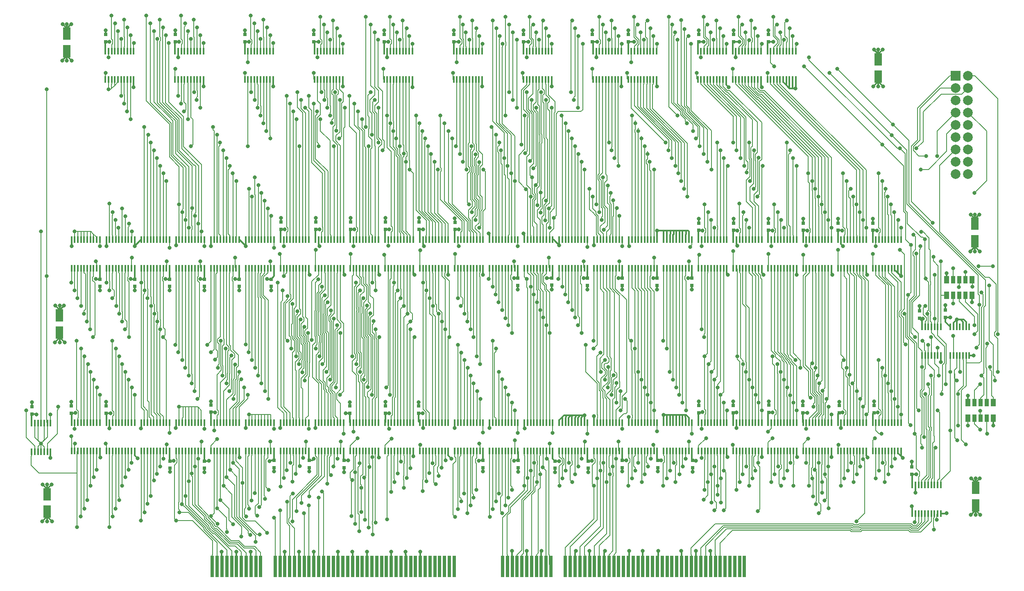
<source format=gtl>
G04 #@! TF.GenerationSoftware,KiCad,Pcbnew,(5.0.0-rc2-35-gda6600525)*
G04 #@! TF.CreationDate,2018-07-08T09:44:57-07:00*
G04 #@! TF.ProjectId,shifter,736869667465722E6B696361645F7063,rev?*
G04 #@! TF.SameCoordinates,Original*
G04 #@! TF.FileFunction,Copper,L1,Top,Signal*
G04 #@! TF.FilePolarity,Positive*
%FSLAX46Y46*%
G04 Gerber Fmt 4.6, Leading zero omitted, Abs format (unit mm)*
G04 Created by KiCad (PCBNEW (5.0.0-rc2-35-gda6600525)) date 07/08/18 09:44:57*
%MOMM*%
%LPD*%
G01*
G04 APERTURE LIST*
G04 #@! TA.AperFunction,SMDPad,CuDef*
%ADD10R,0.750000X0.800000*%
G04 #@! TD*
G04 #@! TA.AperFunction,SMDPad,CuDef*
%ADD11R,0.450000X1.450000*%
G04 #@! TD*
G04 #@! TA.AperFunction,ConnectorPad*
%ADD12R,0.700000X4.400000*%
G04 #@! TD*
G04 #@! TA.AperFunction,SMDPad,CuDef*
%ADD13R,1.600000X2.600000*%
G04 #@! TD*
G04 #@! TA.AperFunction,ComponentPad*
%ADD14C,2.000000*%
G04 #@! TD*
G04 #@! TA.AperFunction,ComponentPad*
%ADD15R,2.000000X2.000000*%
G04 #@! TD*
G04 #@! TA.AperFunction,SMDPad,CuDef*
%ADD16R,1.100000X1.500000*%
G04 #@! TD*
G04 #@! TA.AperFunction,SMDPad,CuDef*
%ADD17R,0.900000X1.500000*%
G04 #@! TD*
G04 #@! TA.AperFunction,ViaPad*
%ADD18C,0.800000*%
G04 #@! TD*
G04 #@! TA.AperFunction,Conductor*
%ADD19C,0.177800*%
G04 #@! TD*
G04 #@! TA.AperFunction,Conductor*
%ADD20C,0.300000*%
G04 #@! TD*
G04 APERTURE END LIST*
D10*
G04 #@! TO.P,C30,2*
G04 #@! TO.N,GND*
X156000000Y-53050000D03*
G04 #@! TO.P,C30,1*
G04 #@! TO.N,VCC*
X156000000Y-54550000D03*
G04 #@! TD*
G04 #@! TO.P,C32,1*
G04 #@! TO.N,VCC*
X141600000Y-54550000D03*
G04 #@! TO.P,C32,2*
G04 #@! TO.N,GND*
X141600000Y-53050000D03*
G04 #@! TD*
G04 #@! TO.P,C33,2*
G04 #@! TO.N,GND*
X84000000Y-53050000D03*
G04 #@! TO.P,C33,1*
G04 #@! TO.N,VCC*
X84000000Y-54550000D03*
G04 #@! TD*
G04 #@! TO.P,C35,1*
G04 #@! TO.N,VCC*
X192000000Y-54550000D03*
G04 #@! TO.P,C35,2*
G04 #@! TO.N,GND*
X192000000Y-53050000D03*
G04 #@! TD*
G04 #@! TO.P,C36,1*
G04 #@! TO.N,VCC*
X221000000Y-54600000D03*
G04 #@! TO.P,C36,2*
G04 #@! TO.N,GND*
X221000000Y-53100000D03*
G04 #@! TD*
G04 #@! TO.P,C37,1*
G04 #@! TO.N,VCC*
X184600000Y-54550000D03*
G04 #@! TO.P,C37,2*
G04 #@! TO.N,GND*
X184600000Y-53050000D03*
G04 #@! TD*
G04 #@! TO.P,C38,1*
G04 #@! TO.N,VCC*
X213800000Y-54550000D03*
G04 #@! TO.P,C38,2*
G04 #@! TO.N,GND*
X213800000Y-53050000D03*
G04 #@! TD*
G04 #@! TO.P,C39,1*
G04 #@! TO.N,VCC*
X170400000Y-54550000D03*
G04 #@! TO.P,C39,2*
G04 #@! TO.N,GND*
X170400000Y-53050000D03*
G04 #@! TD*
G04 #@! TO.P,C40,1*
G04 #@! TO.N,VCC*
X206600000Y-54550000D03*
G04 #@! TO.P,C40,2*
G04 #@! TO.N,GND*
X206600000Y-53050000D03*
G04 #@! TD*
D11*
G04 #@! TO.P,U1,20*
G04 #@! TO.N,VCC*
X250750000Y-146200000D03*
G04 #@! TO.P,U1,19*
G04 #@! TO.N,GND*
X251400000Y-146200000D03*
G04 #@! TO.P,U1,18*
G04 #@! TO.N,/~shift_left*
X252050000Y-146200000D03*
G04 #@! TO.P,U1,17*
G04 #@! TO.N,/shift16*
X252700000Y-146200000D03*
G04 #@! TO.P,U1,16*
G04 #@! TO.N,/shift8*
X253350000Y-146200000D03*
G04 #@! TO.P,U1,15*
G04 #@! TO.N,/shift4*
X254000000Y-146200000D03*
G04 #@! TO.P,U1,14*
G04 #@! TO.N,/shift2*
X254650000Y-146200000D03*
G04 #@! TO.P,U1,13*
G04 #@! TO.N,/shift1*
X255300000Y-146200000D03*
G04 #@! TO.P,U1,12*
G04 #@! TO.N,/shift_arith*
X255950000Y-146200000D03*
G04 #@! TO.P,U1,11*
G04 #@! TO.N,/~shift_oe*
X256600000Y-146200000D03*
G04 #@! TO.P,U1,10*
G04 #@! TO.N,GND*
X256600000Y-152100000D03*
G04 #@! TO.P,U1,9*
G04 #@! TO.N,/~shift_oe'*
X255950000Y-152100000D03*
G04 #@! TO.P,U1,8*
G04 #@! TO.N,/shift_arith'*
X255300000Y-152100000D03*
G04 #@! TO.P,U1,7*
G04 #@! TO.N,/rs2[0]'*
X254650000Y-152100000D03*
G04 #@! TO.P,U1,6*
G04 #@! TO.N,/rs2[1]'*
X254000000Y-152100000D03*
G04 #@! TO.P,U1,5*
G04 #@! TO.N,/rs2[2]'*
X253350000Y-152100000D03*
G04 #@! TO.P,U1,4*
G04 #@! TO.N,/rs2[3]'*
X252700000Y-152100000D03*
G04 #@! TO.P,U1,3*
G04 #@! TO.N,/rs2[4]'*
X252050000Y-152100000D03*
G04 #@! TO.P,U1,2*
G04 #@! TO.N,/~shift_left'*
X251400000Y-152100000D03*
G04 #@! TO.P,U1,1*
G04 #@! TO.N,GND*
X250750000Y-152100000D03*
G04 #@! TD*
G04 #@! TO.P,U2,14*
G04 #@! TO.N,VCC*
X252750000Y-113500000D03*
G04 #@! TO.P,U2,13*
G04 #@! TO.N,/~shift_left*
X253400000Y-113500000D03*
G04 #@! TO.P,U2,12*
G04 #@! TO.N,/~shift_right*
X254050000Y-113500000D03*
G04 #@! TO.P,U2,11*
G04 #@! TO.N,/shift16*
X254700000Y-113500000D03*
G04 #@! TO.P,U2,10*
G04 #@! TO.N,/~shift16*
X255350000Y-113500000D03*
G04 #@! TO.P,U2,9*
G04 #@! TO.N,/shift8*
X256000000Y-113500000D03*
G04 #@! TO.P,U2,8*
G04 #@! TO.N,/~shift8*
X256650000Y-113500000D03*
G04 #@! TO.P,U2,7*
G04 #@! TO.N,GND*
X256650000Y-119400000D03*
G04 #@! TO.P,U2,6*
G04 #@! TO.N,/~shift4*
X256000000Y-119400000D03*
G04 #@! TO.P,U2,5*
G04 #@! TO.N,/shift4*
X255350000Y-119400000D03*
G04 #@! TO.P,U2,4*
G04 #@! TO.N,/~shift2*
X254700000Y-119400000D03*
G04 #@! TO.P,U2,3*
G04 #@! TO.N,/shift2*
X254050000Y-119400000D03*
G04 #@! TO.P,U2,2*
G04 #@! TO.N,/~shift1*
X253400000Y-119400000D03*
G04 #@! TO.P,U2,1*
G04 #@! TO.N,/shift1*
X252750000Y-119400000D03*
G04 #@! TD*
G04 #@! TO.P,U3,14*
G04 #@! TO.N,VCC*
X68700000Y-133400000D03*
G04 #@! TO.P,U3,13*
G04 #@! TO.N,/msb*
X69350000Y-133400000D03*
G04 #@! TO.P,U3,12*
X70000000Y-133400000D03*
G04 #@! TO.P,U3,11*
G04 #@! TO.N,/msb'''*
X70650000Y-133400000D03*
G04 #@! TO.P,U3,10*
G04 #@! TO.N,/msb*
X71300000Y-133400000D03*
G04 #@! TO.P,U3,9*
X71950000Y-133400000D03*
G04 #@! TO.P,U3,8*
G04 #@! TO.N,/msb''*
X72600000Y-133400000D03*
G04 #@! TO.P,U3,7*
G04 #@! TO.N,GND*
X72600000Y-139300000D03*
G04 #@! TO.P,U3,6*
G04 #@! TO.N,/msb'*
X71950000Y-139300000D03*
G04 #@! TO.P,U3,5*
G04 #@! TO.N,/msb*
X71300000Y-139300000D03*
G04 #@! TO.P,U3,4*
X70650000Y-139300000D03*
G04 #@! TO.P,U3,3*
X70000000Y-139300000D03*
G04 #@! TO.P,U3,2*
G04 #@! TO.N,/shift_arith*
X69350000Y-139300000D03*
G04 #@! TO.P,U3,1*
G04 #@! TO.N,/rs1[31]*
X68700000Y-139300000D03*
G04 #@! TD*
G04 #@! TO.P,U4,1*
G04 #@! TO.N,/~shift_oe*
X258600000Y-119400000D03*
G04 #@! TO.P,U4,2*
G04 #@! TO.N,/~shift16*
X259250000Y-119400000D03*
G04 #@! TO.P,U4,3*
G04 #@! TO.N,/~shift_16_oe*
X259900000Y-119400000D03*
G04 #@! TO.P,U4,4*
G04 #@! TO.N,/~shift_oe*
X260550000Y-119400000D03*
G04 #@! TO.P,U4,5*
G04 #@! TO.N,/shift16*
X261200000Y-119400000D03*
G04 #@! TO.P,U4,6*
G04 #@! TO.N,/~noshift_16_oe*
X261850000Y-119400000D03*
G04 #@! TO.P,U4,7*
G04 #@! TO.N,GND*
X262500000Y-119400000D03*
G04 #@! TO.P,U4,8*
G04 #@! TO.N,Net-(U4-Pad8)*
X262500000Y-113500000D03*
G04 #@! TO.P,U4,9*
G04 #@! TO.N,GND*
X261850000Y-113500000D03*
G04 #@! TO.P,U4,10*
X261200000Y-113500000D03*
G04 #@! TO.P,U4,11*
G04 #@! TO.N,Net-(U4-Pad11)*
X260550000Y-113500000D03*
G04 #@! TO.P,U4,12*
G04 #@! TO.N,GND*
X259900000Y-113500000D03*
G04 #@! TO.P,U4,13*
X259250000Y-113500000D03*
G04 #@! TO.P,U4,14*
G04 #@! TO.N,VCC*
X258600000Y-113500000D03*
G04 #@! TD*
G04 #@! TO.P,U5,20*
G04 #@! TO.N,VCC*
X105750000Y-133300000D03*
G04 #@! TO.P,U5,19*
G04 #@! TO.N,/~shift_left*
X106400000Y-133300000D03*
G04 #@! TO.P,U5,18*
G04 #@! TO.N,/s1[31]*
X107050000Y-133300000D03*
G04 #@! TO.P,U5,17*
G04 #@! TO.N,/s1[30]*
X107700000Y-133300000D03*
G04 #@! TO.P,U5,16*
G04 #@! TO.N,/s1[29]*
X108350000Y-133300000D03*
G04 #@! TO.P,U5,15*
G04 #@! TO.N,/s1[28]*
X109000000Y-133300000D03*
G04 #@! TO.P,U5,14*
G04 #@! TO.N,/s1[27]*
X109650000Y-133300000D03*
G04 #@! TO.P,U5,13*
G04 #@! TO.N,/s1[26]*
X110300000Y-133300000D03*
G04 #@! TO.P,U5,12*
G04 #@! TO.N,/s1[25]*
X110950000Y-133300000D03*
G04 #@! TO.P,U5,11*
G04 #@! TO.N,/s1[24]*
X111600000Y-133300000D03*
G04 #@! TO.P,U5,10*
G04 #@! TO.N,GND*
X111600000Y-139200000D03*
G04 #@! TO.P,U5,9*
G04 #@! TO.N,/rs1[23]*
X110950000Y-139200000D03*
G04 #@! TO.P,U5,8*
G04 #@! TO.N,/rs1[24]*
X110300000Y-139200000D03*
G04 #@! TO.P,U5,7*
G04 #@! TO.N,/rs1[25]*
X109650000Y-139200000D03*
G04 #@! TO.P,U5,6*
G04 #@! TO.N,/rs1[26]*
X109000000Y-139200000D03*
G04 #@! TO.P,U5,5*
G04 #@! TO.N,/rs1[27]*
X108350000Y-139200000D03*
G04 #@! TO.P,U5,4*
G04 #@! TO.N,/rs1[28]*
X107700000Y-139200000D03*
G04 #@! TO.P,U5,3*
G04 #@! TO.N,/rs1[29]*
X107050000Y-139200000D03*
G04 #@! TO.P,U5,2*
G04 #@! TO.N,/rs1[30]*
X106400000Y-139200000D03*
G04 #@! TO.P,U5,1*
G04 #@! TO.N,/~shift1*
X105750000Y-139200000D03*
G04 #@! TD*
G04 #@! TO.P,U6,1*
G04 #@! TO.N,/~shift1*
X134550000Y-139200000D03*
G04 #@! TO.P,U6,2*
G04 #@! TO.N,/rs1[22]*
X135200000Y-139200000D03*
G04 #@! TO.P,U6,3*
G04 #@! TO.N,/rs1[21]*
X135850000Y-139200000D03*
G04 #@! TO.P,U6,4*
G04 #@! TO.N,/rs1[20]*
X136500000Y-139200000D03*
G04 #@! TO.P,U6,5*
G04 #@! TO.N,/rs1[19]*
X137150000Y-139200000D03*
G04 #@! TO.P,U6,6*
G04 #@! TO.N,/rs1[18]*
X137800000Y-139200000D03*
G04 #@! TO.P,U6,7*
G04 #@! TO.N,/rs1[17]*
X138450000Y-139200000D03*
G04 #@! TO.P,U6,8*
G04 #@! TO.N,/rs1[16]*
X139100000Y-139200000D03*
G04 #@! TO.P,U6,9*
G04 #@! TO.N,/rs1[15]*
X139750000Y-139200000D03*
G04 #@! TO.P,U6,10*
G04 #@! TO.N,GND*
X140400000Y-139200000D03*
G04 #@! TO.P,U6,11*
G04 #@! TO.N,/s1[16]*
X140400000Y-133300000D03*
G04 #@! TO.P,U6,12*
G04 #@! TO.N,/s1[17]*
X139750000Y-133300000D03*
G04 #@! TO.P,U6,13*
G04 #@! TO.N,/s1[18]*
X139100000Y-133300000D03*
G04 #@! TO.P,U6,14*
G04 #@! TO.N,/s1[19]*
X138450000Y-133300000D03*
G04 #@! TO.P,U6,15*
G04 #@! TO.N,/s1[20]*
X137800000Y-133300000D03*
G04 #@! TO.P,U6,16*
G04 #@! TO.N,/s1[21]*
X137150000Y-133300000D03*
G04 #@! TO.P,U6,17*
G04 #@! TO.N,/s1[22]*
X136500000Y-133300000D03*
G04 #@! TO.P,U6,18*
G04 #@! TO.N,/s1[23]*
X135850000Y-133300000D03*
G04 #@! TO.P,U6,19*
G04 #@! TO.N,/~shift_left*
X135200000Y-133300000D03*
G04 #@! TO.P,U6,20*
G04 #@! TO.N,VCC*
X134550000Y-133300000D03*
G04 #@! TD*
G04 #@! TO.P,U7,20*
G04 #@! TO.N,VCC*
X84150000Y-133300000D03*
G04 #@! TO.P,U7,19*
G04 #@! TO.N,GND*
X84800000Y-133300000D03*
G04 #@! TO.P,U7,18*
G04 #@! TO.N,/s1[31]*
X85450000Y-133300000D03*
G04 #@! TO.P,U7,17*
G04 #@! TO.N,/s1[30]*
X86100000Y-133300000D03*
G04 #@! TO.P,U7,16*
G04 #@! TO.N,/s1[29]*
X86750000Y-133300000D03*
G04 #@! TO.P,U7,15*
G04 #@! TO.N,/s1[28]*
X87400000Y-133300000D03*
G04 #@! TO.P,U7,14*
G04 #@! TO.N,/s1[27]*
X88050000Y-133300000D03*
G04 #@! TO.P,U7,13*
G04 #@! TO.N,/s1[26]*
X88700000Y-133300000D03*
G04 #@! TO.P,U7,12*
G04 #@! TO.N,/s1[25]*
X89350000Y-133300000D03*
G04 #@! TO.P,U7,11*
G04 #@! TO.N,/s1[24]*
X90000000Y-133300000D03*
G04 #@! TO.P,U7,10*
G04 #@! TO.N,GND*
X90000000Y-139200000D03*
G04 #@! TO.P,U7,9*
G04 #@! TO.N,/rs1[24]*
X89350000Y-139200000D03*
G04 #@! TO.P,U7,8*
G04 #@! TO.N,/rs1[25]*
X88700000Y-139200000D03*
G04 #@! TO.P,U7,7*
G04 #@! TO.N,/rs1[26]*
X88050000Y-139200000D03*
G04 #@! TO.P,U7,6*
G04 #@! TO.N,/rs1[27]*
X87400000Y-139200000D03*
G04 #@! TO.P,U7,5*
G04 #@! TO.N,/rs1[28]*
X86750000Y-139200000D03*
G04 #@! TO.P,U7,4*
G04 #@! TO.N,/rs1[29]*
X86100000Y-139200000D03*
G04 #@! TO.P,U7,3*
G04 #@! TO.N,/rs1[30]*
X85450000Y-139200000D03*
G04 #@! TO.P,U7,2*
G04 #@! TO.N,/rs1[31]*
X84800000Y-139200000D03*
G04 #@! TO.P,U7,1*
G04 #@! TO.N,/shift1*
X84150000Y-139200000D03*
G04 #@! TD*
G04 #@! TO.P,U8,1*
G04 #@! TO.N,/shift1*
X148950000Y-139200000D03*
G04 #@! TO.P,U8,2*
G04 #@! TO.N,/rs1[23]*
X149600000Y-139200000D03*
G04 #@! TO.P,U8,3*
G04 #@! TO.N,/rs1[22]*
X150250000Y-139200000D03*
G04 #@! TO.P,U8,4*
G04 #@! TO.N,/rs1[21]*
X150900000Y-139200000D03*
G04 #@! TO.P,U8,5*
G04 #@! TO.N,/rs1[20]*
X151550000Y-139200000D03*
G04 #@! TO.P,U8,6*
G04 #@! TO.N,/rs1[19]*
X152200000Y-139200000D03*
G04 #@! TO.P,U8,7*
G04 #@! TO.N,/rs1[18]*
X152850000Y-139200000D03*
G04 #@! TO.P,U8,8*
G04 #@! TO.N,/rs1[17]*
X153500000Y-139200000D03*
G04 #@! TO.P,U8,9*
G04 #@! TO.N,/rs1[16]*
X154150000Y-139200000D03*
G04 #@! TO.P,U8,10*
G04 #@! TO.N,GND*
X154800000Y-139200000D03*
G04 #@! TO.P,U8,11*
G04 #@! TO.N,/s1[16]*
X154800000Y-133300000D03*
G04 #@! TO.P,U8,12*
G04 #@! TO.N,/s1[17]*
X154150000Y-133300000D03*
G04 #@! TO.P,U8,13*
G04 #@! TO.N,/s1[18]*
X153500000Y-133300000D03*
G04 #@! TO.P,U8,14*
G04 #@! TO.N,/s1[19]*
X152850000Y-133300000D03*
G04 #@! TO.P,U8,15*
G04 #@! TO.N,/s1[20]*
X152200000Y-133300000D03*
G04 #@! TO.P,U8,16*
G04 #@! TO.N,/s1[21]*
X151550000Y-133300000D03*
G04 #@! TO.P,U8,17*
G04 #@! TO.N,/s1[22]*
X150900000Y-133300000D03*
G04 #@! TO.P,U8,18*
G04 #@! TO.N,/s1[23]*
X150250000Y-133300000D03*
G04 #@! TO.P,U8,19*
G04 #@! TO.N,GND*
X149600000Y-133300000D03*
G04 #@! TO.P,U8,20*
G04 #@! TO.N,VCC*
X148950000Y-133300000D03*
G04 #@! TD*
G04 #@! TO.P,U9,20*
G04 #@! TO.N,VCC*
X76950000Y-133300000D03*
G04 #@! TO.P,U9,19*
G04 #@! TO.N,/~shift_right*
X77600000Y-133300000D03*
G04 #@! TO.P,U9,18*
G04 #@! TO.N,/s1[31]*
X78250000Y-133300000D03*
G04 #@! TO.P,U9,17*
G04 #@! TO.N,/s1[30]*
X78900000Y-133300000D03*
G04 #@! TO.P,U9,16*
G04 #@! TO.N,/s1[29]*
X79550000Y-133300000D03*
G04 #@! TO.P,U9,15*
G04 #@! TO.N,/s1[28]*
X80200000Y-133300000D03*
G04 #@! TO.P,U9,14*
G04 #@! TO.N,/s1[27]*
X80850000Y-133300000D03*
G04 #@! TO.P,U9,13*
G04 #@! TO.N,/s1[26]*
X81500000Y-133300000D03*
G04 #@! TO.P,U9,12*
G04 #@! TO.N,/s1[25]*
X82150000Y-133300000D03*
G04 #@! TO.P,U9,11*
G04 #@! TO.N,/s1[24]*
X82800000Y-133300000D03*
G04 #@! TO.P,U9,10*
G04 #@! TO.N,GND*
X82800000Y-139200000D03*
G04 #@! TO.P,U9,9*
G04 #@! TO.N,/rs1[25]*
X82150000Y-139200000D03*
G04 #@! TO.P,U9,8*
G04 #@! TO.N,/rs1[26]*
X81500000Y-139200000D03*
G04 #@! TO.P,U9,7*
G04 #@! TO.N,/rs1[27]*
X80850000Y-139200000D03*
G04 #@! TO.P,U9,6*
G04 #@! TO.N,/rs1[28]*
X80200000Y-139200000D03*
G04 #@! TO.P,U9,5*
G04 #@! TO.N,/rs1[29]*
X79550000Y-139200000D03*
G04 #@! TO.P,U9,4*
G04 #@! TO.N,/rs1[30]*
X78900000Y-139200000D03*
G04 #@! TO.P,U9,3*
G04 #@! TO.N,/rs1[31]*
X78250000Y-139200000D03*
G04 #@! TO.P,U9,2*
G04 #@! TO.N,/msb*
X77600000Y-139200000D03*
G04 #@! TO.P,U9,1*
G04 #@! TO.N,/~shift1*
X76950000Y-139200000D03*
G04 #@! TD*
G04 #@! TO.P,U10,1*
G04 #@! TO.N,/~shift1*
X141750000Y-139200000D03*
G04 #@! TO.P,U10,2*
G04 #@! TO.N,/rs1[24]*
X142400000Y-139200000D03*
G04 #@! TO.P,U10,3*
G04 #@! TO.N,/rs1[23]*
X143050000Y-139200000D03*
G04 #@! TO.P,U10,4*
G04 #@! TO.N,/rs1[22]*
X143700000Y-139200000D03*
G04 #@! TO.P,U10,5*
G04 #@! TO.N,/rs1[21]*
X144350000Y-139200000D03*
G04 #@! TO.P,U10,6*
G04 #@! TO.N,/rs1[20]*
X145000000Y-139200000D03*
G04 #@! TO.P,U10,7*
G04 #@! TO.N,/rs1[19]*
X145650000Y-139200000D03*
G04 #@! TO.P,U10,8*
G04 #@! TO.N,/rs1[18]*
X146300000Y-139200000D03*
G04 #@! TO.P,U10,9*
G04 #@! TO.N,/rs1[17]*
X146950000Y-139200000D03*
G04 #@! TO.P,U10,10*
G04 #@! TO.N,GND*
X147600000Y-139200000D03*
G04 #@! TO.P,U10,11*
G04 #@! TO.N,/s1[16]*
X147600000Y-133300000D03*
G04 #@! TO.P,U10,12*
G04 #@! TO.N,/s1[17]*
X146950000Y-133300000D03*
G04 #@! TO.P,U10,13*
G04 #@! TO.N,/s1[18]*
X146300000Y-133300000D03*
G04 #@! TO.P,U10,14*
G04 #@! TO.N,/s1[19]*
X145650000Y-133300000D03*
G04 #@! TO.P,U10,15*
G04 #@! TO.N,/s1[20]*
X145000000Y-133300000D03*
G04 #@! TO.P,U10,16*
G04 #@! TO.N,/s1[21]*
X144350000Y-133300000D03*
G04 #@! TO.P,U10,17*
G04 #@! TO.N,/s1[22]*
X143700000Y-133300000D03*
G04 #@! TO.P,U10,18*
G04 #@! TO.N,/s1[23]*
X143050000Y-133300000D03*
G04 #@! TO.P,U10,19*
G04 #@! TO.N,/~shift_right*
X142400000Y-133300000D03*
G04 #@! TO.P,U10,20*
G04 #@! TO.N,VCC*
X141750000Y-133300000D03*
G04 #@! TD*
G04 #@! TO.P,U11,1*
G04 #@! TO.N,/~shift1*
X220950000Y-139200000D03*
G04 #@! TO.P,U11,2*
G04 #@! TO.N,/rs1[14]*
X221600000Y-139200000D03*
G04 #@! TO.P,U11,3*
G04 #@! TO.N,/rs1[13]*
X222250000Y-139200000D03*
G04 #@! TO.P,U11,4*
G04 #@! TO.N,/rs1[12]*
X222900000Y-139200000D03*
G04 #@! TO.P,U11,5*
G04 #@! TO.N,/rs1[11]*
X223550000Y-139200000D03*
G04 #@! TO.P,U11,6*
G04 #@! TO.N,/rs1[10]*
X224200000Y-139200000D03*
G04 #@! TO.P,U11,7*
G04 #@! TO.N,/rs1[9]*
X224850000Y-139200000D03*
G04 #@! TO.P,U11,8*
G04 #@! TO.N,/rs1[8]*
X225500000Y-139200000D03*
G04 #@! TO.P,U11,9*
G04 #@! TO.N,/rs1[7]*
X226150000Y-139200000D03*
G04 #@! TO.P,U11,10*
G04 #@! TO.N,GND*
X226800000Y-139200000D03*
G04 #@! TO.P,U11,11*
G04 #@! TO.N,/s1[8]*
X226800000Y-133300000D03*
G04 #@! TO.P,U11,12*
G04 #@! TO.N,/s1[9]*
X226150000Y-133300000D03*
G04 #@! TO.P,U11,13*
G04 #@! TO.N,/s1[10]*
X225500000Y-133300000D03*
G04 #@! TO.P,U11,14*
G04 #@! TO.N,/s1[11]*
X224850000Y-133300000D03*
G04 #@! TO.P,U11,15*
G04 #@! TO.N,/s1[12]*
X224200000Y-133300000D03*
G04 #@! TO.P,U11,16*
G04 #@! TO.N,/s1[13]*
X223550000Y-133300000D03*
G04 #@! TO.P,U11,17*
G04 #@! TO.N,/s1[14]*
X222900000Y-133300000D03*
G04 #@! TO.P,U11,18*
G04 #@! TO.N,/s1[15]*
X222250000Y-133300000D03*
G04 #@! TO.P,U11,19*
G04 #@! TO.N,/~shift_left*
X221600000Y-133300000D03*
G04 #@! TO.P,U11,20*
G04 #@! TO.N,VCC*
X220950000Y-133300000D03*
G04 #@! TD*
G04 #@! TO.P,U12,20*
G04 #@! TO.N,VCC*
X242550000Y-133300000D03*
G04 #@! TO.P,U12,19*
G04 #@! TO.N,/~shift_left*
X243200000Y-133300000D03*
G04 #@! TO.P,U12,18*
G04 #@! TO.N,/s1[7]*
X243850000Y-133300000D03*
G04 #@! TO.P,U12,17*
G04 #@! TO.N,/s1[6]*
X244500000Y-133300000D03*
G04 #@! TO.P,U12,16*
G04 #@! TO.N,/s1[5]*
X245150000Y-133300000D03*
G04 #@! TO.P,U12,15*
G04 #@! TO.N,/s1[4]*
X245800000Y-133300000D03*
G04 #@! TO.P,U12,14*
G04 #@! TO.N,/s1[3]*
X246450000Y-133300000D03*
G04 #@! TO.P,U12,13*
G04 #@! TO.N,/s1[2]*
X247100000Y-133300000D03*
G04 #@! TO.P,U12,12*
G04 #@! TO.N,/s1[1]*
X247750000Y-133300000D03*
G04 #@! TO.P,U12,11*
G04 #@! TO.N,/s1[0]*
X248400000Y-133300000D03*
G04 #@! TO.P,U12,10*
G04 #@! TO.N,GND*
X248400000Y-139200000D03*
G04 #@! TO.P,U12,9*
X247750000Y-139200000D03*
G04 #@! TO.P,U12,8*
G04 #@! TO.N,/rs1[0]*
X247100000Y-139200000D03*
G04 #@! TO.P,U12,7*
G04 #@! TO.N,/rs1[1]*
X246450000Y-139200000D03*
G04 #@! TO.P,U12,6*
G04 #@! TO.N,/rs1[2]*
X245800000Y-139200000D03*
G04 #@! TO.P,U12,5*
G04 #@! TO.N,/rs1[3]*
X245150000Y-139200000D03*
G04 #@! TO.P,U12,4*
G04 #@! TO.N,/rs1[4]*
X244500000Y-139200000D03*
G04 #@! TO.P,U12,3*
G04 #@! TO.N,/rs1[5]*
X243850000Y-139200000D03*
G04 #@! TO.P,U12,2*
G04 #@! TO.N,/rs1[6]*
X243200000Y-139200000D03*
G04 #@! TO.P,U12,1*
G04 #@! TO.N,/~shift1*
X242550000Y-139200000D03*
G04 #@! TD*
G04 #@! TO.P,U13,20*
G04 #@! TO.N,VCC*
X213750000Y-133300000D03*
G04 #@! TO.P,U13,19*
G04 #@! TO.N,GND*
X214400000Y-133300000D03*
G04 #@! TO.P,U13,18*
G04 #@! TO.N,/s1[15]*
X215050000Y-133300000D03*
G04 #@! TO.P,U13,17*
G04 #@! TO.N,/s1[14]*
X215700000Y-133300000D03*
G04 #@! TO.P,U13,16*
G04 #@! TO.N,/s1[13]*
X216350000Y-133300000D03*
G04 #@! TO.P,U13,15*
G04 #@! TO.N,/s1[12]*
X217000000Y-133300000D03*
G04 #@! TO.P,U13,14*
G04 #@! TO.N,/s1[11]*
X217650000Y-133300000D03*
G04 #@! TO.P,U13,13*
G04 #@! TO.N,/s1[10]*
X218300000Y-133300000D03*
G04 #@! TO.P,U13,12*
G04 #@! TO.N,/s1[9]*
X218950000Y-133300000D03*
G04 #@! TO.P,U13,11*
G04 #@! TO.N,/s1[8]*
X219600000Y-133300000D03*
G04 #@! TO.P,U13,10*
G04 #@! TO.N,GND*
X219600000Y-139200000D03*
G04 #@! TO.P,U13,9*
G04 #@! TO.N,/rs1[8]*
X218950000Y-139200000D03*
G04 #@! TO.P,U13,8*
G04 #@! TO.N,/rs1[9]*
X218300000Y-139200000D03*
G04 #@! TO.P,U13,7*
G04 #@! TO.N,/rs1[10]*
X217650000Y-139200000D03*
G04 #@! TO.P,U13,6*
G04 #@! TO.N,/rs1[11]*
X217000000Y-139200000D03*
G04 #@! TO.P,U13,5*
G04 #@! TO.N,/rs1[12]*
X216350000Y-139200000D03*
G04 #@! TO.P,U13,4*
G04 #@! TO.N,/rs1[13]*
X215700000Y-139200000D03*
G04 #@! TO.P,U13,3*
G04 #@! TO.N,/rs1[14]*
X215050000Y-139200000D03*
G04 #@! TO.P,U13,2*
G04 #@! TO.N,/rs1[15]*
X214400000Y-139200000D03*
G04 #@! TO.P,U13,1*
G04 #@! TO.N,/shift1*
X213750000Y-139200000D03*
G04 #@! TD*
G04 #@! TO.P,U14,1*
G04 #@! TO.N,/shift1*
X235350000Y-139200000D03*
G04 #@! TO.P,U14,2*
G04 #@! TO.N,/rs1[7]*
X236000000Y-139200000D03*
G04 #@! TO.P,U14,3*
G04 #@! TO.N,/rs1[6]*
X236650000Y-139200000D03*
G04 #@! TO.P,U14,4*
G04 #@! TO.N,/rs1[5]*
X237300000Y-139200000D03*
G04 #@! TO.P,U14,5*
G04 #@! TO.N,/rs1[4]*
X237950000Y-139200000D03*
G04 #@! TO.P,U14,6*
G04 #@! TO.N,/rs1[3]*
X238600000Y-139200000D03*
G04 #@! TO.P,U14,7*
G04 #@! TO.N,/rs1[2]*
X239250000Y-139200000D03*
G04 #@! TO.P,U14,8*
G04 #@! TO.N,/rs1[1]*
X239900000Y-139200000D03*
G04 #@! TO.P,U14,9*
G04 #@! TO.N,/rs1[0]*
X240550000Y-139200000D03*
G04 #@! TO.P,U14,10*
G04 #@! TO.N,GND*
X241200000Y-139200000D03*
G04 #@! TO.P,U14,11*
G04 #@! TO.N,/s1[0]*
X241200000Y-133300000D03*
G04 #@! TO.P,U14,12*
G04 #@! TO.N,/s1[1]*
X240550000Y-133300000D03*
G04 #@! TO.P,U14,13*
G04 #@! TO.N,/s1[2]*
X239900000Y-133300000D03*
G04 #@! TO.P,U14,14*
G04 #@! TO.N,/s1[3]*
X239250000Y-133300000D03*
G04 #@! TO.P,U14,15*
G04 #@! TO.N,/s1[4]*
X238600000Y-133300000D03*
G04 #@! TO.P,U14,16*
G04 #@! TO.N,/s1[5]*
X237950000Y-133300000D03*
G04 #@! TO.P,U14,17*
G04 #@! TO.N,/s1[6]*
X237300000Y-133300000D03*
G04 #@! TO.P,U14,18*
G04 #@! TO.N,/s1[7]*
X236650000Y-133300000D03*
G04 #@! TO.P,U14,19*
G04 #@! TO.N,GND*
X236000000Y-133300000D03*
G04 #@! TO.P,U14,20*
G04 #@! TO.N,VCC*
X235350000Y-133300000D03*
G04 #@! TD*
G04 #@! TO.P,U15,1*
G04 #@! TO.N,/~shift1*
X206550000Y-139200000D03*
G04 #@! TO.P,U15,2*
G04 #@! TO.N,/rs1[16]*
X207200000Y-139200000D03*
G04 #@! TO.P,U15,3*
G04 #@! TO.N,/rs1[15]*
X207850000Y-139200000D03*
G04 #@! TO.P,U15,4*
G04 #@! TO.N,/rs1[14]*
X208500000Y-139200000D03*
G04 #@! TO.P,U15,5*
G04 #@! TO.N,/rs1[13]*
X209150000Y-139200000D03*
G04 #@! TO.P,U15,6*
G04 #@! TO.N,/rs1[12]*
X209800000Y-139200000D03*
G04 #@! TO.P,U15,7*
G04 #@! TO.N,/rs1[11]*
X210450000Y-139200000D03*
G04 #@! TO.P,U15,8*
G04 #@! TO.N,/rs1[10]*
X211100000Y-139200000D03*
G04 #@! TO.P,U15,9*
G04 #@! TO.N,/rs1[9]*
X211750000Y-139200000D03*
G04 #@! TO.P,U15,10*
G04 #@! TO.N,GND*
X212400000Y-139200000D03*
G04 #@! TO.P,U15,11*
G04 #@! TO.N,/s1[8]*
X212400000Y-133300000D03*
G04 #@! TO.P,U15,12*
G04 #@! TO.N,/s1[9]*
X211750000Y-133300000D03*
G04 #@! TO.P,U15,13*
G04 #@! TO.N,/s1[10]*
X211100000Y-133300000D03*
G04 #@! TO.P,U15,14*
G04 #@! TO.N,/s1[11]*
X210450000Y-133300000D03*
G04 #@! TO.P,U15,15*
G04 #@! TO.N,/s1[12]*
X209800000Y-133300000D03*
G04 #@! TO.P,U15,16*
G04 #@! TO.N,/s1[13]*
X209150000Y-133300000D03*
G04 #@! TO.P,U15,17*
G04 #@! TO.N,/s1[14]*
X208500000Y-133300000D03*
G04 #@! TO.P,U15,18*
G04 #@! TO.N,/s1[15]*
X207850000Y-133300000D03*
G04 #@! TO.P,U15,19*
G04 #@! TO.N,/~shift_right*
X207200000Y-133300000D03*
G04 #@! TO.P,U15,20*
G04 #@! TO.N,VCC*
X206550000Y-133300000D03*
G04 #@! TD*
G04 #@! TO.P,U17,1*
G04 #@! TO.N,/~shift2*
X134550000Y-101400000D03*
G04 #@! TO.P,U17,2*
G04 #@! TO.N,/s1[29]*
X135200000Y-101400000D03*
G04 #@! TO.P,U17,3*
G04 #@! TO.N,/s1[28]*
X135850000Y-101400000D03*
G04 #@! TO.P,U17,4*
G04 #@! TO.N,/s1[27]*
X136500000Y-101400000D03*
G04 #@! TO.P,U17,5*
G04 #@! TO.N,/s1[26]*
X137150000Y-101400000D03*
G04 #@! TO.P,U17,6*
G04 #@! TO.N,/s1[25]*
X137800000Y-101400000D03*
G04 #@! TO.P,U17,7*
G04 #@! TO.N,/s1[24]*
X138450000Y-101400000D03*
G04 #@! TO.P,U17,8*
G04 #@! TO.N,/s1[23]*
X139100000Y-101400000D03*
G04 #@! TO.P,U17,9*
G04 #@! TO.N,/s1[22]*
X139750000Y-101400000D03*
G04 #@! TO.P,U17,10*
G04 #@! TO.N,GND*
X140400000Y-101400000D03*
G04 #@! TO.P,U17,11*
G04 #@! TO.N,/s2[24]*
X140400000Y-95500000D03*
G04 #@! TO.P,U17,12*
G04 #@! TO.N,/s2[25]*
X139750000Y-95500000D03*
G04 #@! TO.P,U17,13*
G04 #@! TO.N,/s2[26]*
X139100000Y-95500000D03*
G04 #@! TO.P,U17,14*
G04 #@! TO.N,/s2[27]*
X138450000Y-95500000D03*
G04 #@! TO.P,U17,15*
G04 #@! TO.N,/s2[28]*
X137800000Y-95500000D03*
G04 #@! TO.P,U17,16*
G04 #@! TO.N,/s2[29]*
X137150000Y-95500000D03*
G04 #@! TO.P,U17,17*
G04 #@! TO.N,/s2[30]*
X136500000Y-95500000D03*
G04 #@! TO.P,U17,18*
G04 #@! TO.N,/s2[31]*
X135850000Y-95500000D03*
G04 #@! TO.P,U17,19*
G04 #@! TO.N,/~shift_left*
X135200000Y-95500000D03*
G04 #@! TO.P,U17,20*
G04 #@! TO.N,VCC*
X134550000Y-95500000D03*
G04 #@! TD*
G04 #@! TO.P,U18,20*
G04 #@! TO.N,VCC*
X156150000Y-95500000D03*
G04 #@! TO.P,U18,19*
G04 #@! TO.N,/~shift_left*
X156800000Y-95500000D03*
G04 #@! TO.P,U18,18*
G04 #@! TO.N,/s2[23]*
X157450000Y-95500000D03*
G04 #@! TO.P,U18,17*
G04 #@! TO.N,/s2[22]*
X158100000Y-95500000D03*
G04 #@! TO.P,U18,16*
G04 #@! TO.N,/s2[21]*
X158750000Y-95500000D03*
G04 #@! TO.P,U18,15*
G04 #@! TO.N,/s2[20]*
X159400000Y-95500000D03*
G04 #@! TO.P,U18,14*
G04 #@! TO.N,/s2[19]*
X160050000Y-95500000D03*
G04 #@! TO.P,U18,13*
G04 #@! TO.N,/s2[18]*
X160700000Y-95500000D03*
G04 #@! TO.P,U18,12*
G04 #@! TO.N,/s2[17]*
X161350000Y-95500000D03*
G04 #@! TO.P,U18,11*
G04 #@! TO.N,/s2[16]*
X162000000Y-95500000D03*
G04 #@! TO.P,U18,10*
G04 #@! TO.N,GND*
X162000000Y-101400000D03*
G04 #@! TO.P,U18,9*
G04 #@! TO.N,/s1[14]*
X161350000Y-101400000D03*
G04 #@! TO.P,U18,8*
G04 #@! TO.N,/s1[15]*
X160700000Y-101400000D03*
G04 #@! TO.P,U18,7*
G04 #@! TO.N,/s1[16]*
X160050000Y-101400000D03*
G04 #@! TO.P,U18,6*
G04 #@! TO.N,/s1[17]*
X159400000Y-101400000D03*
G04 #@! TO.P,U18,5*
G04 #@! TO.N,/s1[18]*
X158750000Y-101400000D03*
G04 #@! TO.P,U18,4*
G04 #@! TO.N,/s1[19]*
X158100000Y-101400000D03*
G04 #@! TO.P,U18,3*
G04 #@! TO.N,/s1[20]*
X157450000Y-101400000D03*
G04 #@! TO.P,U18,2*
G04 #@! TO.N,/s1[21]*
X156800000Y-101400000D03*
G04 #@! TO.P,U18,1*
G04 #@! TO.N,/~shift2*
X156150000Y-101400000D03*
G04 #@! TD*
G04 #@! TO.P,U19,1*
G04 #@! TO.N,/shift2*
X127350000Y-101400000D03*
G04 #@! TO.P,U19,2*
G04 #@! TO.N,/s1[31]*
X128000000Y-101400000D03*
G04 #@! TO.P,U19,3*
G04 #@! TO.N,/s1[30]*
X128650000Y-101400000D03*
G04 #@! TO.P,U19,4*
G04 #@! TO.N,/s1[29]*
X129300000Y-101400000D03*
G04 #@! TO.P,U19,5*
G04 #@! TO.N,/s1[28]*
X129950000Y-101400000D03*
G04 #@! TO.P,U19,6*
G04 #@! TO.N,/s1[27]*
X130600000Y-101400000D03*
G04 #@! TO.P,U19,7*
G04 #@! TO.N,/s1[26]*
X131250000Y-101400000D03*
G04 #@! TO.P,U19,8*
G04 #@! TO.N,/s1[25]*
X131900000Y-101400000D03*
G04 #@! TO.P,U19,9*
G04 #@! TO.N,/s1[24]*
X132550000Y-101400000D03*
G04 #@! TO.P,U19,10*
G04 #@! TO.N,GND*
X133200000Y-101400000D03*
G04 #@! TO.P,U19,11*
G04 #@! TO.N,/s2[24]*
X133200000Y-95500000D03*
G04 #@! TO.P,U19,12*
G04 #@! TO.N,/s2[25]*
X132550000Y-95500000D03*
G04 #@! TO.P,U19,13*
G04 #@! TO.N,/s2[26]*
X131900000Y-95500000D03*
G04 #@! TO.P,U19,14*
G04 #@! TO.N,/s2[27]*
X131250000Y-95500000D03*
G04 #@! TO.P,U19,15*
G04 #@! TO.N,/s2[28]*
X130600000Y-95500000D03*
G04 #@! TO.P,U19,16*
G04 #@! TO.N,/s2[29]*
X129950000Y-95500000D03*
G04 #@! TO.P,U19,17*
G04 #@! TO.N,/s2[30]*
X129300000Y-95500000D03*
G04 #@! TO.P,U19,18*
G04 #@! TO.N,/s2[31]*
X128650000Y-95500000D03*
G04 #@! TO.P,U19,19*
G04 #@! TO.N,GND*
X128000000Y-95500000D03*
G04 #@! TO.P,U19,20*
G04 #@! TO.N,VCC*
X127350000Y-95500000D03*
G04 #@! TD*
G04 #@! TO.P,U20,1*
G04 #@! TO.N,/shift2*
X148950000Y-101400000D03*
G04 #@! TO.P,U20,2*
G04 #@! TO.N,/s1[23]*
X149600000Y-101400000D03*
G04 #@! TO.P,U20,3*
G04 #@! TO.N,/s1[22]*
X150250000Y-101400000D03*
G04 #@! TO.P,U20,4*
G04 #@! TO.N,/s1[21]*
X150900000Y-101400000D03*
G04 #@! TO.P,U20,5*
G04 #@! TO.N,/s1[20]*
X151550000Y-101400000D03*
G04 #@! TO.P,U20,6*
G04 #@! TO.N,/s1[19]*
X152200000Y-101400000D03*
G04 #@! TO.P,U20,7*
G04 #@! TO.N,/s1[18]*
X152850000Y-101400000D03*
G04 #@! TO.P,U20,8*
G04 #@! TO.N,/s1[17]*
X153500000Y-101400000D03*
G04 #@! TO.P,U20,9*
G04 #@! TO.N,/s1[16]*
X154150000Y-101400000D03*
G04 #@! TO.P,U20,10*
G04 #@! TO.N,GND*
X154800000Y-101400000D03*
G04 #@! TO.P,U20,11*
G04 #@! TO.N,/s2[16]*
X154800000Y-95500000D03*
G04 #@! TO.P,U20,12*
G04 #@! TO.N,/s2[17]*
X154150000Y-95500000D03*
G04 #@! TO.P,U20,13*
G04 #@! TO.N,/s2[18]*
X153500000Y-95500000D03*
G04 #@! TO.P,U20,14*
G04 #@! TO.N,/s2[19]*
X152850000Y-95500000D03*
G04 #@! TO.P,U20,15*
G04 #@! TO.N,/s2[20]*
X152200000Y-95500000D03*
G04 #@! TO.P,U20,16*
G04 #@! TO.N,/s2[21]*
X151550000Y-95500000D03*
G04 #@! TO.P,U20,17*
G04 #@! TO.N,/s2[22]*
X150900000Y-95500000D03*
G04 #@! TO.P,U20,18*
G04 #@! TO.N,/s2[23]*
X150250000Y-95500000D03*
G04 #@! TO.P,U20,19*
G04 #@! TO.N,GND*
X149600000Y-95500000D03*
G04 #@! TO.P,U20,20*
G04 #@! TO.N,VCC*
X148950000Y-95500000D03*
G04 #@! TD*
G04 #@! TO.P,U21,1*
G04 #@! TO.N,/~shift2*
X120150000Y-101400000D03*
G04 #@! TO.P,U21,2*
G04 #@! TO.N,/msb*
X120800000Y-101400000D03*
G04 #@! TO.P,U21,3*
X121450000Y-101400000D03*
G04 #@! TO.P,U21,4*
G04 #@! TO.N,/s1[31]*
X122100000Y-101400000D03*
G04 #@! TO.P,U21,5*
G04 #@! TO.N,/s1[30]*
X122750000Y-101400000D03*
G04 #@! TO.P,U21,6*
G04 #@! TO.N,/s1[29]*
X123400000Y-101400000D03*
G04 #@! TO.P,U21,7*
G04 #@! TO.N,/s1[28]*
X124050000Y-101400000D03*
G04 #@! TO.P,U21,8*
G04 #@! TO.N,/s1[27]*
X124700000Y-101400000D03*
G04 #@! TO.P,U21,9*
G04 #@! TO.N,/s1[26]*
X125350000Y-101400000D03*
G04 #@! TO.P,U21,10*
G04 #@! TO.N,GND*
X126000000Y-101400000D03*
G04 #@! TO.P,U21,11*
G04 #@! TO.N,/s2[24]*
X126000000Y-95500000D03*
G04 #@! TO.P,U21,12*
G04 #@! TO.N,/s2[25]*
X125350000Y-95500000D03*
G04 #@! TO.P,U21,13*
G04 #@! TO.N,/s2[26]*
X124700000Y-95500000D03*
G04 #@! TO.P,U21,14*
G04 #@! TO.N,/s2[27]*
X124050000Y-95500000D03*
G04 #@! TO.P,U21,15*
G04 #@! TO.N,/s2[28]*
X123400000Y-95500000D03*
G04 #@! TO.P,U21,16*
G04 #@! TO.N,/s2[29]*
X122750000Y-95500000D03*
G04 #@! TO.P,U21,17*
G04 #@! TO.N,/s2[30]*
X122100000Y-95500000D03*
G04 #@! TO.P,U21,18*
G04 #@! TO.N,/s2[31]*
X121450000Y-95500000D03*
G04 #@! TO.P,U21,19*
G04 #@! TO.N,/~shift_right*
X120800000Y-95500000D03*
G04 #@! TO.P,U21,20*
G04 #@! TO.N,VCC*
X120150000Y-95500000D03*
G04 #@! TD*
G04 #@! TO.P,U22,20*
G04 #@! TO.N,VCC*
X141750000Y-95500000D03*
G04 #@! TO.P,U22,19*
G04 #@! TO.N,/~shift_right*
X142400000Y-95500000D03*
G04 #@! TO.P,U22,18*
G04 #@! TO.N,/s2[23]*
X143050000Y-95500000D03*
G04 #@! TO.P,U22,17*
G04 #@! TO.N,/s2[22]*
X143700000Y-95500000D03*
G04 #@! TO.P,U22,16*
G04 #@! TO.N,/s2[21]*
X144350000Y-95500000D03*
G04 #@! TO.P,U22,15*
G04 #@! TO.N,/s2[20]*
X145000000Y-95500000D03*
G04 #@! TO.P,U22,14*
G04 #@! TO.N,/s2[19]*
X145650000Y-95500000D03*
G04 #@! TO.P,U22,13*
G04 #@! TO.N,/s2[18]*
X146300000Y-95500000D03*
G04 #@! TO.P,U22,12*
G04 #@! TO.N,/s2[17]*
X146950000Y-95500000D03*
G04 #@! TO.P,U22,11*
G04 #@! TO.N,/s2[16]*
X147600000Y-95500000D03*
G04 #@! TO.P,U22,10*
G04 #@! TO.N,GND*
X147600000Y-101400000D03*
G04 #@! TO.P,U22,9*
G04 #@! TO.N,/s1[18]*
X146950000Y-101400000D03*
G04 #@! TO.P,U22,8*
G04 #@! TO.N,/s1[19]*
X146300000Y-101400000D03*
G04 #@! TO.P,U22,7*
G04 #@! TO.N,/s1[20]*
X145650000Y-101400000D03*
G04 #@! TO.P,U22,6*
G04 #@! TO.N,/s1[21]*
X145000000Y-101400000D03*
G04 #@! TO.P,U22,5*
G04 #@! TO.N,/s1[22]*
X144350000Y-101400000D03*
G04 #@! TO.P,U22,4*
G04 #@! TO.N,/s1[23]*
X143700000Y-101400000D03*
G04 #@! TO.P,U22,3*
G04 #@! TO.N,/s1[24]*
X143050000Y-101400000D03*
G04 #@! TO.P,U22,2*
G04 #@! TO.N,/s1[25]*
X142400000Y-101400000D03*
G04 #@! TO.P,U22,1*
G04 #@! TO.N,/~shift2*
X141750000Y-101400000D03*
G04 #@! TD*
G04 #@! TO.P,U23,20*
G04 #@! TO.N,VCC*
X220950000Y-95500000D03*
G04 #@! TO.P,U23,19*
G04 #@! TO.N,/~shift_left*
X221600000Y-95500000D03*
G04 #@! TO.P,U23,18*
G04 #@! TO.N,/s2[15]*
X222250000Y-95500000D03*
G04 #@! TO.P,U23,17*
G04 #@! TO.N,/s2[14]*
X222900000Y-95500000D03*
G04 #@! TO.P,U23,16*
G04 #@! TO.N,/s2[13]*
X223550000Y-95500000D03*
G04 #@! TO.P,U23,15*
G04 #@! TO.N,/s2[12]*
X224200000Y-95500000D03*
G04 #@! TO.P,U23,14*
G04 #@! TO.N,/s2[11]*
X224850000Y-95500000D03*
G04 #@! TO.P,U23,13*
G04 #@! TO.N,/s2[10]*
X225500000Y-95500000D03*
G04 #@! TO.P,U23,12*
G04 #@! TO.N,/s2[9]*
X226150000Y-95500000D03*
G04 #@! TO.P,U23,11*
G04 #@! TO.N,/s2[8]*
X226800000Y-95500000D03*
G04 #@! TO.P,U23,10*
G04 #@! TO.N,GND*
X226800000Y-101400000D03*
G04 #@! TO.P,U23,9*
G04 #@! TO.N,/s1[6]*
X226150000Y-101400000D03*
G04 #@! TO.P,U23,8*
G04 #@! TO.N,/s1[7]*
X225500000Y-101400000D03*
G04 #@! TO.P,U23,7*
G04 #@! TO.N,/s1[8]*
X224850000Y-101400000D03*
G04 #@! TO.P,U23,6*
G04 #@! TO.N,/s1[9]*
X224200000Y-101400000D03*
G04 #@! TO.P,U23,5*
G04 #@! TO.N,/s1[10]*
X223550000Y-101400000D03*
G04 #@! TO.P,U23,4*
G04 #@! TO.N,/s1[11]*
X222900000Y-101400000D03*
G04 #@! TO.P,U23,3*
G04 #@! TO.N,/s1[12]*
X222250000Y-101400000D03*
G04 #@! TO.P,U23,2*
G04 #@! TO.N,/s1[13]*
X221600000Y-101400000D03*
G04 #@! TO.P,U23,1*
G04 #@! TO.N,/~shift2*
X220950000Y-101400000D03*
G04 #@! TD*
G04 #@! TO.P,U24,1*
G04 #@! TO.N,/~shift2*
X242550000Y-101400000D03*
G04 #@! TO.P,U24,2*
G04 #@! TO.N,/s1[5]*
X243200000Y-101400000D03*
G04 #@! TO.P,U24,3*
G04 #@! TO.N,/s1[4]*
X243850000Y-101400000D03*
G04 #@! TO.P,U24,4*
G04 #@! TO.N,/s1[3]*
X244500000Y-101400000D03*
G04 #@! TO.P,U24,5*
G04 #@! TO.N,/s1[2]*
X245150000Y-101400000D03*
G04 #@! TO.P,U24,6*
G04 #@! TO.N,/s1[1]*
X245800000Y-101400000D03*
G04 #@! TO.P,U24,7*
G04 #@! TO.N,/s1[0]*
X246450000Y-101400000D03*
G04 #@! TO.P,U24,8*
G04 #@! TO.N,GND*
X247100000Y-101400000D03*
G04 #@! TO.P,U24,9*
X247750000Y-101400000D03*
G04 #@! TO.P,U24,10*
X248400000Y-101400000D03*
G04 #@! TO.P,U24,11*
G04 #@! TO.N,/s2[0]*
X248400000Y-95500000D03*
G04 #@! TO.P,U24,12*
G04 #@! TO.N,/s2[1]*
X247750000Y-95500000D03*
G04 #@! TO.P,U24,13*
G04 #@! TO.N,/s2[2]*
X247100000Y-95500000D03*
G04 #@! TO.P,U24,14*
G04 #@! TO.N,/s2[3]*
X246450000Y-95500000D03*
G04 #@! TO.P,U24,15*
G04 #@! TO.N,/s2[4]*
X245800000Y-95500000D03*
G04 #@! TO.P,U24,16*
G04 #@! TO.N,/s2[5]*
X245150000Y-95500000D03*
G04 #@! TO.P,U24,17*
G04 #@! TO.N,/s2[6]*
X244500000Y-95500000D03*
G04 #@! TO.P,U24,18*
G04 #@! TO.N,/s2[7]*
X243850000Y-95500000D03*
G04 #@! TO.P,U24,19*
G04 #@! TO.N,/~shift_left*
X243200000Y-95500000D03*
G04 #@! TO.P,U24,20*
G04 #@! TO.N,VCC*
X242550000Y-95500000D03*
G04 #@! TD*
G04 #@! TO.P,U25,20*
G04 #@! TO.N,VCC*
X213750000Y-95500000D03*
G04 #@! TO.P,U25,19*
G04 #@! TO.N,GND*
X214400000Y-95500000D03*
G04 #@! TO.P,U25,18*
G04 #@! TO.N,/s2[15]*
X215050000Y-95500000D03*
G04 #@! TO.P,U25,17*
G04 #@! TO.N,/s2[14]*
X215700000Y-95500000D03*
G04 #@! TO.P,U25,16*
G04 #@! TO.N,/s2[13]*
X216350000Y-95500000D03*
G04 #@! TO.P,U25,15*
G04 #@! TO.N,/s2[12]*
X217000000Y-95500000D03*
G04 #@! TO.P,U25,14*
G04 #@! TO.N,/s2[11]*
X217650000Y-95500000D03*
G04 #@! TO.P,U25,13*
G04 #@! TO.N,/s2[10]*
X218300000Y-95500000D03*
G04 #@! TO.P,U25,12*
G04 #@! TO.N,/s2[9]*
X218950000Y-95500000D03*
G04 #@! TO.P,U25,11*
G04 #@! TO.N,/s2[8]*
X219600000Y-95500000D03*
G04 #@! TO.P,U25,10*
G04 #@! TO.N,GND*
X219600000Y-101400000D03*
G04 #@! TO.P,U25,9*
G04 #@! TO.N,/s1[8]*
X218950000Y-101400000D03*
G04 #@! TO.P,U25,8*
G04 #@! TO.N,/s1[9]*
X218300000Y-101400000D03*
G04 #@! TO.P,U25,7*
G04 #@! TO.N,/s1[10]*
X217650000Y-101400000D03*
G04 #@! TO.P,U25,6*
G04 #@! TO.N,/s1[11]*
X217000000Y-101400000D03*
G04 #@! TO.P,U25,5*
G04 #@! TO.N,/s1[12]*
X216350000Y-101400000D03*
G04 #@! TO.P,U25,4*
G04 #@! TO.N,/s1[13]*
X215700000Y-101400000D03*
G04 #@! TO.P,U25,3*
G04 #@! TO.N,/s1[14]*
X215050000Y-101400000D03*
G04 #@! TO.P,U25,2*
G04 #@! TO.N,/s1[15]*
X214400000Y-101400000D03*
G04 #@! TO.P,U25,1*
G04 #@! TO.N,/shift2*
X213750000Y-101400000D03*
G04 #@! TD*
G04 #@! TO.P,U26,1*
G04 #@! TO.N,/shift2*
X235350000Y-101400000D03*
G04 #@! TO.P,U26,2*
G04 #@! TO.N,/s1[7]*
X236000000Y-101400000D03*
G04 #@! TO.P,U26,3*
G04 #@! TO.N,/s1[6]*
X236650000Y-101400000D03*
G04 #@! TO.P,U26,4*
G04 #@! TO.N,/s1[5]*
X237300000Y-101400000D03*
G04 #@! TO.P,U26,5*
G04 #@! TO.N,/s1[4]*
X237950000Y-101400000D03*
G04 #@! TO.P,U26,6*
G04 #@! TO.N,/s1[3]*
X238600000Y-101400000D03*
G04 #@! TO.P,U26,7*
G04 #@! TO.N,/s1[2]*
X239250000Y-101400000D03*
G04 #@! TO.P,U26,8*
G04 #@! TO.N,/s1[1]*
X239900000Y-101400000D03*
G04 #@! TO.P,U26,9*
G04 #@! TO.N,/s1[0]*
X240550000Y-101400000D03*
G04 #@! TO.P,U26,10*
G04 #@! TO.N,GND*
X241200000Y-101400000D03*
G04 #@! TO.P,U26,11*
G04 #@! TO.N,/s2[0]*
X241200000Y-95500000D03*
G04 #@! TO.P,U26,12*
G04 #@! TO.N,/s2[1]*
X240550000Y-95500000D03*
G04 #@! TO.P,U26,13*
G04 #@! TO.N,/s2[2]*
X239900000Y-95500000D03*
G04 #@! TO.P,U26,14*
G04 #@! TO.N,/s2[3]*
X239250000Y-95500000D03*
G04 #@! TO.P,U26,15*
G04 #@! TO.N,/s2[4]*
X238600000Y-95500000D03*
G04 #@! TO.P,U26,16*
G04 #@! TO.N,/s2[5]*
X237950000Y-95500000D03*
G04 #@! TO.P,U26,17*
G04 #@! TO.N,/s2[6]*
X237300000Y-95500000D03*
G04 #@! TO.P,U26,18*
G04 #@! TO.N,/s2[7]*
X236650000Y-95500000D03*
G04 #@! TO.P,U26,19*
G04 #@! TO.N,GND*
X236000000Y-95500000D03*
G04 #@! TO.P,U26,20*
G04 #@! TO.N,VCC*
X235350000Y-95500000D03*
G04 #@! TD*
G04 #@! TO.P,U27,20*
G04 #@! TO.N,VCC*
X206550000Y-95500000D03*
G04 #@! TO.P,U27,19*
G04 #@! TO.N,/~shift_right*
X207200000Y-95500000D03*
G04 #@! TO.P,U27,18*
G04 #@! TO.N,/s2[15]*
X207850000Y-95500000D03*
G04 #@! TO.P,U27,17*
G04 #@! TO.N,/s2[14]*
X208500000Y-95500000D03*
G04 #@! TO.P,U27,16*
G04 #@! TO.N,/s2[13]*
X209150000Y-95500000D03*
G04 #@! TO.P,U27,15*
G04 #@! TO.N,/s2[12]*
X209800000Y-95500000D03*
G04 #@! TO.P,U27,14*
G04 #@! TO.N,/s2[11]*
X210450000Y-95500000D03*
G04 #@! TO.P,U27,13*
G04 #@! TO.N,/s2[10]*
X211100000Y-95500000D03*
G04 #@! TO.P,U27,12*
G04 #@! TO.N,/s2[9]*
X211750000Y-95500000D03*
G04 #@! TO.P,U27,11*
G04 #@! TO.N,/s2[8]*
X212400000Y-95500000D03*
G04 #@! TO.P,U27,10*
G04 #@! TO.N,GND*
X212400000Y-101400000D03*
G04 #@! TO.P,U27,9*
G04 #@! TO.N,/s1[10]*
X211750000Y-101400000D03*
G04 #@! TO.P,U27,8*
G04 #@! TO.N,/s1[11]*
X211100000Y-101400000D03*
G04 #@! TO.P,U27,7*
G04 #@! TO.N,/s1[12]*
X210450000Y-101400000D03*
G04 #@! TO.P,U27,6*
G04 #@! TO.N,/s1[13]*
X209800000Y-101400000D03*
G04 #@! TO.P,U27,5*
G04 #@! TO.N,/s1[14]*
X209150000Y-101400000D03*
G04 #@! TO.P,U27,4*
G04 #@! TO.N,/s1[15]*
X208500000Y-101400000D03*
G04 #@! TO.P,U27,3*
G04 #@! TO.N,/s1[16]*
X207850000Y-101400000D03*
G04 #@! TO.P,U27,2*
G04 #@! TO.N,/s1[17]*
X207200000Y-101400000D03*
G04 #@! TO.P,U27,1*
G04 #@! TO.N,/~shift2*
X206550000Y-101400000D03*
G04 #@! TD*
G04 #@! TO.P,U28,1*
G04 #@! TO.N,/~shift2*
X228150000Y-101400000D03*
G04 #@! TO.P,U28,2*
G04 #@! TO.N,/s1[9]*
X228800000Y-101400000D03*
G04 #@! TO.P,U28,3*
G04 #@! TO.N,/s1[8]*
X229450000Y-101400000D03*
G04 #@! TO.P,U28,4*
G04 #@! TO.N,/s1[7]*
X230100000Y-101400000D03*
G04 #@! TO.P,U28,5*
G04 #@! TO.N,/s1[6]*
X230750000Y-101400000D03*
G04 #@! TO.P,U28,6*
G04 #@! TO.N,/s1[5]*
X231400000Y-101400000D03*
G04 #@! TO.P,U28,7*
G04 #@! TO.N,/s1[4]*
X232050000Y-101400000D03*
G04 #@! TO.P,U28,8*
G04 #@! TO.N,/s1[3]*
X232700000Y-101400000D03*
G04 #@! TO.P,U28,9*
G04 #@! TO.N,/s1[2]*
X233350000Y-101400000D03*
G04 #@! TO.P,U28,10*
G04 #@! TO.N,GND*
X234000000Y-101400000D03*
G04 #@! TO.P,U28,11*
G04 #@! TO.N,/s2[0]*
X234000000Y-95500000D03*
G04 #@! TO.P,U28,12*
G04 #@! TO.N,/s2[1]*
X233350000Y-95500000D03*
G04 #@! TO.P,U28,13*
G04 #@! TO.N,/s2[2]*
X232700000Y-95500000D03*
G04 #@! TO.P,U28,14*
G04 #@! TO.N,/s2[3]*
X232050000Y-95500000D03*
G04 #@! TO.P,U28,15*
G04 #@! TO.N,/s2[4]*
X231400000Y-95500000D03*
G04 #@! TO.P,U28,16*
G04 #@! TO.N,/s2[5]*
X230750000Y-95500000D03*
G04 #@! TO.P,U28,17*
G04 #@! TO.N,/s2[6]*
X230100000Y-95500000D03*
G04 #@! TO.P,U28,18*
G04 #@! TO.N,/s2[7]*
X229450000Y-95500000D03*
G04 #@! TO.P,U28,19*
G04 #@! TO.N,/~shift_right*
X228800000Y-95500000D03*
G04 #@! TO.P,U28,20*
G04 #@! TO.N,VCC*
X228150000Y-95500000D03*
G04 #@! TD*
G04 #@! TO.P,U29,1*
G04 #@! TO.N,/~shift4*
X112750000Y-62400000D03*
G04 #@! TO.P,U29,2*
G04 #@! TO.N,/s2[27]*
X113400000Y-62400000D03*
G04 #@! TO.P,U29,3*
G04 #@! TO.N,/s2[26]*
X114050000Y-62400000D03*
G04 #@! TO.P,U29,4*
G04 #@! TO.N,/s2[25]*
X114700000Y-62400000D03*
G04 #@! TO.P,U29,5*
G04 #@! TO.N,/s2[24]*
X115350000Y-62400000D03*
G04 #@! TO.P,U29,6*
G04 #@! TO.N,/s2[23]*
X116000000Y-62400000D03*
G04 #@! TO.P,U29,7*
G04 #@! TO.N,/s2[22]*
X116650000Y-62400000D03*
G04 #@! TO.P,U29,8*
G04 #@! TO.N,/s2[21]*
X117300000Y-62400000D03*
G04 #@! TO.P,U29,9*
G04 #@! TO.N,/s2[20]*
X117950000Y-62400000D03*
G04 #@! TO.P,U29,10*
G04 #@! TO.N,GND*
X118600000Y-62400000D03*
G04 #@! TO.P,U29,11*
G04 #@! TO.N,/s4[24]*
X118600000Y-56500000D03*
G04 #@! TO.P,U29,12*
G04 #@! TO.N,/s4[25]*
X117950000Y-56500000D03*
G04 #@! TO.P,U29,13*
G04 #@! TO.N,/s4[26]*
X117300000Y-56500000D03*
G04 #@! TO.P,U29,14*
G04 #@! TO.N,/s4[27]*
X116650000Y-56500000D03*
G04 #@! TO.P,U29,15*
G04 #@! TO.N,/s4[28]*
X116000000Y-56500000D03*
G04 #@! TO.P,U29,16*
G04 #@! TO.N,/s4[29]*
X115350000Y-56500000D03*
G04 #@! TO.P,U29,17*
G04 #@! TO.N,/s4[30]*
X114700000Y-56500000D03*
G04 #@! TO.P,U29,18*
G04 #@! TO.N,/s4[31]*
X114050000Y-56500000D03*
G04 #@! TO.P,U29,19*
G04 #@! TO.N,/~shift_left*
X113400000Y-56500000D03*
G04 #@! TO.P,U29,20*
G04 #@! TO.N,VCC*
X112750000Y-56500000D03*
G04 #@! TD*
G04 #@! TO.P,U30,20*
G04 #@! TO.N,VCC*
X155950000Y-56500000D03*
G04 #@! TO.P,U30,19*
G04 #@! TO.N,/~shift_left*
X156600000Y-56500000D03*
G04 #@! TO.P,U30,18*
G04 #@! TO.N,/s4[23]*
X157250000Y-56500000D03*
G04 #@! TO.P,U30,17*
G04 #@! TO.N,/s4[22]*
X157900000Y-56500000D03*
G04 #@! TO.P,U30,16*
G04 #@! TO.N,/s4[21]*
X158550000Y-56500000D03*
G04 #@! TO.P,U30,15*
G04 #@! TO.N,/s4[20]*
X159200000Y-56500000D03*
G04 #@! TO.P,U30,14*
G04 #@! TO.N,/s4[19]*
X159850000Y-56500000D03*
G04 #@! TO.P,U30,13*
G04 #@! TO.N,/s4[18]*
X160500000Y-56500000D03*
G04 #@! TO.P,U30,12*
G04 #@! TO.N,/s4[17]*
X161150000Y-56500000D03*
G04 #@! TO.P,U30,11*
G04 #@! TO.N,/s4[16]*
X161800000Y-56500000D03*
G04 #@! TO.P,U30,10*
G04 #@! TO.N,GND*
X161800000Y-62400000D03*
G04 #@! TO.P,U30,9*
G04 #@! TO.N,/s2[12]*
X161150000Y-62400000D03*
G04 #@! TO.P,U30,8*
G04 #@! TO.N,/s2[13]*
X160500000Y-62400000D03*
G04 #@! TO.P,U30,7*
G04 #@! TO.N,/s2[14]*
X159850000Y-62400000D03*
G04 #@! TO.P,U30,6*
G04 #@! TO.N,/s2[15]*
X159200000Y-62400000D03*
G04 #@! TO.P,U30,5*
G04 #@! TO.N,/s2[16]*
X158550000Y-62400000D03*
G04 #@! TO.P,U30,4*
G04 #@! TO.N,/s2[17]*
X157900000Y-62400000D03*
G04 #@! TO.P,U30,3*
G04 #@! TO.N,/s2[18]*
X157250000Y-62400000D03*
G04 #@! TO.P,U30,2*
G04 #@! TO.N,/s2[19]*
X156600000Y-62400000D03*
G04 #@! TO.P,U30,1*
G04 #@! TO.N,/~shift4*
X155950000Y-62400000D03*
G04 #@! TD*
G04 #@! TO.P,U31,1*
G04 #@! TO.N,/shift4*
X98350000Y-62400000D03*
G04 #@! TO.P,U31,2*
G04 #@! TO.N,/s2[31]*
X99000000Y-62400000D03*
G04 #@! TO.P,U31,3*
G04 #@! TO.N,/s2[30]*
X99650000Y-62400000D03*
G04 #@! TO.P,U31,4*
G04 #@! TO.N,/s2[29]*
X100300000Y-62400000D03*
G04 #@! TO.P,U31,5*
G04 #@! TO.N,/s2[28]*
X100950000Y-62400000D03*
G04 #@! TO.P,U31,6*
G04 #@! TO.N,/s2[27]*
X101600000Y-62400000D03*
G04 #@! TO.P,U31,7*
G04 #@! TO.N,/s2[26]*
X102250000Y-62400000D03*
G04 #@! TO.P,U31,8*
G04 #@! TO.N,/s2[25]*
X102900000Y-62400000D03*
G04 #@! TO.P,U31,9*
G04 #@! TO.N,/s2[24]*
X103550000Y-62400000D03*
G04 #@! TO.P,U31,10*
G04 #@! TO.N,GND*
X104200000Y-62400000D03*
G04 #@! TO.P,U31,11*
G04 #@! TO.N,/s4[24]*
X104200000Y-56500000D03*
G04 #@! TO.P,U31,12*
G04 #@! TO.N,/s4[25]*
X103550000Y-56500000D03*
G04 #@! TO.P,U31,13*
G04 #@! TO.N,/s4[26]*
X102900000Y-56500000D03*
G04 #@! TO.P,U31,14*
G04 #@! TO.N,/s4[27]*
X102250000Y-56500000D03*
G04 #@! TO.P,U31,15*
G04 #@! TO.N,/s4[28]*
X101600000Y-56500000D03*
G04 #@! TO.P,U31,16*
G04 #@! TO.N,/s4[29]*
X100950000Y-56500000D03*
G04 #@! TO.P,U31,17*
G04 #@! TO.N,/s4[30]*
X100300000Y-56500000D03*
G04 #@! TO.P,U31,18*
G04 #@! TO.N,/s4[31]*
X99650000Y-56500000D03*
G04 #@! TO.P,U31,19*
G04 #@! TO.N,GND*
X99000000Y-56500000D03*
G04 #@! TO.P,U31,20*
G04 #@! TO.N,VCC*
X98350000Y-56500000D03*
G04 #@! TD*
G04 #@! TO.P,U32,20*
G04 #@! TO.N,VCC*
X141550000Y-56500000D03*
G04 #@! TO.P,U32,19*
G04 #@! TO.N,GND*
X142200000Y-56500000D03*
G04 #@! TO.P,U32,18*
G04 #@! TO.N,/s4[23]*
X142850000Y-56500000D03*
G04 #@! TO.P,U32,17*
G04 #@! TO.N,/s4[22]*
X143500000Y-56500000D03*
G04 #@! TO.P,U32,16*
G04 #@! TO.N,/s4[21]*
X144150000Y-56500000D03*
G04 #@! TO.P,U32,15*
G04 #@! TO.N,/s4[20]*
X144800000Y-56500000D03*
G04 #@! TO.P,U32,14*
G04 #@! TO.N,/s4[19]*
X145450000Y-56500000D03*
G04 #@! TO.P,U32,13*
G04 #@! TO.N,/s4[18]*
X146100000Y-56500000D03*
G04 #@! TO.P,U32,12*
G04 #@! TO.N,/s4[17]*
X146750000Y-56500000D03*
G04 #@! TO.P,U32,11*
G04 #@! TO.N,/s4[16]*
X147400000Y-56500000D03*
G04 #@! TO.P,U32,10*
G04 #@! TO.N,GND*
X147400000Y-62400000D03*
G04 #@! TO.P,U32,9*
G04 #@! TO.N,/s2[16]*
X146750000Y-62400000D03*
G04 #@! TO.P,U32,8*
G04 #@! TO.N,/s2[17]*
X146100000Y-62400000D03*
G04 #@! TO.P,U32,7*
G04 #@! TO.N,/s2[18]*
X145450000Y-62400000D03*
G04 #@! TO.P,U32,6*
G04 #@! TO.N,/s2[19]*
X144800000Y-62400000D03*
G04 #@! TO.P,U32,5*
G04 #@! TO.N,/s2[20]*
X144150000Y-62400000D03*
G04 #@! TO.P,U32,4*
G04 #@! TO.N,/s2[21]*
X143500000Y-62400000D03*
G04 #@! TO.P,U32,3*
G04 #@! TO.N,/s2[22]*
X142850000Y-62400000D03*
G04 #@! TO.P,U32,2*
G04 #@! TO.N,/s2[23]*
X142200000Y-62400000D03*
G04 #@! TO.P,U32,1*
G04 #@! TO.N,/shift4*
X141550000Y-62400000D03*
G04 #@! TD*
G04 #@! TO.P,U33,1*
G04 #@! TO.N,/~shift4*
X83950000Y-62400000D03*
G04 #@! TO.P,U33,2*
G04 #@! TO.N,/msb*
X84600000Y-62400000D03*
G04 #@! TO.P,U33,3*
X85250000Y-62400000D03*
G04 #@! TO.P,U33,4*
X85900000Y-62400000D03*
G04 #@! TO.P,U33,5*
X86550000Y-62400000D03*
G04 #@! TO.P,U33,6*
G04 #@! TO.N,/s2[31]*
X87200000Y-62400000D03*
G04 #@! TO.P,U33,7*
G04 #@! TO.N,/s2[30]*
X87850000Y-62400000D03*
G04 #@! TO.P,U33,8*
G04 #@! TO.N,/s2[29]*
X88500000Y-62400000D03*
G04 #@! TO.P,U33,9*
G04 #@! TO.N,/s2[28]*
X89150000Y-62400000D03*
G04 #@! TO.P,U33,10*
G04 #@! TO.N,GND*
X89800000Y-62400000D03*
G04 #@! TO.P,U33,11*
G04 #@! TO.N,/s4[24]*
X89800000Y-56500000D03*
G04 #@! TO.P,U33,12*
G04 #@! TO.N,/s4[25]*
X89150000Y-56500000D03*
G04 #@! TO.P,U33,13*
G04 #@! TO.N,/s4[26]*
X88500000Y-56500000D03*
G04 #@! TO.P,U33,14*
G04 #@! TO.N,/s4[27]*
X87850000Y-56500000D03*
G04 #@! TO.P,U33,15*
G04 #@! TO.N,/s4[28]*
X87200000Y-56500000D03*
G04 #@! TO.P,U33,16*
G04 #@! TO.N,/s4[29]*
X86550000Y-56500000D03*
G04 #@! TO.P,U33,17*
G04 #@! TO.N,/s4[30]*
X85900000Y-56500000D03*
G04 #@! TO.P,U33,18*
G04 #@! TO.N,/s4[31]*
X85250000Y-56500000D03*
G04 #@! TO.P,U33,19*
G04 #@! TO.N,/~shift_right*
X84600000Y-56500000D03*
G04 #@! TO.P,U33,20*
G04 #@! TO.N,VCC*
X83950000Y-56500000D03*
G04 #@! TD*
G04 #@! TO.P,U34,20*
G04 #@! TO.N,VCC*
X127150000Y-56500000D03*
G04 #@! TO.P,U34,19*
G04 #@! TO.N,/~shift_right*
X127800000Y-56500000D03*
G04 #@! TO.P,U34,18*
G04 #@! TO.N,/s4[23]*
X128450000Y-56500000D03*
G04 #@! TO.P,U34,17*
G04 #@! TO.N,/s4[22]*
X129100000Y-56500000D03*
G04 #@! TO.P,U34,16*
G04 #@! TO.N,/s4[21]*
X129750000Y-56500000D03*
G04 #@! TO.P,U34,15*
G04 #@! TO.N,/s4[20]*
X130400000Y-56500000D03*
G04 #@! TO.P,U34,14*
G04 #@! TO.N,/s4[19]*
X131050000Y-56500000D03*
G04 #@! TO.P,U34,13*
G04 #@! TO.N,/s4[18]*
X131700000Y-56500000D03*
G04 #@! TO.P,U34,12*
G04 #@! TO.N,/s4[17]*
X132350000Y-56500000D03*
G04 #@! TO.P,U34,11*
G04 #@! TO.N,/s4[16]*
X133000000Y-56500000D03*
G04 #@! TO.P,U34,10*
G04 #@! TO.N,GND*
X133000000Y-62400000D03*
G04 #@! TO.P,U34,9*
G04 #@! TO.N,/s2[20]*
X132350000Y-62400000D03*
G04 #@! TO.P,U34,8*
G04 #@! TO.N,/s2[21]*
X131700000Y-62400000D03*
G04 #@! TO.P,U34,7*
G04 #@! TO.N,/s2[22]*
X131050000Y-62400000D03*
G04 #@! TO.P,U34,6*
G04 #@! TO.N,/s2[23]*
X130400000Y-62400000D03*
G04 #@! TO.P,U34,5*
G04 #@! TO.N,/s2[24]*
X129750000Y-62400000D03*
G04 #@! TO.P,U34,4*
G04 #@! TO.N,/s2[25]*
X129100000Y-62400000D03*
G04 #@! TO.P,U34,3*
G04 #@! TO.N,/s2[26]*
X128450000Y-62400000D03*
G04 #@! TO.P,U34,2*
G04 #@! TO.N,/s2[27]*
X127800000Y-62400000D03*
G04 #@! TO.P,U34,1*
G04 #@! TO.N,/~shift4*
X127150000Y-62400000D03*
G04 #@! TD*
G04 #@! TO.P,U35,20*
G04 #@! TO.N,VCC*
X192000000Y-56500000D03*
G04 #@! TO.P,U35,19*
G04 #@! TO.N,/~shift_left*
X192650000Y-56500000D03*
G04 #@! TO.P,U35,18*
G04 #@! TO.N,/s4[15]*
X193300000Y-56500000D03*
G04 #@! TO.P,U35,17*
G04 #@! TO.N,/s4[14]*
X193950000Y-56500000D03*
G04 #@! TO.P,U35,16*
G04 #@! TO.N,/s4[13]*
X194600000Y-56500000D03*
G04 #@! TO.P,U35,15*
G04 #@! TO.N,/s4[12]*
X195250000Y-56500000D03*
G04 #@! TO.P,U35,14*
G04 #@! TO.N,/s4[11]*
X195900000Y-56500000D03*
G04 #@! TO.P,U35,13*
G04 #@! TO.N,/s4[10]*
X196550000Y-56500000D03*
G04 #@! TO.P,U35,12*
G04 #@! TO.N,/s4[9]*
X197200000Y-56500000D03*
G04 #@! TO.P,U35,11*
G04 #@! TO.N,/s4[8]*
X197850000Y-56500000D03*
G04 #@! TO.P,U35,10*
G04 #@! TO.N,GND*
X197850000Y-62400000D03*
G04 #@! TO.P,U35,9*
G04 #@! TO.N,/s2[4]*
X197200000Y-62400000D03*
G04 #@! TO.P,U35,8*
G04 #@! TO.N,/s2[5]*
X196550000Y-62400000D03*
G04 #@! TO.P,U35,7*
G04 #@! TO.N,/s2[6]*
X195900000Y-62400000D03*
G04 #@! TO.P,U35,6*
G04 #@! TO.N,/s2[7]*
X195250000Y-62400000D03*
G04 #@! TO.P,U35,5*
G04 #@! TO.N,/s2[8]*
X194600000Y-62400000D03*
G04 #@! TO.P,U35,4*
G04 #@! TO.N,/s2[9]*
X193950000Y-62400000D03*
G04 #@! TO.P,U35,3*
G04 #@! TO.N,/s2[10]*
X193300000Y-62400000D03*
G04 #@! TO.P,U35,2*
G04 #@! TO.N,/s2[11]*
X192650000Y-62400000D03*
G04 #@! TO.P,U35,1*
G04 #@! TO.N,/~shift4*
X192000000Y-62400000D03*
G04 #@! TD*
G04 #@! TO.P,U36,1*
G04 #@! TO.N,/~shift4*
X220800000Y-62400000D03*
G04 #@! TO.P,U36,2*
G04 #@! TO.N,/s2[3]*
X221450000Y-62400000D03*
G04 #@! TO.P,U36,3*
G04 #@! TO.N,/s2[2]*
X222100000Y-62400000D03*
G04 #@! TO.P,U36,4*
G04 #@! TO.N,/s2[1]*
X222750000Y-62400000D03*
G04 #@! TO.P,U36,5*
G04 #@! TO.N,/s2[0]*
X223400000Y-62400000D03*
G04 #@! TO.P,U36,6*
G04 #@! TO.N,GND*
X224050000Y-62400000D03*
G04 #@! TO.P,U36,7*
X224700000Y-62400000D03*
G04 #@! TO.P,U36,8*
X225350000Y-62400000D03*
G04 #@! TO.P,U36,9*
X226000000Y-62400000D03*
G04 #@! TO.P,U36,10*
X226650000Y-62400000D03*
G04 #@! TO.P,U36,11*
G04 #@! TO.N,/s4[0]*
X226650000Y-56500000D03*
G04 #@! TO.P,U36,12*
G04 #@! TO.N,/s4[1]*
X226000000Y-56500000D03*
G04 #@! TO.P,U36,13*
G04 #@! TO.N,/s4[2]*
X225350000Y-56500000D03*
G04 #@! TO.P,U36,14*
G04 #@! TO.N,/s4[3]*
X224700000Y-56500000D03*
G04 #@! TO.P,U36,15*
G04 #@! TO.N,/s4[4]*
X224050000Y-56500000D03*
G04 #@! TO.P,U36,16*
G04 #@! TO.N,/s4[5]*
X223400000Y-56500000D03*
G04 #@! TO.P,U36,17*
G04 #@! TO.N,/s4[6]*
X222750000Y-56500000D03*
G04 #@! TO.P,U36,18*
G04 #@! TO.N,/s4[7]*
X222100000Y-56500000D03*
G04 #@! TO.P,U36,19*
G04 #@! TO.N,/~shift_left*
X221450000Y-56500000D03*
G04 #@! TO.P,U36,20*
G04 #@! TO.N,VCC*
X220800000Y-56500000D03*
G04 #@! TD*
G04 #@! TO.P,U37,20*
G04 #@! TO.N,VCC*
X184750000Y-56500000D03*
G04 #@! TO.P,U37,19*
G04 #@! TO.N,GND*
X185400000Y-56500000D03*
G04 #@! TO.P,U37,18*
G04 #@! TO.N,/s4[15]*
X186050000Y-56500000D03*
G04 #@! TO.P,U37,17*
G04 #@! TO.N,/s4[14]*
X186700000Y-56500000D03*
G04 #@! TO.P,U37,16*
G04 #@! TO.N,/s4[13]*
X187350000Y-56500000D03*
G04 #@! TO.P,U37,15*
G04 #@! TO.N,/s4[12]*
X188000000Y-56500000D03*
G04 #@! TO.P,U37,14*
G04 #@! TO.N,/s4[11]*
X188650000Y-56500000D03*
G04 #@! TO.P,U37,13*
G04 #@! TO.N,/s4[10]*
X189300000Y-56500000D03*
G04 #@! TO.P,U37,12*
G04 #@! TO.N,/s4[9]*
X189950000Y-56500000D03*
G04 #@! TO.P,U37,11*
G04 #@! TO.N,/s4[8]*
X190600000Y-56500000D03*
G04 #@! TO.P,U37,10*
G04 #@! TO.N,GND*
X190600000Y-62400000D03*
G04 #@! TO.P,U37,9*
G04 #@! TO.N,/s2[8]*
X189950000Y-62400000D03*
G04 #@! TO.P,U37,8*
G04 #@! TO.N,/s2[9]*
X189300000Y-62400000D03*
G04 #@! TO.P,U37,7*
G04 #@! TO.N,/s2[10]*
X188650000Y-62400000D03*
G04 #@! TO.P,U37,6*
G04 #@! TO.N,/s2[11]*
X188000000Y-62400000D03*
G04 #@! TO.P,U37,5*
G04 #@! TO.N,/s2[12]*
X187350000Y-62400000D03*
G04 #@! TO.P,U37,4*
G04 #@! TO.N,/s2[13]*
X186700000Y-62400000D03*
G04 #@! TO.P,U37,3*
G04 #@! TO.N,/s2[14]*
X186050000Y-62400000D03*
G04 #@! TO.P,U37,2*
G04 #@! TO.N,/s2[15]*
X185400000Y-62400000D03*
G04 #@! TO.P,U37,1*
G04 #@! TO.N,/shift4*
X184750000Y-62400000D03*
G04 #@! TD*
G04 #@! TO.P,U38,1*
G04 #@! TO.N,/shift4*
X213600000Y-62400000D03*
G04 #@! TO.P,U38,2*
G04 #@! TO.N,/s2[7]*
X214250000Y-62400000D03*
G04 #@! TO.P,U38,3*
G04 #@! TO.N,/s2[6]*
X214900000Y-62400000D03*
G04 #@! TO.P,U38,4*
G04 #@! TO.N,/s2[5]*
X215550000Y-62400000D03*
G04 #@! TO.P,U38,5*
G04 #@! TO.N,/s2[4]*
X216200000Y-62400000D03*
G04 #@! TO.P,U38,6*
G04 #@! TO.N,/s2[3]*
X216850000Y-62400000D03*
G04 #@! TO.P,U38,7*
G04 #@! TO.N,/s2[2]*
X217500000Y-62400000D03*
G04 #@! TO.P,U38,8*
G04 #@! TO.N,/s2[1]*
X218150000Y-62400000D03*
G04 #@! TO.P,U38,9*
G04 #@! TO.N,/s2[0]*
X218800000Y-62400000D03*
G04 #@! TO.P,U38,10*
G04 #@! TO.N,GND*
X219450000Y-62400000D03*
G04 #@! TO.P,U38,11*
G04 #@! TO.N,/s4[0]*
X219450000Y-56500000D03*
G04 #@! TO.P,U38,12*
G04 #@! TO.N,/s4[1]*
X218800000Y-56500000D03*
G04 #@! TO.P,U38,13*
G04 #@! TO.N,/s4[2]*
X218150000Y-56500000D03*
G04 #@! TO.P,U38,14*
G04 #@! TO.N,/s4[3]*
X217500000Y-56500000D03*
G04 #@! TO.P,U38,15*
G04 #@! TO.N,/s4[4]*
X216850000Y-56500000D03*
G04 #@! TO.P,U38,16*
G04 #@! TO.N,/s4[5]*
X216200000Y-56500000D03*
G04 #@! TO.P,U38,17*
G04 #@! TO.N,/s4[6]*
X215550000Y-56500000D03*
G04 #@! TO.P,U38,18*
G04 #@! TO.N,/s4[7]*
X214900000Y-56500000D03*
G04 #@! TO.P,U38,19*
G04 #@! TO.N,GND*
X214250000Y-56500000D03*
G04 #@! TO.P,U38,20*
G04 #@! TO.N,VCC*
X213600000Y-56500000D03*
G04 #@! TD*
G04 #@! TO.P,U39,20*
G04 #@! TO.N,VCC*
X170350000Y-56500000D03*
G04 #@! TO.P,U39,19*
G04 #@! TO.N,/~shift_right*
X171000000Y-56500000D03*
G04 #@! TO.P,U39,18*
G04 #@! TO.N,/s4[15]*
X171650000Y-56500000D03*
G04 #@! TO.P,U39,17*
G04 #@! TO.N,/s4[14]*
X172300000Y-56500000D03*
G04 #@! TO.P,U39,16*
G04 #@! TO.N,/s4[13]*
X172950000Y-56500000D03*
G04 #@! TO.P,U39,15*
G04 #@! TO.N,/s4[12]*
X173600000Y-56500000D03*
G04 #@! TO.P,U39,14*
G04 #@! TO.N,/s4[11]*
X174250000Y-56500000D03*
G04 #@! TO.P,U39,13*
G04 #@! TO.N,/s4[10]*
X174900000Y-56500000D03*
G04 #@! TO.P,U39,12*
G04 #@! TO.N,/s4[9]*
X175550000Y-56500000D03*
G04 #@! TO.P,U39,11*
G04 #@! TO.N,/s4[8]*
X176200000Y-56500000D03*
G04 #@! TO.P,U39,10*
G04 #@! TO.N,GND*
X176200000Y-62400000D03*
G04 #@! TO.P,U39,9*
G04 #@! TO.N,/s2[12]*
X175550000Y-62400000D03*
G04 #@! TO.P,U39,8*
G04 #@! TO.N,/s2[13]*
X174900000Y-62400000D03*
G04 #@! TO.P,U39,7*
G04 #@! TO.N,/s2[14]*
X174250000Y-62400000D03*
G04 #@! TO.P,U39,6*
G04 #@! TO.N,/s2[15]*
X173600000Y-62400000D03*
G04 #@! TO.P,U39,5*
G04 #@! TO.N,/s2[16]*
X172950000Y-62400000D03*
G04 #@! TO.P,U39,4*
G04 #@! TO.N,/s2[17]*
X172300000Y-62400000D03*
G04 #@! TO.P,U39,3*
G04 #@! TO.N,/s2[18]*
X171650000Y-62400000D03*
G04 #@! TO.P,U39,2*
G04 #@! TO.N,/s2[19]*
X171000000Y-62400000D03*
G04 #@! TO.P,U39,1*
G04 #@! TO.N,/~shift4*
X170350000Y-62400000D03*
G04 #@! TD*
G04 #@! TO.P,U40,1*
G04 #@! TO.N,/~shift4*
X206400000Y-62400000D03*
G04 #@! TO.P,U40,2*
G04 #@! TO.N,/s2[11]*
X207050000Y-62400000D03*
G04 #@! TO.P,U40,3*
G04 #@! TO.N,/s2[10]*
X207700000Y-62400000D03*
G04 #@! TO.P,U40,4*
G04 #@! TO.N,/s2[9]*
X208350000Y-62400000D03*
G04 #@! TO.P,U40,5*
G04 #@! TO.N,/s2[8]*
X209000000Y-62400000D03*
G04 #@! TO.P,U40,6*
G04 #@! TO.N,/s2[7]*
X209650000Y-62400000D03*
G04 #@! TO.P,U40,7*
G04 #@! TO.N,/s2[6]*
X210300000Y-62400000D03*
G04 #@! TO.P,U40,8*
G04 #@! TO.N,/s2[5]*
X210950000Y-62400000D03*
G04 #@! TO.P,U40,9*
G04 #@! TO.N,/s2[4]*
X211600000Y-62400000D03*
G04 #@! TO.P,U40,10*
G04 #@! TO.N,GND*
X212250000Y-62400000D03*
G04 #@! TO.P,U40,11*
G04 #@! TO.N,/s4[0]*
X212250000Y-56500000D03*
G04 #@! TO.P,U40,12*
G04 #@! TO.N,/s4[1]*
X211600000Y-56500000D03*
G04 #@! TO.P,U40,13*
G04 #@! TO.N,/s4[2]*
X210950000Y-56500000D03*
G04 #@! TO.P,U40,14*
G04 #@! TO.N,/s4[3]*
X210300000Y-56500000D03*
G04 #@! TO.P,U40,15*
G04 #@! TO.N,/s4[4]*
X209650000Y-56500000D03*
G04 #@! TO.P,U40,16*
G04 #@! TO.N,/s4[5]*
X209000000Y-56500000D03*
G04 #@! TO.P,U40,17*
G04 #@! TO.N,/s4[6]*
X208350000Y-56500000D03*
G04 #@! TO.P,U40,18*
G04 #@! TO.N,/s4[7]*
X207700000Y-56500000D03*
G04 #@! TO.P,U40,19*
G04 #@! TO.N,/~shift_right*
X207050000Y-56500000D03*
G04 #@! TO.P,U40,20*
G04 #@! TO.N,VCC*
X206400000Y-56500000D03*
G04 #@! TD*
G04 #@! TO.P,U41,1*
G04 #@! TO.N,/~shift_left*
X97200000Y-95500000D03*
G04 #@! TO.P,U41,2*
G04 #@! TO.N,/s4[16]*
X96550000Y-95500000D03*
G04 #@! TO.P,U41,3*
G04 #@! TO.N,/s4[17]*
X95900000Y-95500000D03*
G04 #@! TO.P,U41,4*
G04 #@! TO.N,/s4[18]*
X95250000Y-95500000D03*
G04 #@! TO.P,U41,5*
G04 #@! TO.N,/s4[19]*
X94600000Y-95500000D03*
G04 #@! TO.P,U41,6*
G04 #@! TO.N,/s4[20]*
X93950000Y-95500000D03*
G04 #@! TO.P,U41,7*
G04 #@! TO.N,/s4[21]*
X93300000Y-95500000D03*
G04 #@! TO.P,U41,8*
G04 #@! TO.N,/s4[22]*
X92650000Y-95500000D03*
G04 #@! TO.P,U41,9*
G04 #@! TO.N,/s4[23]*
X92000000Y-95500000D03*
G04 #@! TO.P,U41,10*
G04 #@! TO.N,GND*
X91350000Y-95500000D03*
G04 #@! TO.P,U41,11*
G04 #@! TO.N,/s8[31]*
X91350000Y-101400000D03*
G04 #@! TO.P,U41,12*
G04 #@! TO.N,/s8[30]*
X92000000Y-101400000D03*
G04 #@! TO.P,U41,13*
G04 #@! TO.N,/s8[29]*
X92650000Y-101400000D03*
G04 #@! TO.P,U41,14*
G04 #@! TO.N,/s8[28]*
X93300000Y-101400000D03*
G04 #@! TO.P,U41,15*
G04 #@! TO.N,/s8[27]*
X93950000Y-101400000D03*
G04 #@! TO.P,U41,16*
G04 #@! TO.N,/s8[26]*
X94600000Y-101400000D03*
G04 #@! TO.P,U41,17*
G04 #@! TO.N,/s8[25]*
X95250000Y-101400000D03*
G04 #@! TO.P,U41,18*
G04 #@! TO.N,/s8[24]*
X95900000Y-101400000D03*
G04 #@! TO.P,U41,19*
G04 #@! TO.N,/~shift8*
X96550000Y-101400000D03*
G04 #@! TO.P,U41,20*
G04 #@! TO.N,VCC*
X97200000Y-101400000D03*
G04 #@! TD*
G04 #@! TO.P,U42,20*
G04 #@! TO.N,VCC*
X118800000Y-101400000D03*
G04 #@! TO.P,U42,19*
G04 #@! TO.N,/~shift8*
X118150000Y-101400000D03*
G04 #@! TO.P,U42,18*
G04 #@! TO.N,/s8[16]*
X117500000Y-101400000D03*
G04 #@! TO.P,U42,17*
G04 #@! TO.N,/s8[17]*
X116850000Y-101400000D03*
G04 #@! TO.P,U42,16*
G04 #@! TO.N,/s8[18]*
X116200000Y-101400000D03*
G04 #@! TO.P,U42,15*
G04 #@! TO.N,/s8[19]*
X115550000Y-101400000D03*
G04 #@! TO.P,U42,14*
G04 #@! TO.N,/s8[20]*
X114900000Y-101400000D03*
G04 #@! TO.P,U42,13*
G04 #@! TO.N,/s8[21]*
X114250000Y-101400000D03*
G04 #@! TO.P,U42,12*
G04 #@! TO.N,/s8[22]*
X113600000Y-101400000D03*
G04 #@! TO.P,U42,11*
G04 #@! TO.N,/s8[23]*
X112950000Y-101400000D03*
G04 #@! TO.P,U42,10*
G04 #@! TO.N,GND*
X112950000Y-95500000D03*
G04 #@! TO.P,U42,9*
G04 #@! TO.N,/s4[15]*
X113600000Y-95500000D03*
G04 #@! TO.P,U42,8*
G04 #@! TO.N,/s4[14]*
X114250000Y-95500000D03*
G04 #@! TO.P,U42,7*
G04 #@! TO.N,/s4[13]*
X114900000Y-95500000D03*
G04 #@! TO.P,U42,6*
G04 #@! TO.N,/s4[12]*
X115550000Y-95500000D03*
G04 #@! TO.P,U42,5*
G04 #@! TO.N,/s4[11]*
X116200000Y-95500000D03*
G04 #@! TO.P,U42,4*
G04 #@! TO.N,/s4[10]*
X116850000Y-95500000D03*
G04 #@! TO.P,U42,3*
G04 #@! TO.N,/s4[9]*
X117500000Y-95500000D03*
G04 #@! TO.P,U42,2*
G04 #@! TO.N,/s4[8]*
X118150000Y-95500000D03*
G04 #@! TO.P,U42,1*
G04 #@! TO.N,/~shift_left*
X118800000Y-95500000D03*
G04 #@! TD*
G04 #@! TO.P,U43,1*
G04 #@! TO.N,GND*
X90000000Y-95500000D03*
G04 #@! TO.P,U43,2*
G04 #@! TO.N,/s4[24]*
X89350000Y-95500000D03*
G04 #@! TO.P,U43,3*
G04 #@! TO.N,/s4[25]*
X88700000Y-95500000D03*
G04 #@! TO.P,U43,4*
G04 #@! TO.N,/s4[26]*
X88050000Y-95500000D03*
G04 #@! TO.P,U43,5*
G04 #@! TO.N,/s4[27]*
X87400000Y-95500000D03*
G04 #@! TO.P,U43,6*
G04 #@! TO.N,/s4[28]*
X86750000Y-95500000D03*
G04 #@! TO.P,U43,7*
G04 #@! TO.N,/s4[29]*
X86100000Y-95500000D03*
G04 #@! TO.P,U43,8*
G04 #@! TO.N,/s4[30]*
X85450000Y-95500000D03*
G04 #@! TO.P,U43,9*
G04 #@! TO.N,/s4[31]*
X84800000Y-95500000D03*
G04 #@! TO.P,U43,10*
G04 #@! TO.N,GND*
X84150000Y-95500000D03*
G04 #@! TO.P,U43,11*
G04 #@! TO.N,/s8[31]*
X84150000Y-101400000D03*
G04 #@! TO.P,U43,12*
G04 #@! TO.N,/s8[30]*
X84800000Y-101400000D03*
G04 #@! TO.P,U43,13*
G04 #@! TO.N,/s8[29]*
X85450000Y-101400000D03*
G04 #@! TO.P,U43,14*
G04 #@! TO.N,/s8[28]*
X86100000Y-101400000D03*
G04 #@! TO.P,U43,15*
G04 #@! TO.N,/s8[27]*
X86750000Y-101400000D03*
G04 #@! TO.P,U43,16*
G04 #@! TO.N,/s8[26]*
X87400000Y-101400000D03*
G04 #@! TO.P,U43,17*
G04 #@! TO.N,/s8[25]*
X88050000Y-101400000D03*
G04 #@! TO.P,U43,18*
G04 #@! TO.N,/s8[24]*
X88700000Y-101400000D03*
G04 #@! TO.P,U43,19*
G04 #@! TO.N,/shift8*
X89350000Y-101400000D03*
G04 #@! TO.P,U43,20*
G04 #@! TO.N,VCC*
X90000000Y-101400000D03*
G04 #@! TD*
G04 #@! TO.P,U44,20*
G04 #@! TO.N,VCC*
X111600000Y-101400000D03*
G04 #@! TO.P,U44,19*
G04 #@! TO.N,/shift8*
X110950000Y-101400000D03*
G04 #@! TO.P,U44,18*
G04 #@! TO.N,/s8[16]*
X110300000Y-101400000D03*
G04 #@! TO.P,U44,17*
G04 #@! TO.N,/s8[17]*
X109650000Y-101400000D03*
G04 #@! TO.P,U44,16*
G04 #@! TO.N,/s8[18]*
X109000000Y-101400000D03*
G04 #@! TO.P,U44,15*
G04 #@! TO.N,/s8[19]*
X108350000Y-101400000D03*
G04 #@! TO.P,U44,14*
G04 #@! TO.N,/s8[20]*
X107700000Y-101400000D03*
G04 #@! TO.P,U44,13*
G04 #@! TO.N,/s8[21]*
X107050000Y-101400000D03*
G04 #@! TO.P,U44,12*
G04 #@! TO.N,/s8[22]*
X106400000Y-101400000D03*
G04 #@! TO.P,U44,11*
G04 #@! TO.N,/s8[23]*
X105750000Y-101400000D03*
G04 #@! TO.P,U44,10*
G04 #@! TO.N,GND*
X105750000Y-95500000D03*
G04 #@! TO.P,U44,9*
G04 #@! TO.N,/s4[23]*
X106400000Y-95500000D03*
G04 #@! TO.P,U44,8*
G04 #@! TO.N,/s4[22]*
X107050000Y-95500000D03*
G04 #@! TO.P,U44,7*
G04 #@! TO.N,/s4[21]*
X107700000Y-95500000D03*
G04 #@! TO.P,U44,6*
G04 #@! TO.N,/s4[20]*
X108350000Y-95500000D03*
G04 #@! TO.P,U44,5*
G04 #@! TO.N,/s4[19]*
X109000000Y-95500000D03*
G04 #@! TO.P,U44,4*
G04 #@! TO.N,/s4[18]*
X109650000Y-95500000D03*
G04 #@! TO.P,U44,3*
G04 #@! TO.N,/s4[17]*
X110300000Y-95500000D03*
G04 #@! TO.P,U44,2*
G04 #@! TO.N,/s4[16]*
X110950000Y-95500000D03*
G04 #@! TO.P,U44,1*
G04 #@! TO.N,GND*
X111600000Y-95500000D03*
G04 #@! TD*
G04 #@! TO.P,U45,20*
G04 #@! TO.N,VCC*
X82800000Y-101400000D03*
G04 #@! TO.P,U45,19*
G04 #@! TO.N,/~shift8*
X82150000Y-101400000D03*
G04 #@! TO.P,U45,18*
G04 #@! TO.N,/s8[24]*
X81500000Y-101400000D03*
G04 #@! TO.P,U45,17*
G04 #@! TO.N,/s8[25]*
X80850000Y-101400000D03*
G04 #@! TO.P,U45,16*
G04 #@! TO.N,/s8[26]*
X80200000Y-101400000D03*
G04 #@! TO.P,U45,15*
G04 #@! TO.N,/s8[27]*
X79550000Y-101400000D03*
G04 #@! TO.P,U45,14*
G04 #@! TO.N,/s8[28]*
X78900000Y-101400000D03*
G04 #@! TO.P,U45,13*
G04 #@! TO.N,/s8[29]*
X78250000Y-101400000D03*
G04 #@! TO.P,U45,12*
G04 #@! TO.N,/s8[30]*
X77600000Y-101400000D03*
G04 #@! TO.P,U45,11*
G04 #@! TO.N,/s8[31]*
X76950000Y-101400000D03*
G04 #@! TO.P,U45,10*
G04 #@! TO.N,GND*
X76950000Y-95500000D03*
G04 #@! TO.P,U45,9*
G04 #@! TO.N,/msb'''*
X77600000Y-95500000D03*
G04 #@! TO.P,U45,8*
X78250000Y-95500000D03*
G04 #@! TO.P,U45,7*
X78900000Y-95500000D03*
G04 #@! TO.P,U45,6*
X79550000Y-95500000D03*
G04 #@! TO.P,U45,5*
X80200000Y-95500000D03*
G04 #@! TO.P,U45,4*
X80850000Y-95500000D03*
G04 #@! TO.P,U45,3*
X81500000Y-95500000D03*
G04 #@! TO.P,U45,2*
X82150000Y-95500000D03*
G04 #@! TO.P,U45,1*
G04 #@! TO.N,/~shift_right*
X82800000Y-95500000D03*
G04 #@! TD*
G04 #@! TO.P,U46,20*
G04 #@! TO.N,VCC*
X104400000Y-101400000D03*
G04 #@! TO.P,U46,19*
G04 #@! TO.N,/~shift8*
X103750000Y-101400000D03*
G04 #@! TO.P,U46,18*
G04 #@! TO.N,/s8[16]*
X103100000Y-101400000D03*
G04 #@! TO.P,U46,17*
G04 #@! TO.N,/s8[17]*
X102450000Y-101400000D03*
G04 #@! TO.P,U46,16*
G04 #@! TO.N,/s8[18]*
X101800000Y-101400000D03*
G04 #@! TO.P,U46,15*
G04 #@! TO.N,/s8[19]*
X101150000Y-101400000D03*
G04 #@! TO.P,U46,14*
G04 #@! TO.N,/s8[20]*
X100500000Y-101400000D03*
G04 #@! TO.P,U46,13*
G04 #@! TO.N,/s8[21]*
X99850000Y-101400000D03*
G04 #@! TO.P,U46,12*
G04 #@! TO.N,/s8[22]*
X99200000Y-101400000D03*
G04 #@! TO.P,U46,11*
G04 #@! TO.N,/s8[23]*
X98550000Y-101400000D03*
G04 #@! TO.P,U46,10*
G04 #@! TO.N,GND*
X98550000Y-95500000D03*
G04 #@! TO.P,U46,9*
G04 #@! TO.N,/s4[31]*
X99200000Y-95500000D03*
G04 #@! TO.P,U46,8*
G04 #@! TO.N,/s4[30]*
X99850000Y-95500000D03*
G04 #@! TO.P,U46,7*
G04 #@! TO.N,/s4[29]*
X100500000Y-95500000D03*
G04 #@! TO.P,U46,6*
G04 #@! TO.N,/s4[28]*
X101150000Y-95500000D03*
G04 #@! TO.P,U46,5*
G04 #@! TO.N,/s4[27]*
X101800000Y-95500000D03*
G04 #@! TO.P,U46,4*
G04 #@! TO.N,/s4[26]*
X102450000Y-95500000D03*
G04 #@! TO.P,U46,3*
G04 #@! TO.N,/s4[25]*
X103100000Y-95500000D03*
G04 #@! TO.P,U46,2*
G04 #@! TO.N,/s4[24]*
X103750000Y-95500000D03*
G04 #@! TO.P,U46,1*
G04 #@! TO.N,/~shift_right*
X104400000Y-95500000D03*
G04 #@! TD*
G04 #@! TO.P,U47,20*
G04 #@! TO.N,VCC*
X183600000Y-101400000D03*
G04 #@! TO.P,U47,19*
G04 #@! TO.N,/~shift8*
X182950000Y-101400000D03*
G04 #@! TO.P,U47,18*
G04 #@! TO.N,/s8[8]*
X182300000Y-101400000D03*
G04 #@! TO.P,U47,17*
G04 #@! TO.N,/s8[9]*
X181650000Y-101400000D03*
G04 #@! TO.P,U47,16*
G04 #@! TO.N,/s8[10]*
X181000000Y-101400000D03*
G04 #@! TO.P,U47,15*
G04 #@! TO.N,/s8[11]*
X180350000Y-101400000D03*
G04 #@! TO.P,U47,14*
G04 #@! TO.N,/s8[12]*
X179700000Y-101400000D03*
G04 #@! TO.P,U47,13*
G04 #@! TO.N,/s8[13]*
X179050000Y-101400000D03*
G04 #@! TO.P,U47,12*
G04 #@! TO.N,/s8[14]*
X178400000Y-101400000D03*
G04 #@! TO.P,U47,11*
G04 #@! TO.N,/s8[15]*
X177750000Y-101400000D03*
G04 #@! TO.P,U47,10*
G04 #@! TO.N,GND*
X177750000Y-95500000D03*
G04 #@! TO.P,U47,9*
G04 #@! TO.N,/s4[7]*
X178400000Y-95500000D03*
G04 #@! TO.P,U47,8*
G04 #@! TO.N,/s4[6]*
X179050000Y-95500000D03*
G04 #@! TO.P,U47,7*
G04 #@! TO.N,/s4[5]*
X179700000Y-95500000D03*
G04 #@! TO.P,U47,6*
G04 #@! TO.N,/s4[4]*
X180350000Y-95500000D03*
G04 #@! TO.P,U47,5*
G04 #@! TO.N,/s4[3]*
X181000000Y-95500000D03*
G04 #@! TO.P,U47,4*
G04 #@! TO.N,/s4[2]*
X181650000Y-95500000D03*
G04 #@! TO.P,U47,3*
G04 #@! TO.N,/s4[1]*
X182300000Y-95500000D03*
G04 #@! TO.P,U47,2*
G04 #@! TO.N,/s4[0]*
X182950000Y-95500000D03*
G04 #@! TO.P,U47,1*
G04 #@! TO.N,/~shift_left*
X183600000Y-95500000D03*
G04 #@! TD*
G04 #@! TO.P,U48,1*
G04 #@! TO.N,/~shift_left*
X205200000Y-95500000D03*
G04 #@! TO.P,U48,2*
G04 #@! TO.N,GND*
X204550000Y-95500000D03*
G04 #@! TO.P,U48,3*
X203900000Y-95500000D03*
G04 #@! TO.P,U48,4*
X203250000Y-95500000D03*
G04 #@! TO.P,U48,5*
X202600000Y-95500000D03*
G04 #@! TO.P,U48,6*
X201950000Y-95500000D03*
G04 #@! TO.P,U48,7*
X201300000Y-95500000D03*
G04 #@! TO.P,U48,8*
X200650000Y-95500000D03*
G04 #@! TO.P,U48,9*
X200000000Y-95500000D03*
G04 #@! TO.P,U48,10*
X199350000Y-95500000D03*
G04 #@! TO.P,U48,11*
G04 #@! TO.N,/s8[7]*
X199350000Y-101400000D03*
G04 #@! TO.P,U48,12*
G04 #@! TO.N,/s8[6]*
X200000000Y-101400000D03*
G04 #@! TO.P,U48,13*
G04 #@! TO.N,/s8[5]*
X200650000Y-101400000D03*
G04 #@! TO.P,U48,14*
G04 #@! TO.N,/s8[4]*
X201300000Y-101400000D03*
G04 #@! TO.P,U48,15*
G04 #@! TO.N,/s8[3]*
X201950000Y-101400000D03*
G04 #@! TO.P,U48,16*
G04 #@! TO.N,/s8[2]*
X202600000Y-101400000D03*
G04 #@! TO.P,U48,17*
G04 #@! TO.N,/s8[1]*
X203250000Y-101400000D03*
G04 #@! TO.P,U48,18*
G04 #@! TO.N,/s8[0]*
X203900000Y-101400000D03*
G04 #@! TO.P,U48,19*
G04 #@! TO.N,/~shift8*
X204550000Y-101400000D03*
G04 #@! TO.P,U48,20*
G04 #@! TO.N,VCC*
X205200000Y-101400000D03*
G04 #@! TD*
G04 #@! TO.P,U49,20*
G04 #@! TO.N,VCC*
X176400000Y-101400000D03*
G04 #@! TO.P,U49,19*
G04 #@! TO.N,/shift8*
X175750000Y-101400000D03*
G04 #@! TO.P,U49,18*
G04 #@! TO.N,/s8[8]*
X175100000Y-101400000D03*
G04 #@! TO.P,U49,17*
G04 #@! TO.N,/s8[9]*
X174450000Y-101400000D03*
G04 #@! TO.P,U49,16*
G04 #@! TO.N,/s8[10]*
X173800000Y-101400000D03*
G04 #@! TO.P,U49,15*
G04 #@! TO.N,/s8[11]*
X173150000Y-101400000D03*
G04 #@! TO.P,U49,14*
G04 #@! TO.N,/s8[12]*
X172500000Y-101400000D03*
G04 #@! TO.P,U49,13*
G04 #@! TO.N,/s8[13]*
X171850000Y-101400000D03*
G04 #@! TO.P,U49,12*
G04 #@! TO.N,/s8[14]*
X171200000Y-101400000D03*
G04 #@! TO.P,U49,11*
G04 #@! TO.N,/s8[15]*
X170550000Y-101400000D03*
G04 #@! TO.P,U49,10*
G04 #@! TO.N,GND*
X170550000Y-95500000D03*
G04 #@! TO.P,U49,9*
G04 #@! TO.N,/s4[15]*
X171200000Y-95500000D03*
G04 #@! TO.P,U49,8*
G04 #@! TO.N,/s4[14]*
X171850000Y-95500000D03*
G04 #@! TO.P,U49,7*
G04 #@! TO.N,/s4[13]*
X172500000Y-95500000D03*
G04 #@! TO.P,U49,6*
G04 #@! TO.N,/s4[12]*
X173150000Y-95500000D03*
G04 #@! TO.P,U49,5*
G04 #@! TO.N,/s4[11]*
X173800000Y-95500000D03*
G04 #@! TO.P,U49,4*
G04 #@! TO.N,/s4[10]*
X174450000Y-95500000D03*
G04 #@! TO.P,U49,3*
G04 #@! TO.N,/s4[9]*
X175100000Y-95500000D03*
G04 #@! TO.P,U49,2*
G04 #@! TO.N,/s4[8]*
X175750000Y-95500000D03*
G04 #@! TO.P,U49,1*
G04 #@! TO.N,GND*
X176400000Y-95500000D03*
G04 #@! TD*
G04 #@! TO.P,U50,1*
G04 #@! TO.N,GND*
X198000000Y-95500000D03*
G04 #@! TO.P,U50,2*
G04 #@! TO.N,/s4[0]*
X197350000Y-95500000D03*
G04 #@! TO.P,U50,3*
G04 #@! TO.N,/s4[1]*
X196700000Y-95500000D03*
G04 #@! TO.P,U50,4*
G04 #@! TO.N,/s4[2]*
X196050000Y-95500000D03*
G04 #@! TO.P,U50,5*
G04 #@! TO.N,/s4[3]*
X195400000Y-95500000D03*
G04 #@! TO.P,U50,6*
G04 #@! TO.N,/s4[4]*
X194750000Y-95500000D03*
G04 #@! TO.P,U50,7*
G04 #@! TO.N,/s4[5]*
X194100000Y-95500000D03*
G04 #@! TO.P,U50,8*
G04 #@! TO.N,/s4[6]*
X193450000Y-95500000D03*
G04 #@! TO.P,U50,9*
G04 #@! TO.N,/s4[7]*
X192800000Y-95500000D03*
G04 #@! TO.P,U50,10*
G04 #@! TO.N,GND*
X192150000Y-95500000D03*
G04 #@! TO.P,U50,11*
G04 #@! TO.N,/s8[7]*
X192150000Y-101400000D03*
G04 #@! TO.P,U50,12*
G04 #@! TO.N,/s8[6]*
X192800000Y-101400000D03*
G04 #@! TO.P,U50,13*
G04 #@! TO.N,/s8[5]*
X193450000Y-101400000D03*
G04 #@! TO.P,U50,14*
G04 #@! TO.N,/s8[4]*
X194100000Y-101400000D03*
G04 #@! TO.P,U50,15*
G04 #@! TO.N,/s8[3]*
X194750000Y-101400000D03*
G04 #@! TO.P,U50,16*
G04 #@! TO.N,/s8[2]*
X195400000Y-101400000D03*
G04 #@! TO.P,U50,17*
G04 #@! TO.N,/s8[1]*
X196050000Y-101400000D03*
G04 #@! TO.P,U50,18*
G04 #@! TO.N,/s8[0]*
X196700000Y-101400000D03*
G04 #@! TO.P,U50,19*
G04 #@! TO.N,/shift8*
X197350000Y-101400000D03*
G04 #@! TO.P,U50,20*
G04 #@! TO.N,VCC*
X198000000Y-101400000D03*
G04 #@! TD*
G04 #@! TO.P,U51,20*
G04 #@! TO.N,VCC*
X169200000Y-101400000D03*
G04 #@! TO.P,U51,19*
G04 #@! TO.N,/~shift8*
X168550000Y-101400000D03*
G04 #@! TO.P,U51,18*
G04 #@! TO.N,/s8[8]*
X167900000Y-101400000D03*
G04 #@! TO.P,U51,17*
G04 #@! TO.N,/s8[9]*
X167250000Y-101400000D03*
G04 #@! TO.P,U51,16*
G04 #@! TO.N,/s8[10]*
X166600000Y-101400000D03*
G04 #@! TO.P,U51,15*
G04 #@! TO.N,/s8[11]*
X165950000Y-101400000D03*
G04 #@! TO.P,U51,14*
G04 #@! TO.N,/s8[12]*
X165300000Y-101400000D03*
G04 #@! TO.P,U51,13*
G04 #@! TO.N,/s8[13]*
X164650000Y-101400000D03*
G04 #@! TO.P,U51,12*
G04 #@! TO.N,/s8[14]*
X164000000Y-101400000D03*
G04 #@! TO.P,U51,11*
G04 #@! TO.N,/s8[15]*
X163350000Y-101400000D03*
G04 #@! TO.P,U51,10*
G04 #@! TO.N,GND*
X163350000Y-95500000D03*
G04 #@! TO.P,U51,9*
G04 #@! TO.N,/s4[23]*
X164000000Y-95500000D03*
G04 #@! TO.P,U51,8*
G04 #@! TO.N,/s4[22]*
X164650000Y-95500000D03*
G04 #@! TO.P,U51,7*
G04 #@! TO.N,/s4[21]*
X165300000Y-95500000D03*
G04 #@! TO.P,U51,6*
G04 #@! TO.N,/s4[20]*
X165950000Y-95500000D03*
G04 #@! TO.P,U51,5*
G04 #@! TO.N,/s4[19]*
X166600000Y-95500000D03*
G04 #@! TO.P,U51,4*
G04 #@! TO.N,/s4[18]*
X167250000Y-95500000D03*
G04 #@! TO.P,U51,3*
G04 #@! TO.N,/s4[17]*
X167900000Y-95500000D03*
G04 #@! TO.P,U51,2*
G04 #@! TO.N,/s4[16]*
X168550000Y-95500000D03*
G04 #@! TO.P,U51,1*
G04 #@! TO.N,/~shift_right*
X169200000Y-95500000D03*
G04 #@! TD*
G04 #@! TO.P,U52,1*
G04 #@! TO.N,/~shift_right*
X190800000Y-95500000D03*
G04 #@! TO.P,U52,2*
G04 #@! TO.N,/s4[8]*
X190150000Y-95500000D03*
G04 #@! TO.P,U52,3*
G04 #@! TO.N,/s4[9]*
X189500000Y-95500000D03*
G04 #@! TO.P,U52,4*
G04 #@! TO.N,/s4[10]*
X188850000Y-95500000D03*
G04 #@! TO.P,U52,5*
G04 #@! TO.N,/s4[11]*
X188200000Y-95500000D03*
G04 #@! TO.P,U52,6*
G04 #@! TO.N,/s4[12]*
X187550000Y-95500000D03*
G04 #@! TO.P,U52,7*
G04 #@! TO.N,/s4[13]*
X186900000Y-95500000D03*
G04 #@! TO.P,U52,8*
G04 #@! TO.N,/s4[14]*
X186250000Y-95500000D03*
G04 #@! TO.P,U52,9*
G04 #@! TO.N,/s4[15]*
X185600000Y-95500000D03*
G04 #@! TO.P,U52,10*
G04 #@! TO.N,GND*
X184950000Y-95500000D03*
G04 #@! TO.P,U52,11*
G04 #@! TO.N,/s8[7]*
X184950000Y-101400000D03*
G04 #@! TO.P,U52,12*
G04 #@! TO.N,/s8[6]*
X185600000Y-101400000D03*
G04 #@! TO.P,U52,13*
G04 #@! TO.N,/s8[5]*
X186250000Y-101400000D03*
G04 #@! TO.P,U52,14*
G04 #@! TO.N,/s8[4]*
X186900000Y-101400000D03*
G04 #@! TO.P,U52,15*
G04 #@! TO.N,/s8[3]*
X187550000Y-101400000D03*
G04 #@! TO.P,U52,16*
G04 #@! TO.N,/s8[2]*
X188200000Y-101400000D03*
G04 #@! TO.P,U52,17*
G04 #@! TO.N,/s8[1]*
X188850000Y-101400000D03*
G04 #@! TO.P,U52,18*
G04 #@! TO.N,/s8[0]*
X189500000Y-101400000D03*
G04 #@! TO.P,U52,19*
G04 #@! TO.N,/~shift8*
X190150000Y-101400000D03*
G04 #@! TO.P,U52,20*
G04 #@! TO.N,VCC*
X190800000Y-101400000D03*
G04 #@! TD*
G04 #@! TO.P,U53,1*
G04 #@! TO.N,/~shift_left*
X133200000Y-133300000D03*
G04 #@! TO.P,U53,2*
G04 #@! TO.N,/s8[8]*
X132550000Y-133300000D03*
G04 #@! TO.P,U53,3*
G04 #@! TO.N,/s8[9]*
X131900000Y-133300000D03*
G04 #@! TO.P,U53,4*
G04 #@! TO.N,/s8[10]*
X131250000Y-133300000D03*
G04 #@! TO.P,U53,5*
G04 #@! TO.N,/s8[11]*
X130600000Y-133300000D03*
G04 #@! TO.P,U53,6*
G04 #@! TO.N,/s8[12]*
X129950000Y-133300000D03*
G04 #@! TO.P,U53,7*
G04 #@! TO.N,/s8[13]*
X129300000Y-133300000D03*
G04 #@! TO.P,U53,8*
G04 #@! TO.N,/s8[14]*
X128650000Y-133300000D03*
G04 #@! TO.P,U53,9*
G04 #@! TO.N,/s8[15]*
X128000000Y-133300000D03*
G04 #@! TO.P,U53,10*
G04 #@! TO.N,GND*
X127350000Y-133300000D03*
G04 #@! TO.P,U53,11*
G04 #@! TO.N,/rd[31]*
X127350000Y-139200000D03*
G04 #@! TO.P,U53,12*
G04 #@! TO.N,/rd[30]*
X128000000Y-139200000D03*
G04 #@! TO.P,U53,13*
G04 #@! TO.N,/rd[29]*
X128650000Y-139200000D03*
G04 #@! TO.P,U53,14*
G04 #@! TO.N,/rd[28]*
X129300000Y-139200000D03*
G04 #@! TO.P,U53,15*
G04 #@! TO.N,/rd[27]*
X129950000Y-139200000D03*
G04 #@! TO.P,U53,16*
G04 #@! TO.N,/rd[26]*
X130600000Y-139200000D03*
G04 #@! TO.P,U53,17*
G04 #@! TO.N,/rd[25]*
X131250000Y-139200000D03*
G04 #@! TO.P,U53,18*
G04 #@! TO.N,/rd[24]*
X131900000Y-139200000D03*
G04 #@! TO.P,U53,19*
G04 #@! TO.N,/~shift_16_oe*
X132550000Y-139200000D03*
G04 #@! TO.P,U53,20*
G04 #@! TO.N,VCC*
X133200000Y-139200000D03*
G04 #@! TD*
G04 #@! TO.P,U54,20*
G04 #@! TO.N,VCC*
X169200000Y-139200000D03*
G04 #@! TO.P,U54,19*
G04 #@! TO.N,/~shift_16_oe*
X168550000Y-139200000D03*
G04 #@! TO.P,U54,18*
G04 #@! TO.N,/rd[16]*
X167900000Y-139200000D03*
G04 #@! TO.P,U54,17*
G04 #@! TO.N,/rd[17]*
X167250000Y-139200000D03*
G04 #@! TO.P,U54,16*
G04 #@! TO.N,/rd[18]*
X166600000Y-139200000D03*
G04 #@! TO.P,U54,15*
G04 #@! TO.N,/rd[19]*
X165950000Y-139200000D03*
G04 #@! TO.P,U54,14*
G04 #@! TO.N,/rd[20]*
X165300000Y-139200000D03*
G04 #@! TO.P,U54,13*
G04 #@! TO.N,/rd[21]*
X164650000Y-139200000D03*
G04 #@! TO.P,U54,12*
G04 #@! TO.N,/rd[22]*
X164000000Y-139200000D03*
G04 #@! TO.P,U54,11*
G04 #@! TO.N,/rd[23]*
X163350000Y-139200000D03*
G04 #@! TO.P,U54,10*
G04 #@! TO.N,GND*
X163350000Y-133300000D03*
G04 #@! TO.P,U54,9*
G04 #@! TO.N,/s8[7]*
X164000000Y-133300000D03*
G04 #@! TO.P,U54,8*
G04 #@! TO.N,/s8[6]*
X164650000Y-133300000D03*
G04 #@! TO.P,U54,7*
G04 #@! TO.N,/s8[5]*
X165300000Y-133300000D03*
G04 #@! TO.P,U54,6*
G04 #@! TO.N,/s8[4]*
X165950000Y-133300000D03*
G04 #@! TO.P,U54,5*
G04 #@! TO.N,/s8[3]*
X166600000Y-133300000D03*
G04 #@! TO.P,U54,4*
G04 #@! TO.N,/s8[2]*
X167250000Y-133300000D03*
G04 #@! TO.P,U54,3*
G04 #@! TO.N,/s8[1]*
X167900000Y-133300000D03*
G04 #@! TO.P,U54,2*
G04 #@! TO.N,/s8[0]*
X168550000Y-133300000D03*
G04 #@! TO.P,U54,1*
G04 #@! TO.N,/~shift_left*
X169200000Y-133300000D03*
G04 #@! TD*
G04 #@! TO.P,U55,1*
G04 #@! TO.N,/~shift_oe*
X97200000Y-133300000D03*
G04 #@! TO.P,U55,2*
G04 #@! TO.N,/s8[24]*
X96550000Y-133300000D03*
G04 #@! TO.P,U55,3*
G04 #@! TO.N,/s8[25]*
X95900000Y-133300000D03*
G04 #@! TO.P,U55,4*
G04 #@! TO.N,/s8[26]*
X95250000Y-133300000D03*
G04 #@! TO.P,U55,5*
G04 #@! TO.N,/s8[27]*
X94600000Y-133300000D03*
G04 #@! TO.P,U55,6*
G04 #@! TO.N,/s8[28]*
X93950000Y-133300000D03*
G04 #@! TO.P,U55,7*
G04 #@! TO.N,/s8[29]*
X93300000Y-133300000D03*
G04 #@! TO.P,U55,8*
G04 #@! TO.N,/s8[30]*
X92650000Y-133300000D03*
G04 #@! TO.P,U55,9*
G04 #@! TO.N,/s8[31]*
X92000000Y-133300000D03*
G04 #@! TO.P,U55,10*
G04 #@! TO.N,GND*
X91350000Y-133300000D03*
G04 #@! TO.P,U55,11*
G04 #@! TO.N,/rd[31]*
X91350000Y-139200000D03*
G04 #@! TO.P,U55,12*
G04 #@! TO.N,/rd[30]*
X92000000Y-139200000D03*
G04 #@! TO.P,U55,13*
G04 #@! TO.N,/rd[29]*
X92650000Y-139200000D03*
G04 #@! TO.P,U55,14*
G04 #@! TO.N,/rd[28]*
X93300000Y-139200000D03*
G04 #@! TO.P,U55,15*
G04 #@! TO.N,/rd[27]*
X93950000Y-139200000D03*
G04 #@! TO.P,U55,16*
G04 #@! TO.N,/rd[26]*
X94600000Y-139200000D03*
G04 #@! TO.P,U55,17*
G04 #@! TO.N,/rd[25]*
X95250000Y-139200000D03*
G04 #@! TO.P,U55,18*
G04 #@! TO.N,/rd[24]*
X95900000Y-139200000D03*
G04 #@! TO.P,U55,19*
G04 #@! TO.N,/~noshift_16_oe*
X96550000Y-139200000D03*
G04 #@! TO.P,U55,20*
G04 #@! TO.N,VCC*
X97200000Y-139200000D03*
G04 #@! TD*
G04 #@! TO.P,U56,20*
G04 #@! TO.N,VCC*
X162000000Y-139200000D03*
G04 #@! TO.P,U56,19*
G04 #@! TO.N,/~noshift_16_oe*
X161350000Y-139200000D03*
G04 #@! TO.P,U56,18*
G04 #@! TO.N,/rd[16]*
X160700000Y-139200000D03*
G04 #@! TO.P,U56,17*
G04 #@! TO.N,/rd[17]*
X160050000Y-139200000D03*
G04 #@! TO.P,U56,16*
G04 #@! TO.N,/rd[18]*
X159400000Y-139200000D03*
G04 #@! TO.P,U56,15*
G04 #@! TO.N,/rd[19]*
X158750000Y-139200000D03*
G04 #@! TO.P,U56,14*
G04 #@! TO.N,/rd[20]*
X158100000Y-139200000D03*
G04 #@! TO.P,U56,13*
G04 #@! TO.N,/rd[21]*
X157450000Y-139200000D03*
G04 #@! TO.P,U56,12*
G04 #@! TO.N,/rd[22]*
X156800000Y-139200000D03*
G04 #@! TO.P,U56,11*
G04 #@! TO.N,/rd[23]*
X156150000Y-139200000D03*
G04 #@! TO.P,U56,10*
G04 #@! TO.N,GND*
X156150000Y-133300000D03*
G04 #@! TO.P,U56,9*
G04 #@! TO.N,/s8[23]*
X156800000Y-133300000D03*
G04 #@! TO.P,U56,8*
G04 #@! TO.N,/s8[22]*
X157450000Y-133300000D03*
G04 #@! TO.P,U56,7*
G04 #@! TO.N,/s8[21]*
X158100000Y-133300000D03*
G04 #@! TO.P,U56,6*
G04 #@! TO.N,/s8[20]*
X158750000Y-133300000D03*
G04 #@! TO.P,U56,5*
G04 #@! TO.N,/s8[19]*
X159400000Y-133300000D03*
G04 #@! TO.P,U56,4*
G04 #@! TO.N,/s8[18]*
X160050000Y-133300000D03*
G04 #@! TO.P,U56,3*
G04 #@! TO.N,/s8[17]*
X160700000Y-133300000D03*
G04 #@! TO.P,U56,2*
G04 #@! TO.N,/s8[16]*
X161350000Y-133300000D03*
G04 #@! TO.P,U56,1*
G04 #@! TO.N,/~shift_oe*
X162000000Y-133300000D03*
G04 #@! TD*
G04 #@! TO.P,U57,1*
G04 #@! TO.N,/~shift_right*
X104400000Y-133300000D03*
G04 #@! TO.P,U57,2*
G04 #@! TO.N,/msb'*
X103750000Y-133300000D03*
G04 #@! TO.P,U57,3*
X103100000Y-133300000D03*
G04 #@! TO.P,U57,4*
X102450000Y-133300000D03*
G04 #@! TO.P,U57,5*
X101800000Y-133300000D03*
G04 #@! TO.P,U57,6*
X101150000Y-133300000D03*
G04 #@! TO.P,U57,7*
X100500000Y-133300000D03*
G04 #@! TO.P,U57,8*
X99850000Y-133300000D03*
G04 #@! TO.P,U57,9*
X99200000Y-133300000D03*
G04 #@! TO.P,U57,10*
G04 #@! TO.N,GND*
X98550000Y-133300000D03*
G04 #@! TO.P,U57,11*
G04 #@! TO.N,/rd[31]*
X98550000Y-139200000D03*
G04 #@! TO.P,U57,12*
G04 #@! TO.N,/rd[30]*
X99200000Y-139200000D03*
G04 #@! TO.P,U57,13*
G04 #@! TO.N,/rd[29]*
X99850000Y-139200000D03*
G04 #@! TO.P,U57,14*
G04 #@! TO.N,/rd[28]*
X100500000Y-139200000D03*
G04 #@! TO.P,U57,15*
G04 #@! TO.N,/rd[27]*
X101150000Y-139200000D03*
G04 #@! TO.P,U57,16*
G04 #@! TO.N,/rd[26]*
X101800000Y-139200000D03*
G04 #@! TO.P,U57,17*
G04 #@! TO.N,/rd[25]*
X102450000Y-139200000D03*
G04 #@! TO.P,U57,18*
G04 #@! TO.N,/rd[24]*
X103100000Y-139200000D03*
G04 #@! TO.P,U57,19*
G04 #@! TO.N,/~shift_16_oe*
X103750000Y-139200000D03*
G04 #@! TO.P,U57,20*
G04 #@! TO.N,VCC*
X104400000Y-139200000D03*
G04 #@! TD*
G04 #@! TO.P,U58,20*
G04 #@! TO.N,VCC*
X118800000Y-139200000D03*
G04 #@! TO.P,U58,19*
G04 #@! TO.N,/~shift_16_oe*
X118150000Y-139200000D03*
G04 #@! TO.P,U58,18*
G04 #@! TO.N,/rd[16]*
X117500000Y-139200000D03*
G04 #@! TO.P,U58,17*
G04 #@! TO.N,/rd[17]*
X116850000Y-139200000D03*
G04 #@! TO.P,U58,16*
G04 #@! TO.N,/rd[18]*
X116200000Y-139200000D03*
G04 #@! TO.P,U58,15*
G04 #@! TO.N,/rd[19]*
X115550000Y-139200000D03*
G04 #@! TO.P,U58,14*
G04 #@! TO.N,/rd[20]*
X114900000Y-139200000D03*
G04 #@! TO.P,U58,13*
G04 #@! TO.N,/rd[21]*
X114250000Y-139200000D03*
G04 #@! TO.P,U58,12*
G04 #@! TO.N,/rd[22]*
X113600000Y-139200000D03*
G04 #@! TO.P,U58,11*
G04 #@! TO.N,/rd[23]*
X112950000Y-139200000D03*
G04 #@! TO.P,U58,10*
G04 #@! TO.N,GND*
X112950000Y-133300000D03*
G04 #@! TO.P,U58,9*
G04 #@! TO.N,/msb''*
X113600000Y-133300000D03*
G04 #@! TO.P,U58,8*
X114250000Y-133300000D03*
G04 #@! TO.P,U58,7*
X114900000Y-133300000D03*
G04 #@! TO.P,U58,6*
X115550000Y-133300000D03*
G04 #@! TO.P,U58,5*
X116200000Y-133300000D03*
G04 #@! TO.P,U58,4*
X116850000Y-133300000D03*
G04 #@! TO.P,U58,3*
X117500000Y-133300000D03*
G04 #@! TO.P,U58,2*
X118150000Y-133300000D03*
G04 #@! TO.P,U58,1*
G04 #@! TO.N,/~shift_right*
X118800000Y-133300000D03*
G04 #@! TD*
G04 #@! TO.P,U59,1*
G04 #@! TO.N,/~shift_left*
X183600000Y-133300000D03*
G04 #@! TO.P,U59,2*
G04 #@! TO.N,GND*
X182950000Y-133300000D03*
G04 #@! TO.P,U59,3*
X182300000Y-133300000D03*
G04 #@! TO.P,U59,4*
X181650000Y-133300000D03*
G04 #@! TO.P,U59,5*
X181000000Y-133300000D03*
G04 #@! TO.P,U59,6*
X180350000Y-133300000D03*
G04 #@! TO.P,U59,7*
X179700000Y-133300000D03*
G04 #@! TO.P,U59,8*
X179050000Y-133300000D03*
G04 #@! TO.P,U59,9*
X178400000Y-133300000D03*
G04 #@! TO.P,U59,10*
X177750000Y-133300000D03*
G04 #@! TO.P,U59,11*
G04 #@! TO.N,/rd[15]*
X177750000Y-139200000D03*
G04 #@! TO.P,U59,12*
G04 #@! TO.N,/rd[14]*
X178400000Y-139200000D03*
G04 #@! TO.P,U59,13*
G04 #@! TO.N,/rd[13]*
X179050000Y-139200000D03*
G04 #@! TO.P,U59,14*
G04 #@! TO.N,/rd[12]*
X179700000Y-139200000D03*
G04 #@! TO.P,U59,15*
G04 #@! TO.N,/rd[11]*
X180350000Y-139200000D03*
G04 #@! TO.P,U59,16*
G04 #@! TO.N,/rd[10]*
X181000000Y-139200000D03*
G04 #@! TO.P,U59,17*
G04 #@! TO.N,/rd[9]*
X181650000Y-139200000D03*
G04 #@! TO.P,U59,18*
G04 #@! TO.N,/rd[8]*
X182300000Y-139200000D03*
G04 #@! TO.P,U59,19*
G04 #@! TO.N,/~shift_16_oe*
X182950000Y-139200000D03*
G04 #@! TO.P,U59,20*
G04 #@! TO.N,VCC*
X183600000Y-139200000D03*
G04 #@! TD*
G04 #@! TO.P,U60,20*
G04 #@! TO.N,VCC*
X205200000Y-139200000D03*
G04 #@! TO.P,U60,19*
G04 #@! TO.N,/~shift_16_oe*
X204550000Y-139200000D03*
G04 #@! TO.P,U60,18*
G04 #@! TO.N,/rd[0]*
X203900000Y-139200000D03*
G04 #@! TO.P,U60,17*
G04 #@! TO.N,/rd[1]*
X203250000Y-139200000D03*
G04 #@! TO.P,U60,16*
G04 #@! TO.N,/rd[2]*
X202600000Y-139200000D03*
G04 #@! TO.P,U60,15*
G04 #@! TO.N,/rd[3]*
X201950000Y-139200000D03*
G04 #@! TO.P,U60,14*
G04 #@! TO.N,/rd[4]*
X201300000Y-139200000D03*
G04 #@! TO.P,U60,13*
G04 #@! TO.N,/rd[5]*
X200650000Y-139200000D03*
G04 #@! TO.P,U60,12*
G04 #@! TO.N,/rd[6]*
X200000000Y-139200000D03*
G04 #@! TO.P,U60,11*
G04 #@! TO.N,/rd[7]*
X199350000Y-139200000D03*
G04 #@! TO.P,U60,10*
G04 #@! TO.N,GND*
X199350000Y-133300000D03*
G04 #@! TO.P,U60,9*
X200000000Y-133300000D03*
G04 #@! TO.P,U60,8*
X200650000Y-133300000D03*
G04 #@! TO.P,U60,7*
X201300000Y-133300000D03*
G04 #@! TO.P,U60,6*
X201950000Y-133300000D03*
G04 #@! TO.P,U60,5*
X202600000Y-133300000D03*
G04 #@! TO.P,U60,4*
X203250000Y-133300000D03*
G04 #@! TO.P,U60,3*
X203900000Y-133300000D03*
G04 #@! TO.P,U60,2*
X204550000Y-133300000D03*
G04 #@! TO.P,U60,1*
G04 #@! TO.N,/~shift_left*
X205200000Y-133300000D03*
G04 #@! TD*
G04 #@! TO.P,U61,1*
G04 #@! TO.N,/~shift_oe*
X176400000Y-133300000D03*
G04 #@! TO.P,U61,2*
G04 #@! TO.N,/s8[8]*
X175750000Y-133300000D03*
G04 #@! TO.P,U61,3*
G04 #@! TO.N,/s8[9]*
X175100000Y-133300000D03*
G04 #@! TO.P,U61,4*
G04 #@! TO.N,/s8[10]*
X174450000Y-133300000D03*
G04 #@! TO.P,U61,5*
G04 #@! TO.N,/s8[11]*
X173800000Y-133300000D03*
G04 #@! TO.P,U61,6*
G04 #@! TO.N,/s8[12]*
X173150000Y-133300000D03*
G04 #@! TO.P,U61,7*
G04 #@! TO.N,/s8[13]*
X172500000Y-133300000D03*
G04 #@! TO.P,U61,8*
G04 #@! TO.N,/s8[14]*
X171850000Y-133300000D03*
G04 #@! TO.P,U61,9*
G04 #@! TO.N,/s8[15]*
X171200000Y-133300000D03*
G04 #@! TO.P,U61,10*
G04 #@! TO.N,GND*
X170550000Y-133300000D03*
G04 #@! TO.P,U61,11*
G04 #@! TO.N,/rd[15]*
X170550000Y-139200000D03*
G04 #@! TO.P,U61,12*
G04 #@! TO.N,/rd[14]*
X171200000Y-139200000D03*
G04 #@! TO.P,U61,13*
G04 #@! TO.N,/rd[13]*
X171850000Y-139200000D03*
G04 #@! TO.P,U61,14*
G04 #@! TO.N,/rd[12]*
X172500000Y-139200000D03*
G04 #@! TO.P,U61,15*
G04 #@! TO.N,/rd[11]*
X173150000Y-139200000D03*
G04 #@! TO.P,U61,16*
G04 #@! TO.N,/rd[10]*
X173800000Y-139200000D03*
G04 #@! TO.P,U61,17*
G04 #@! TO.N,/rd[9]*
X174450000Y-139200000D03*
G04 #@! TO.P,U61,18*
G04 #@! TO.N,/rd[8]*
X175100000Y-139200000D03*
G04 #@! TO.P,U61,19*
G04 #@! TO.N,/~noshift_16_oe*
X175750000Y-139200000D03*
G04 #@! TO.P,U61,20*
G04 #@! TO.N,VCC*
X176400000Y-139200000D03*
G04 #@! TD*
G04 #@! TO.P,U62,20*
G04 #@! TO.N,VCC*
X198000000Y-139200000D03*
G04 #@! TO.P,U62,19*
G04 #@! TO.N,/~noshift_16_oe*
X197350000Y-139200000D03*
G04 #@! TO.P,U62,18*
G04 #@! TO.N,/rd[0]*
X196700000Y-139200000D03*
G04 #@! TO.P,U62,17*
G04 #@! TO.N,/rd[1]*
X196050000Y-139200000D03*
G04 #@! TO.P,U62,16*
G04 #@! TO.N,/rd[2]*
X195400000Y-139200000D03*
G04 #@! TO.P,U62,15*
G04 #@! TO.N,/rd[3]*
X194750000Y-139200000D03*
G04 #@! TO.P,U62,14*
G04 #@! TO.N,/rd[4]*
X194100000Y-139200000D03*
G04 #@! TO.P,U62,13*
G04 #@! TO.N,/rd[5]*
X193450000Y-139200000D03*
G04 #@! TO.P,U62,12*
G04 #@! TO.N,/rd[6]*
X192800000Y-139200000D03*
G04 #@! TO.P,U62,11*
G04 #@! TO.N,/rd[7]*
X192150000Y-139200000D03*
G04 #@! TO.P,U62,10*
G04 #@! TO.N,GND*
X192150000Y-133300000D03*
G04 #@! TO.P,U62,9*
G04 #@! TO.N,/s8[7]*
X192800000Y-133300000D03*
G04 #@! TO.P,U62,8*
G04 #@! TO.N,/s8[6]*
X193450000Y-133300000D03*
G04 #@! TO.P,U62,7*
G04 #@! TO.N,/s8[5]*
X194100000Y-133300000D03*
G04 #@! TO.P,U62,6*
G04 #@! TO.N,/s8[4]*
X194750000Y-133300000D03*
G04 #@! TO.P,U62,5*
G04 #@! TO.N,/s8[3]*
X195400000Y-133300000D03*
G04 #@! TO.P,U62,4*
G04 #@! TO.N,/s8[2]*
X196050000Y-133300000D03*
G04 #@! TO.P,U62,3*
G04 #@! TO.N,/s8[1]*
X196700000Y-133300000D03*
G04 #@! TO.P,U62,2*
G04 #@! TO.N,/s8[0]*
X197350000Y-133300000D03*
G04 #@! TO.P,U62,1*
G04 #@! TO.N,/~shift_oe*
X198000000Y-133300000D03*
G04 #@! TD*
G04 #@! TO.P,U63,1*
G04 #@! TO.N,/~shift_right*
X126000000Y-133300000D03*
G04 #@! TO.P,U63,2*
G04 #@! TO.N,/s8[24]*
X125350000Y-133300000D03*
G04 #@! TO.P,U63,3*
G04 #@! TO.N,/s8[25]*
X124700000Y-133300000D03*
G04 #@! TO.P,U63,4*
G04 #@! TO.N,/s8[26]*
X124050000Y-133300000D03*
G04 #@! TO.P,U63,5*
G04 #@! TO.N,/s8[27]*
X123400000Y-133300000D03*
G04 #@! TO.P,U63,6*
G04 #@! TO.N,/s8[28]*
X122750000Y-133300000D03*
G04 #@! TO.P,U63,7*
G04 #@! TO.N,/s8[29]*
X122100000Y-133300000D03*
G04 #@! TO.P,U63,8*
G04 #@! TO.N,/s8[30]*
X121450000Y-133300000D03*
G04 #@! TO.P,U63,9*
G04 #@! TO.N,/s8[31]*
X120800000Y-133300000D03*
G04 #@! TO.P,U63,10*
G04 #@! TO.N,GND*
X120150000Y-133300000D03*
G04 #@! TO.P,U63,11*
G04 #@! TO.N,/rd[15]*
X120150000Y-139200000D03*
G04 #@! TO.P,U63,12*
G04 #@! TO.N,/rd[14]*
X120800000Y-139200000D03*
G04 #@! TO.P,U63,13*
G04 #@! TO.N,/rd[13]*
X121450000Y-139200000D03*
G04 #@! TO.P,U63,14*
G04 #@! TO.N,/rd[12]*
X122100000Y-139200000D03*
G04 #@! TO.P,U63,15*
G04 #@! TO.N,/rd[11]*
X122750000Y-139200000D03*
G04 #@! TO.P,U63,16*
G04 #@! TO.N,/rd[10]*
X123400000Y-139200000D03*
G04 #@! TO.P,U63,17*
G04 #@! TO.N,/rd[9]*
X124050000Y-139200000D03*
G04 #@! TO.P,U63,18*
G04 #@! TO.N,/rd[8]*
X124700000Y-139200000D03*
G04 #@! TO.P,U63,19*
G04 #@! TO.N,/~shift_16_oe*
X125350000Y-139200000D03*
G04 #@! TO.P,U63,20*
G04 #@! TO.N,VCC*
X126000000Y-139200000D03*
G04 #@! TD*
G04 #@! TO.P,U64,20*
G04 #@! TO.N,VCC*
X190800000Y-139200000D03*
G04 #@! TO.P,U64,19*
G04 #@! TO.N,/~shift_16_oe*
X190150000Y-139200000D03*
G04 #@! TO.P,U64,18*
G04 #@! TO.N,/rd[0]*
X189500000Y-139200000D03*
G04 #@! TO.P,U64,17*
G04 #@! TO.N,/rd[1]*
X188850000Y-139200000D03*
G04 #@! TO.P,U64,16*
G04 #@! TO.N,/rd[2]*
X188200000Y-139200000D03*
G04 #@! TO.P,U64,15*
G04 #@! TO.N,/rd[3]*
X187550000Y-139200000D03*
G04 #@! TO.P,U64,14*
G04 #@! TO.N,/rd[4]*
X186900000Y-139200000D03*
G04 #@! TO.P,U64,13*
G04 #@! TO.N,/rd[5]*
X186250000Y-139200000D03*
G04 #@! TO.P,U64,12*
G04 #@! TO.N,/rd[6]*
X185600000Y-139200000D03*
G04 #@! TO.P,U64,11*
G04 #@! TO.N,/rd[7]*
X184950000Y-139200000D03*
G04 #@! TO.P,U64,10*
G04 #@! TO.N,GND*
X184950000Y-133300000D03*
G04 #@! TO.P,U64,9*
G04 #@! TO.N,/s8[23]*
X185600000Y-133300000D03*
G04 #@! TO.P,U64,8*
G04 #@! TO.N,/s8[22]*
X186250000Y-133300000D03*
G04 #@! TO.P,U64,7*
G04 #@! TO.N,/s8[21]*
X186900000Y-133300000D03*
G04 #@! TO.P,U64,6*
G04 #@! TO.N,/s8[20]*
X187550000Y-133300000D03*
G04 #@! TO.P,U64,5*
G04 #@! TO.N,/s8[19]*
X188200000Y-133300000D03*
G04 #@! TO.P,U64,4*
G04 #@! TO.N,/s8[18]*
X188850000Y-133300000D03*
G04 #@! TO.P,U64,3*
G04 #@! TO.N,/s8[17]*
X189500000Y-133300000D03*
G04 #@! TO.P,U64,2*
G04 #@! TO.N,/s8[16]*
X190150000Y-133300000D03*
G04 #@! TO.P,U64,1*
G04 #@! TO.N,/~shift_right*
X190800000Y-133300000D03*
G04 #@! TD*
G04 #@! TO.P,U16,20*
G04 #@! TO.N,VCC*
X228150000Y-133300000D03*
G04 #@! TO.P,U16,19*
G04 #@! TO.N,/~shift_right*
X228800000Y-133300000D03*
G04 #@! TO.P,U16,18*
G04 #@! TO.N,/s1[7]*
X229450000Y-133300000D03*
G04 #@! TO.P,U16,17*
G04 #@! TO.N,/s1[6]*
X230100000Y-133300000D03*
G04 #@! TO.P,U16,16*
G04 #@! TO.N,/s1[5]*
X230750000Y-133300000D03*
G04 #@! TO.P,U16,15*
G04 #@! TO.N,/s1[4]*
X231400000Y-133300000D03*
G04 #@! TO.P,U16,14*
G04 #@! TO.N,/s1[3]*
X232050000Y-133300000D03*
G04 #@! TO.P,U16,13*
G04 #@! TO.N,/s1[2]*
X232700000Y-133300000D03*
G04 #@! TO.P,U16,12*
G04 #@! TO.N,/s1[1]*
X233350000Y-133300000D03*
G04 #@! TO.P,U16,11*
G04 #@! TO.N,/s1[0]*
X234000000Y-133300000D03*
G04 #@! TO.P,U16,10*
G04 #@! TO.N,GND*
X234000000Y-139200000D03*
G04 #@! TO.P,U16,9*
G04 #@! TO.N,/rs1[1]*
X233350000Y-139200000D03*
G04 #@! TO.P,U16,8*
G04 #@! TO.N,/rs1[2]*
X232700000Y-139200000D03*
G04 #@! TO.P,U16,7*
G04 #@! TO.N,/rs1[3]*
X232050000Y-139200000D03*
G04 #@! TO.P,U16,6*
G04 #@! TO.N,/rs1[4]*
X231400000Y-139200000D03*
G04 #@! TO.P,U16,5*
G04 #@! TO.N,/rs1[5]*
X230750000Y-139200000D03*
G04 #@! TO.P,U16,4*
G04 #@! TO.N,/rs1[6]*
X230100000Y-139200000D03*
G04 #@! TO.P,U16,3*
G04 #@! TO.N,/rs1[7]*
X229450000Y-139200000D03*
G04 #@! TO.P,U16,2*
G04 #@! TO.N,/rs1[8]*
X228800000Y-139200000D03*
G04 #@! TO.P,U16,1*
G04 #@! TO.N,/~shift1*
X228150000Y-139200000D03*
G04 #@! TD*
D12*
G04 #@! TO.P,P1,1*
G04 #@! TO.N,/rd[31]*
X106040000Y-163010000D03*
G04 #@! TO.P,P1,2*
G04 #@! TO.N,/rd[30]*
X107040000Y-163010000D03*
G04 #@! TO.P,P1,3*
G04 #@! TO.N,GND*
X108040000Y-163010000D03*
G04 #@! TO.P,P1,4*
G04 #@! TO.N,/rd[29]*
X109040000Y-163010000D03*
G04 #@! TO.P,P1,5*
G04 #@! TO.N,/rd[28]*
X110040000Y-163010000D03*
G04 #@! TO.P,P1,6*
G04 #@! TO.N,VCC*
X111040000Y-163010000D03*
G04 #@! TO.P,P1,7*
G04 #@! TO.N,/rd[27]*
X112040000Y-163010000D03*
G04 #@! TO.P,P1,8*
G04 #@! TO.N,/rd[26]*
X113040000Y-163010000D03*
G04 #@! TO.P,P1,9*
G04 #@! TO.N,GND*
X114040000Y-163010000D03*
G04 #@! TO.P,P1,10*
G04 #@! TO.N,/rd[25]*
X115040000Y-163010000D03*
G04 #@! TO.P,P1,11*
G04 #@! TO.N,/rd[24]*
X116040000Y-163010000D03*
G04 #@! TO.P,P1,12*
G04 #@! TO.N,/rd[23]*
X119040000Y-163010000D03*
G04 #@! TO.P,P1,13*
G04 #@! TO.N,/rd[22]*
X120040000Y-163010000D03*
G04 #@! TO.P,P1,14*
G04 #@! TO.N,GND*
X121040000Y-163010000D03*
G04 #@! TO.P,P1,15*
G04 #@! TO.N,/rd[21]*
X122040000Y-163010000D03*
G04 #@! TO.P,P1,16*
G04 #@! TO.N,/rd[20]*
X123040000Y-163010000D03*
G04 #@! TO.P,P1,17*
G04 #@! TO.N,VCC*
X124040000Y-163010000D03*
G04 #@! TO.P,P1,18*
G04 #@! TO.N,/rd[19]*
X125040000Y-163010000D03*
G04 #@! TO.P,P1,19*
G04 #@! TO.N,/rd[18]*
X126040000Y-163010000D03*
G04 #@! TO.P,P1,20*
G04 #@! TO.N,GND*
X127040000Y-163010000D03*
G04 #@! TO.P,P1,21*
G04 #@! TO.N,/rd[17]*
X128040000Y-163010000D03*
G04 #@! TO.P,P1,22*
G04 #@! TO.N,/rd[16]*
X129040000Y-163010000D03*
G04 #@! TO.P,P1,23*
G04 #@! TO.N,Net-(P1-Pad23)*
X130040000Y-163010000D03*
G04 #@! TO.P,P1,24*
G04 #@! TO.N,Net-(P1-Pad24)*
X131040000Y-163010000D03*
G04 #@! TO.P,P1,25*
G04 #@! TO.N,GND*
X132040000Y-163010000D03*
G04 #@! TO.P,P1,26*
G04 #@! TO.N,Net-(P1-Pad26)*
X133040000Y-163010000D03*
G04 #@! TO.P,P1,27*
G04 #@! TO.N,Net-(P1-Pad27)*
X134040000Y-163010000D03*
G04 #@! TO.P,P1,28*
G04 #@! TO.N,VCC*
X135040000Y-163010000D03*
G04 #@! TO.P,P1,29*
G04 #@! TO.N,Net-(P1-Pad29)*
X136040000Y-163010000D03*
G04 #@! TO.P,P1,30*
G04 #@! TO.N,Net-(P1-Pad30)*
X137040000Y-163010000D03*
G04 #@! TO.P,P1,31*
G04 #@! TO.N,GND*
X138040000Y-163010000D03*
G04 #@! TO.P,P1,32*
G04 #@! TO.N,Net-(P1-Pad32)*
X139040000Y-163010000D03*
G04 #@! TO.P,P1,33*
G04 #@! TO.N,Net-(P1-Pad33)*
X140040000Y-163010000D03*
G04 #@! TO.P,P1,34*
G04 #@! TO.N,Net-(P1-Pad34)*
X141040000Y-163010000D03*
G04 #@! TO.P,P1,35*
G04 #@! TO.N,Net-(P1-Pad35)*
X142040000Y-163010000D03*
G04 #@! TO.P,P1,36*
G04 #@! TO.N,GND*
X143040000Y-163010000D03*
G04 #@! TO.P,P1,37*
G04 #@! TO.N,Net-(P1-Pad37)*
X144040000Y-163010000D03*
G04 #@! TO.P,P1,38*
G04 #@! TO.N,Net-(P1-Pad38)*
X145040000Y-163010000D03*
G04 #@! TO.P,P1,39*
G04 #@! TO.N,VCC*
X146040000Y-163010000D03*
G04 #@! TO.P,P1,40*
G04 #@! TO.N,Net-(P1-Pad40)*
X147040000Y-163010000D03*
G04 #@! TO.P,P1,41*
G04 #@! TO.N,Net-(P1-Pad41)*
X148040000Y-163010000D03*
G04 #@! TO.P,P1,42*
G04 #@! TO.N,GND*
X149040000Y-163010000D03*
G04 #@! TO.P,P1,43*
G04 #@! TO.N,Net-(P1-Pad43)*
X150040000Y-163010000D03*
G04 #@! TO.P,P1,44*
G04 #@! TO.N,Net-(P1-Pad44)*
X151040000Y-163010000D03*
G04 #@! TO.P,P1,45*
G04 #@! TO.N,Net-(P1-Pad45)*
X152040000Y-163010000D03*
G04 #@! TO.P,P1,46*
G04 #@! TO.N,Net-(P1-Pad46)*
X153040000Y-163010000D03*
G04 #@! TO.P,P1,47*
G04 #@! TO.N,Net-(P1-Pad47)*
X154040000Y-163010000D03*
G04 #@! TO.P,P1,48*
G04 #@! TO.N,Net-(P1-Pad48)*
X155040000Y-163010000D03*
G04 #@! TO.P,P1,49*
G04 #@! TO.N,Net-(P1-Pad49)*
X156040000Y-163010000D03*
G04 #@! TO.P,P1,50*
G04 #@! TO.N,/rd[15]*
X166040000Y-163010000D03*
G04 #@! TO.P,P1,61*
G04 #@! TO.N,/rd[7]*
X179040000Y-163010000D03*
G04 #@! TO.P,P1,51*
G04 #@! TO.N,/rd[14]*
X167040000Y-163010000D03*
G04 #@! TO.P,P1,52*
G04 #@! TO.N,GND*
X168040000Y-163010000D03*
G04 #@! TO.P,P1,53*
G04 #@! TO.N,/rd[13]*
X169040000Y-163010000D03*
G04 #@! TO.P,P1,54*
G04 #@! TO.N,/rd[12]*
X170040000Y-163010000D03*
G04 #@! TO.P,P1,55*
G04 #@! TO.N,VCC*
X171040000Y-163010000D03*
G04 #@! TO.P,P1,56*
G04 #@! TO.N,/rd[11]*
X172040000Y-163010000D03*
G04 #@! TO.P,P1,57*
G04 #@! TO.N,/rd[10]*
X173040000Y-163010000D03*
G04 #@! TO.P,P1,58*
G04 #@! TO.N,GND*
X174040000Y-163010000D03*
G04 #@! TO.P,P1,59*
G04 #@! TO.N,/rd[9]*
X175040000Y-163010000D03*
G04 #@! TO.P,P1,60*
G04 #@! TO.N,/rd[8]*
X176040000Y-163010000D03*
G04 #@! TO.P,P1,62*
G04 #@! TO.N,/rd[6]*
X180040000Y-163010000D03*
G04 #@! TO.P,P1,63*
G04 #@! TO.N,GND*
X181040000Y-163010000D03*
G04 #@! TO.P,P1,64*
G04 #@! TO.N,/rd[5]*
X182040000Y-163010000D03*
G04 #@! TO.P,P1,65*
G04 #@! TO.N,/rd[4]*
X183040000Y-163010000D03*
G04 #@! TO.P,P1,66*
G04 #@! TO.N,VCC*
X184040000Y-163010000D03*
G04 #@! TO.P,P1,67*
G04 #@! TO.N,/rd[3]*
X185040000Y-163010000D03*
G04 #@! TO.P,P1,68*
G04 #@! TO.N,/rd[2]*
X186040000Y-163010000D03*
G04 #@! TO.P,P1,69*
G04 #@! TO.N,GND*
X187040000Y-163010000D03*
G04 #@! TO.P,P1,70*
G04 #@! TO.N,/rd[1]*
X188040000Y-163010000D03*
G04 #@! TO.P,P1,71*
G04 #@! TO.N,/rd[0]*
X189040000Y-163010000D03*
G04 #@! TO.P,P1,72*
G04 #@! TO.N,Net-(P1-Pad72)*
X190040000Y-163010000D03*
G04 #@! TO.P,P1,73*
G04 #@! TO.N,Net-(P1-Pad73)*
X191040000Y-163010000D03*
G04 #@! TO.P,P1,74*
G04 #@! TO.N,GND*
X192040000Y-163010000D03*
G04 #@! TO.P,P1,75*
G04 #@! TO.N,Net-(P1-Pad75)*
X193040000Y-163010000D03*
G04 #@! TO.P,P1,76*
G04 #@! TO.N,Net-(P1-Pad76)*
X194040000Y-163010000D03*
G04 #@! TO.P,P1,77*
G04 #@! TO.N,VCC*
X195040000Y-163010000D03*
G04 #@! TO.P,P1,78*
G04 #@! TO.N,Net-(P1-Pad78)*
X196040000Y-163010000D03*
G04 #@! TO.P,P1,79*
G04 #@! TO.N,Net-(P1-Pad79)*
X197040000Y-163010000D03*
G04 #@! TO.P,P1,80*
G04 #@! TO.N,GND*
X198040000Y-163010000D03*
G04 #@! TO.P,P1,81*
G04 #@! TO.N,Net-(P1-Pad81)*
X199040000Y-163010000D03*
G04 #@! TO.P,P1,82*
G04 #@! TO.N,Net-(P1-Pad82)*
X200040000Y-163010000D03*
G04 #@! TO.P,P1,83*
G04 #@! TO.N,Net-(P1-Pad83)*
X201040000Y-163010000D03*
G04 #@! TO.P,P1,84*
G04 #@! TO.N,Net-(P1-Pad84)*
X202040000Y-163010000D03*
G04 #@! TO.P,P1,85*
G04 #@! TO.N,GND*
X203040000Y-163010000D03*
G04 #@! TO.P,P1,86*
G04 #@! TO.N,Net-(P1-Pad86)*
X204040000Y-163010000D03*
G04 #@! TO.P,P1,87*
G04 #@! TO.N,/rs2[4]'*
X205040000Y-163010000D03*
G04 #@! TO.P,P1,88*
G04 #@! TO.N,VCC*
X206040000Y-163010000D03*
G04 #@! TO.P,P1,89*
G04 #@! TO.N,/rs2[3]'*
X207040000Y-163010000D03*
G04 #@! TO.P,P1,90*
G04 #@! TO.N,/rs2[2]'*
X208040000Y-163010000D03*
G04 #@! TO.P,P1,91*
G04 #@! TO.N,GND*
X209040000Y-163010000D03*
G04 #@! TO.P,P1,92*
G04 #@! TO.N,/rs2[1]'*
X210040000Y-163010000D03*
G04 #@! TO.P,P1,93*
G04 #@! TO.N,/rs2[0]'*
X211040000Y-163010000D03*
G04 #@! TO.P,P1,94*
G04 #@! TO.N,Net-(P1-Pad94)*
X212040000Y-163010000D03*
G04 #@! TO.P,P1,95*
G04 #@! TO.N,Net-(P1-Pad95)*
X213040000Y-163010000D03*
G04 #@! TO.P,P1,96*
G04 #@! TO.N,Net-(P1-Pad96)*
X214040000Y-163010000D03*
G04 #@! TO.P,P1,97*
G04 #@! TO.N,Net-(P1-Pad97)*
X215040000Y-163010000D03*
G04 #@! TO.P,P1,98*
G04 #@! TO.N,Net-(P1-Pad98)*
X216040000Y-163010000D03*
G04 #@! TD*
D10*
G04 #@! TO.P,C1,2*
G04 #@! TO.N,GND*
X250600000Y-142450000D03*
G04 #@! TO.P,C1,1*
G04 #@! TO.N,VCC*
X250600000Y-143950000D03*
G04 #@! TD*
G04 #@! TO.P,C2,2*
G04 #@! TO.N,GND*
X252200000Y-110250000D03*
G04 #@! TO.P,C2,1*
G04 #@! TO.N,VCC*
X252200000Y-111750000D03*
G04 #@! TD*
G04 #@! TO.P,C3,2*
G04 #@! TO.N,GND*
X68800000Y-130050000D03*
G04 #@! TO.P,C3,1*
G04 #@! TO.N,VCC*
X68800000Y-131550000D03*
G04 #@! TD*
G04 #@! TO.P,C4,1*
G04 #@! TO.N,VCC*
X257600000Y-111550000D03*
G04 #@! TO.P,C4,2*
G04 #@! TO.N,GND*
X257600000Y-110050000D03*
G04 #@! TD*
G04 #@! TO.P,C5,2*
G04 #@! TO.N,GND*
X105800000Y-129650000D03*
G04 #@! TO.P,C5,1*
G04 #@! TO.N,VCC*
X105800000Y-131150000D03*
G04 #@! TD*
G04 #@! TO.P,C6,1*
G04 #@! TO.N,VCC*
X134500000Y-131350000D03*
G04 #@! TO.P,C6,2*
G04 #@! TO.N,GND*
X134500000Y-129850000D03*
G04 #@! TD*
G04 #@! TO.P,C7,2*
G04 #@! TO.N,GND*
X84100000Y-129850000D03*
G04 #@! TO.P,C7,1*
G04 #@! TO.N,VCC*
X84100000Y-131350000D03*
G04 #@! TD*
G04 #@! TO.P,C8,1*
G04 #@! TO.N,VCC*
X148700000Y-131350000D03*
G04 #@! TO.P,C8,2*
G04 #@! TO.N,GND*
X148700000Y-129850000D03*
G04 #@! TD*
G04 #@! TO.P,C9,2*
G04 #@! TO.N,GND*
X76900000Y-129850000D03*
G04 #@! TO.P,C9,1*
G04 #@! TO.N,VCC*
X76900000Y-131350000D03*
G04 #@! TD*
G04 #@! TO.P,C10,1*
G04 #@! TO.N,VCC*
X141800000Y-131350000D03*
G04 #@! TO.P,C10,2*
G04 #@! TO.N,GND*
X141800000Y-129850000D03*
G04 #@! TD*
G04 #@! TO.P,C11,1*
G04 #@! TO.N,VCC*
X221100000Y-131200000D03*
G04 #@! TO.P,C11,2*
G04 #@! TO.N,GND*
X221100000Y-129700000D03*
G04 #@! TD*
G04 #@! TO.P,C12,1*
G04 #@! TO.N,VCC*
X242800000Y-131250000D03*
G04 #@! TO.P,C12,2*
G04 #@! TO.N,GND*
X242800000Y-129750000D03*
G04 #@! TD*
G04 #@! TO.P,C13,1*
G04 #@! TO.N,VCC*
X213700000Y-131250000D03*
G04 #@! TO.P,C13,2*
G04 #@! TO.N,GND*
X213700000Y-129750000D03*
G04 #@! TD*
G04 #@! TO.P,C14,2*
G04 #@! TO.N,GND*
X235600000Y-129750000D03*
G04 #@! TO.P,C14,1*
G04 #@! TO.N,VCC*
X235600000Y-131250000D03*
G04 #@! TD*
G04 #@! TO.P,C15,1*
G04 #@! TO.N,VCC*
X206600000Y-131250000D03*
G04 #@! TO.P,C15,2*
G04 #@! TO.N,GND*
X206600000Y-129750000D03*
G04 #@! TD*
G04 #@! TO.P,C16,2*
G04 #@! TO.N,GND*
X228100000Y-129750000D03*
G04 #@! TO.P,C16,1*
G04 #@! TO.N,VCC*
X228100000Y-131250000D03*
G04 #@! TD*
G04 #@! TO.P,C17,2*
G04 #@! TO.N,GND*
X134600000Y-91850000D03*
G04 #@! TO.P,C17,1*
G04 #@! TO.N,VCC*
X134600000Y-93350000D03*
G04 #@! TD*
G04 #@! TO.P,C18,2*
G04 #@! TO.N,GND*
X156200000Y-91900000D03*
G04 #@! TO.P,C18,1*
G04 #@! TO.N,VCC*
X156200000Y-93400000D03*
G04 #@! TD*
G04 #@! TO.P,C19,1*
G04 #@! TO.N,VCC*
X127400000Y-93350000D03*
G04 #@! TO.P,C19,2*
G04 #@! TO.N,GND*
X127400000Y-91850000D03*
G04 #@! TD*
G04 #@! TO.P,C20,1*
G04 #@! TO.N,VCC*
X148800000Y-93350000D03*
G04 #@! TO.P,C20,2*
G04 #@! TO.N,GND*
X148800000Y-91850000D03*
G04 #@! TD*
G04 #@! TO.P,C21,2*
G04 #@! TO.N,GND*
X120200000Y-91850000D03*
G04 #@! TO.P,C21,1*
G04 #@! TO.N,VCC*
X120200000Y-93350000D03*
G04 #@! TD*
G04 #@! TO.P,C22,1*
G04 #@! TO.N,VCC*
X141800000Y-93350000D03*
G04 #@! TO.P,C22,2*
G04 #@! TO.N,GND*
X141800000Y-91850000D03*
G04 #@! TD*
G04 #@! TO.P,C23,2*
G04 #@! TO.N,GND*
X221000000Y-92050000D03*
G04 #@! TO.P,C23,1*
G04 #@! TO.N,VCC*
X221000000Y-93550000D03*
G04 #@! TD*
G04 #@! TO.P,C24,2*
G04 #@! TO.N,GND*
X242600000Y-92050000D03*
G04 #@! TO.P,C24,1*
G04 #@! TO.N,VCC*
X242600000Y-93550000D03*
G04 #@! TD*
G04 #@! TO.P,C25,2*
G04 #@! TO.N,GND*
X213800000Y-92050000D03*
G04 #@! TO.P,C25,1*
G04 #@! TO.N,VCC*
X213800000Y-93550000D03*
G04 #@! TD*
G04 #@! TO.P,C26,1*
G04 #@! TO.N,VCC*
X235400000Y-93550000D03*
G04 #@! TO.P,C26,2*
G04 #@! TO.N,GND*
X235400000Y-92050000D03*
G04 #@! TD*
G04 #@! TO.P,C27,1*
G04 #@! TO.N,VCC*
X206600000Y-93550000D03*
G04 #@! TO.P,C27,2*
G04 #@! TO.N,GND*
X206600000Y-92050000D03*
G04 #@! TD*
G04 #@! TO.P,C28,1*
G04 #@! TO.N,VCC*
X228200000Y-93550000D03*
G04 #@! TO.P,C28,2*
G04 #@! TO.N,GND*
X228200000Y-92050000D03*
G04 #@! TD*
G04 #@! TO.P,C29,2*
G04 #@! TO.N,GND*
X112800000Y-53050000D03*
G04 #@! TO.P,C29,1*
G04 #@! TO.N,VCC*
X112800000Y-54550000D03*
G04 #@! TD*
G04 #@! TO.P,C31,2*
G04 #@! TO.N,GND*
X98400000Y-53050000D03*
G04 #@! TO.P,C31,1*
G04 #@! TO.N,VCC*
X98400000Y-54550000D03*
G04 #@! TD*
G04 #@! TO.P,C34,1*
G04 #@! TO.N,VCC*
X127000000Y-54550000D03*
G04 #@! TO.P,C34,2*
G04 #@! TO.N,GND*
X127000000Y-53050000D03*
G04 #@! TD*
G04 #@! TO.P,C41,2*
G04 #@! TO.N,GND*
X97200000Y-105150000D03*
G04 #@! TO.P,C41,1*
G04 #@! TO.N,VCC*
X97200000Y-103650000D03*
G04 #@! TD*
G04 #@! TO.P,C42,1*
G04 #@! TO.N,VCC*
X118200000Y-103650000D03*
G04 #@! TO.P,C42,2*
G04 #@! TO.N,GND*
X118200000Y-105150000D03*
G04 #@! TD*
G04 #@! TO.P,C43,2*
G04 #@! TO.N,GND*
X90000000Y-105150000D03*
G04 #@! TO.P,C43,1*
G04 #@! TO.N,VCC*
X90000000Y-103650000D03*
G04 #@! TD*
G04 #@! TO.P,C44,1*
G04 #@! TO.N,VCC*
X111600000Y-103650000D03*
G04 #@! TO.P,C44,2*
G04 #@! TO.N,GND*
X111600000Y-105150000D03*
G04 #@! TD*
G04 #@! TO.P,C45,2*
G04 #@! TO.N,GND*
X82800000Y-105150000D03*
G04 #@! TO.P,C45,1*
G04 #@! TO.N,VCC*
X82800000Y-103650000D03*
G04 #@! TD*
G04 #@! TO.P,C46,2*
G04 #@! TO.N,GND*
X104400000Y-105150000D03*
G04 #@! TO.P,C46,1*
G04 #@! TO.N,VCC*
X104400000Y-103650000D03*
G04 #@! TD*
G04 #@! TO.P,C47,1*
G04 #@! TO.N,VCC*
X183600000Y-103450000D03*
G04 #@! TO.P,C47,2*
G04 #@! TO.N,GND*
X183600000Y-104950000D03*
G04 #@! TD*
G04 #@! TO.P,C48,2*
G04 #@! TO.N,GND*
X205200000Y-104950000D03*
G04 #@! TO.P,C48,1*
G04 #@! TO.N,VCC*
X205200000Y-103450000D03*
G04 #@! TD*
G04 #@! TO.P,C49,1*
G04 #@! TO.N,VCC*
X176200000Y-103400000D03*
G04 #@! TO.P,C49,2*
G04 #@! TO.N,GND*
X176200000Y-104900000D03*
G04 #@! TD*
G04 #@! TO.P,C50,1*
G04 #@! TO.N,VCC*
X198000000Y-103450000D03*
G04 #@! TO.P,C50,2*
G04 #@! TO.N,GND*
X198000000Y-104950000D03*
G04 #@! TD*
G04 #@! TO.P,C51,2*
G04 #@! TO.N,GND*
X169200000Y-104950000D03*
G04 #@! TO.P,C51,1*
G04 #@! TO.N,VCC*
X169200000Y-103450000D03*
G04 #@! TD*
G04 #@! TO.P,C52,1*
G04 #@! TO.N,VCC*
X190800000Y-103450000D03*
G04 #@! TO.P,C52,2*
G04 #@! TO.N,GND*
X190800000Y-104950000D03*
G04 #@! TD*
G04 #@! TO.P,C53,2*
G04 #@! TO.N,GND*
X133300000Y-142650000D03*
G04 #@! TO.P,C53,1*
G04 #@! TO.N,VCC*
X133300000Y-141150000D03*
G04 #@! TD*
G04 #@! TO.P,C54,2*
G04 #@! TO.N,GND*
X169300000Y-142650000D03*
G04 #@! TO.P,C54,1*
G04 #@! TO.N,VCC*
X169300000Y-141150000D03*
G04 #@! TD*
G04 #@! TO.P,C55,1*
G04 #@! TO.N,VCC*
X97300000Y-141250000D03*
G04 #@! TO.P,C55,2*
G04 #@! TO.N,GND*
X97300000Y-142750000D03*
G04 #@! TD*
G04 #@! TO.P,C56,1*
G04 #@! TO.N,VCC*
X162000000Y-141150000D03*
G04 #@! TO.P,C56,2*
G04 #@! TO.N,GND*
X162000000Y-142650000D03*
G04 #@! TD*
G04 #@! TO.P,C57,1*
G04 #@! TO.N,VCC*
X104400000Y-141250000D03*
G04 #@! TO.P,C57,2*
G04 #@! TO.N,GND*
X104400000Y-142750000D03*
G04 #@! TD*
G04 #@! TO.P,C58,2*
G04 #@! TO.N,GND*
X118800000Y-142650000D03*
G04 #@! TO.P,C58,1*
G04 #@! TO.N,VCC*
X118800000Y-141150000D03*
G04 #@! TD*
G04 #@! TO.P,C59,1*
G04 #@! TO.N,VCC*
X183700000Y-141250000D03*
G04 #@! TO.P,C59,2*
G04 #@! TO.N,GND*
X183700000Y-142750000D03*
G04 #@! TD*
G04 #@! TO.P,C60,2*
G04 #@! TO.N,GND*
X205300000Y-142650000D03*
G04 #@! TO.P,C60,1*
G04 #@! TO.N,VCC*
X205300000Y-141150000D03*
G04 #@! TD*
G04 #@! TO.P,C61,1*
G04 #@! TO.N,VCC*
X176900000Y-141250000D03*
G04 #@! TO.P,C61,2*
G04 #@! TO.N,GND*
X176900000Y-142750000D03*
G04 #@! TD*
G04 #@! TO.P,C62,1*
G04 #@! TO.N,VCC*
X198100000Y-141150000D03*
G04 #@! TO.P,C62,2*
G04 #@! TO.N,GND*
X198100000Y-142650000D03*
G04 #@! TD*
G04 #@! TO.P,C63,2*
G04 #@! TO.N,GND*
X126100000Y-142650000D03*
G04 #@! TO.P,C63,1*
G04 #@! TO.N,VCC*
X126100000Y-141150000D03*
G04 #@! TD*
G04 #@! TO.P,C64,1*
G04 #@! TO.N,VCC*
X190800000Y-141150000D03*
G04 #@! TO.P,C64,2*
G04 #@! TO.N,GND*
X190800000Y-142650000D03*
G04 #@! TD*
D13*
G04 #@! TO.P,C100,2*
G04 #@! TO.N,GND*
X76000000Y-52900000D03*
G04 #@! TO.P,C100,1*
G04 #@! TO.N,VCC*
X76000000Y-56500000D03*
G04 #@! TD*
G04 #@! TO.P,C101,1*
G04 #@! TO.N,VCC*
X74400000Y-114700000D03*
G04 #@! TO.P,C101,2*
G04 #@! TO.N,GND*
X74400000Y-111100000D03*
G04 #@! TD*
G04 #@! TO.P,C102,2*
G04 #@! TO.N,GND*
X243700000Y-58200000D03*
G04 #@! TO.P,C102,1*
G04 #@! TO.N,VCC*
X243700000Y-61800000D03*
G04 #@! TD*
G04 #@! TO.P,C103,2*
G04 #@! TO.N,GND*
X263700000Y-92200000D03*
G04 #@! TO.P,C103,1*
G04 #@! TO.N,VCC*
X263700000Y-95800000D03*
G04 #@! TD*
G04 #@! TO.P,C104,1*
G04 #@! TO.N,VCC*
X263800000Y-150400000D03*
G04 #@! TO.P,C104,2*
G04 #@! TO.N,GND*
X263800000Y-146800000D03*
G04 #@! TD*
G04 #@! TO.P,C105,2*
G04 #@! TO.N,GND*
X71900000Y-148100000D03*
G04 #@! TO.P,C105,1*
G04 #@! TO.N,VCC*
X71900000Y-151700000D03*
G04 #@! TD*
D14*
G04 #@! TO.P,J1,18*
G04 #@! TO.N,VCC*
X262240000Y-81920000D03*
G04 #@! TO.P,J1,16*
G04 #@! TO.N,/~noshift_16_oe*
X262240000Y-79380000D03*
G04 #@! TO.P,J1,14*
G04 #@! TO.N,/~shift_16_oe*
X262240000Y-76840000D03*
G04 #@! TO.P,J1,12*
G04 #@! TO.N,/~shift_right*
X262240000Y-74300000D03*
G04 #@! TO.P,J1,10*
G04 #@! TO.N,/~shift16*
X262240000Y-71760000D03*
G04 #@! TO.P,J1,8*
G04 #@! TO.N,/~shift8*
X262240000Y-69220000D03*
G04 #@! TO.P,J1,6*
G04 #@! TO.N,/~shift4*
X262240000Y-66680000D03*
G04 #@! TO.P,J1,4*
G04 #@! TO.N,/~shift2*
X262240000Y-64140000D03*
G04 #@! TO.P,J1,2*
G04 #@! TO.N,/~shift1*
X262240000Y-61600000D03*
G04 #@! TO.P,J1,17*
G04 #@! TO.N,GND*
X259700000Y-81920000D03*
G04 #@! TO.P,J1,15*
G04 #@! TO.N,/shift_arith*
X259700000Y-79380000D03*
G04 #@! TO.P,J1,13*
G04 #@! TO.N,/~shift_oe*
X259700000Y-76840000D03*
G04 #@! TO.P,J1,11*
G04 #@! TO.N,/~shift_left*
X259700000Y-74300000D03*
G04 #@! TO.P,J1,9*
G04 #@! TO.N,/shift16*
X259700000Y-71760000D03*
G04 #@! TO.P,J1,7*
G04 #@! TO.N,/shift8*
X259700000Y-69220000D03*
G04 #@! TO.P,J1,5*
G04 #@! TO.N,/shift4*
X259700000Y-66680000D03*
G04 #@! TO.P,J1,3*
G04 #@! TO.N,/shift2*
X259700000Y-64140000D03*
D15*
G04 #@! TO.P,J1,1*
G04 #@! TO.N,/shift1*
X259700000Y-61600000D03*
G04 #@! TD*
D16*
G04 #@! TO.P,RN1,5*
G04 #@! TO.N,VCC*
X262200000Y-129200000D03*
G04 #@! TO.P,RN1,6*
G04 #@! TO.N,/shift16*
X262200000Y-132400000D03*
D17*
G04 #@! TO.P,RN1,4*
G04 #@! TO.N,/shift8*
X263570000Y-129200000D03*
G04 #@! TO.P,RN1,7*
G04 #@! TO.N,/~shift_oe*
X263570000Y-132400000D03*
G04 #@! TO.P,RN1,3*
G04 #@! TO.N,/shift4*
X264840000Y-129200000D03*
G04 #@! TO.P,RN1,8*
G04 #@! TO.N,/shift_arith*
X264840000Y-132400000D03*
G04 #@! TO.P,RN1,2*
G04 #@! TO.N,/shift2*
X266110000Y-129200000D03*
G04 #@! TO.P,RN1,9*
G04 #@! TO.N,/~shift_left*
X266110000Y-132400000D03*
D16*
G04 #@! TO.P,RN1,1*
G04 #@! TO.N,/shift1*
X267480000Y-129200000D03*
G04 #@! TO.P,RN1,10*
G04 #@! TO.N,VCC*
X267480000Y-132400000D03*
G04 #@! TD*
G04 #@! TO.P,RN2,10*
G04 #@! TO.N,VCC*
X263080000Y-107000000D03*
G04 #@! TO.P,RN2,1*
G04 #@! TO.N,/~noshift_16_oe*
X263080000Y-103800000D03*
D17*
G04 #@! TO.P,RN2,9*
G04 #@! TO.N,/~shift1*
X261710000Y-107000000D03*
G04 #@! TO.P,RN2,2*
G04 #@! TO.N,/~shift_16_oe*
X261710000Y-103800000D03*
G04 #@! TO.P,RN2,8*
G04 #@! TO.N,/~shift2*
X260440000Y-107000000D03*
G04 #@! TO.P,RN2,3*
G04 #@! TO.N,/~shift_right*
X260440000Y-103800000D03*
G04 #@! TO.P,RN2,7*
G04 #@! TO.N,/~shift4*
X259170000Y-107000000D03*
G04 #@! TO.P,RN2,4*
G04 #@! TO.N,/~shift16*
X259170000Y-103800000D03*
D16*
G04 #@! TO.P,RN2,6*
G04 #@! TO.N,/~shift8*
X257800000Y-107000000D03*
G04 #@! TO.P,RN2,5*
G04 #@! TO.N,VCC*
X257800000Y-103800000D03*
G04 #@! TD*
D18*
G04 #@! TO.N,VCC*
X222000000Y-54600000D03*
X215000000Y-54600000D03*
X207600000Y-54600000D03*
X193200000Y-54600000D03*
X185600000Y-54600000D03*
X171400000Y-54600000D03*
X157000000Y-54600000D03*
X142400000Y-54600000D03*
X128000000Y-54600000D03*
X113600000Y-54600000D03*
X99200000Y-54600000D03*
X258600000Y-111600000D03*
X243400000Y-93600000D03*
X236200000Y-93600000D03*
X229000000Y-93600000D03*
X221800000Y-93600000D03*
X214600000Y-93600000D03*
X207400000Y-93600000D03*
X204400000Y-103400000D03*
X197200000Y-103400000D03*
X190000000Y-103400000D03*
X182800000Y-103400000D03*
X175200000Y-103400000D03*
X168400000Y-103400000D03*
X157000000Y-93400000D03*
X149600000Y-93400000D03*
X142600000Y-93400000D03*
X135400000Y-93400000D03*
X128200000Y-93400000D03*
X121000000Y-93400000D03*
X117400000Y-103600000D03*
X110800000Y-103600000D03*
X103600000Y-103600000D03*
X96400000Y-103600000D03*
X89200000Y-103600000D03*
X82000000Y-103600000D03*
X206000000Y-159800000D03*
X195000000Y-159800000D03*
X184000000Y-159800000D03*
X146000000Y-160000000D03*
X135000000Y-160000000D03*
X124000000Y-160000000D03*
X111000000Y-160000000D03*
X171022321Y-159799334D03*
X251600000Y-144000000D03*
X84800000Y-54600000D03*
X69700000Y-131600000D03*
X77700000Y-131300000D03*
X85000000Y-131400000D03*
X98100000Y-141200000D03*
X105300000Y-141200000D03*
X106600000Y-131200000D03*
X117900000Y-141300000D03*
X127016170Y-140801967D03*
X134100000Y-141100000D03*
X133600000Y-131400000D03*
X142600000Y-131400000D03*
X149500000Y-131400000D03*
X161100000Y-141200000D03*
X168400000Y-141200000D03*
X177700000Y-141300000D03*
X184500000Y-141200000D03*
X191600000Y-141100000D03*
X198800000Y-141100000D03*
X206000000Y-141200000D03*
X207400000Y-131100000D03*
X214400000Y-131200000D03*
X221800000Y-131200000D03*
X229000000Y-131300000D03*
X236300000Y-131200000D03*
X243600000Y-131200000D03*
X76000000Y-58500000D03*
X77000000Y-58500000D03*
X75000000Y-58500000D03*
X242700000Y-63800000D03*
X244700000Y-63800000D03*
X243700000Y-63800000D03*
X262700000Y-97900000D03*
X263700000Y-97900000D03*
X264700000Y-97900000D03*
X75500000Y-116700000D03*
X73500000Y-116700000D03*
X74500000Y-116700000D03*
X72900000Y-153700000D03*
X70900000Y-153700000D03*
X71900000Y-153700000D03*
X264800000Y-152400000D03*
X263800000Y-152400000D03*
X262800000Y-152400000D03*
X252946224Y-111838679D03*
X267500000Y-133900000D03*
X262200000Y-127700000D03*
X263100000Y-108400000D03*
X257800000Y-102400000D03*
G04 #@! TO.N,GND*
X209000000Y-159800000D03*
X89800000Y-64000000D03*
X104200000Y-63800000D03*
X118600000Y-63800000D03*
X133000000Y-63800000D03*
X147400000Y-64000000D03*
X161800000Y-63800000D03*
X176200000Y-63800000D03*
X190600000Y-63800000D03*
X198000000Y-63800000D03*
X212800000Y-64000000D03*
X219600000Y-64000000D03*
X226600000Y-64200000D03*
X221000000Y-52200000D03*
X213800000Y-52200000D03*
X214200000Y-57800000D03*
X206600000Y-52200000D03*
X192000000Y-52200000D03*
X184600000Y-52200000D03*
X185400000Y-57800000D03*
X170400000Y-52200000D03*
X156000000Y-52200000D03*
X141600000Y-52200000D03*
X142200000Y-57800000D03*
X127000000Y-52200000D03*
X112800000Y-52200000D03*
X99000000Y-57800000D03*
X98400000Y-52200000D03*
X257600000Y-109000000D03*
X263400000Y-119400000D03*
X256600000Y-120800000D03*
X252200000Y-109200000D03*
X242600000Y-91200000D03*
X235400000Y-91200000D03*
X236399902Y-96802256D03*
X228200000Y-91200000D03*
X221000000Y-91200000D03*
X213800000Y-91200000D03*
X214527724Y-96720461D03*
X206600000Y-91200000D03*
X198000000Y-93600000D03*
X205200000Y-105800000D03*
X198000000Y-105800000D03*
X190800000Y-105800000D03*
X183600000Y-105800000D03*
X176200000Y-105800000D03*
X169200000Y-105800000D03*
X162000000Y-102800000D03*
X154800000Y-102800000D03*
X156125656Y-91074344D03*
X148800000Y-91000000D03*
X149800000Y-96800000D03*
X141800000Y-91000000D03*
X134600000Y-91000000D03*
X127400000Y-91000000D03*
X128200000Y-96800000D03*
X120200000Y-91000000D03*
X118200000Y-106000000D03*
X111600000Y-106000000D03*
X104400000Y-106000000D03*
X97200000Y-106000000D03*
X90000000Y-106000000D03*
X82800000Y-106000000D03*
X77000000Y-96800000D03*
X84200000Y-96800000D03*
X90000000Y-96800000D03*
X98566433Y-96633567D03*
X105800000Y-96800000D03*
X113000000Y-96800000D03*
X126200000Y-102800000D03*
X133400000Y-102800000D03*
X140600000Y-102800000D03*
X147800000Y-102800000D03*
X163200000Y-94200000D03*
X170400000Y-94200000D03*
X212600000Y-102800000D03*
X220017187Y-102772876D03*
X226800000Y-102800000D03*
X234200000Y-102800000D03*
X241400000Y-102800000D03*
X248400000Y-103000000D03*
X192200000Y-96800000D03*
X184966433Y-96633567D03*
X177766433Y-96633567D03*
X203000000Y-159800000D03*
X198200000Y-159800000D03*
X192200000Y-159800000D03*
X187200000Y-159800000D03*
X181200000Y-159800000D03*
X168000000Y-159800000D03*
X149000000Y-160000000D03*
X143000000Y-160000000D03*
X138000000Y-160000000D03*
X132000000Y-160000000D03*
X127000000Y-160000000D03*
X121000000Y-160000000D03*
X114000000Y-160000000D03*
X108000000Y-160000000D03*
X174066710Y-159800000D03*
X250600000Y-141400000D03*
X248800000Y-140600000D03*
X251400000Y-147800000D03*
X250600000Y-150600000D03*
X257800000Y-152000000D03*
X84000000Y-52200000D03*
X68800000Y-129100000D03*
X72600000Y-140600000D03*
X76900000Y-129000000D03*
X82900000Y-140500000D03*
X84100000Y-129000000D03*
X84800000Y-134500000D03*
X90600000Y-140700000D03*
X91300000Y-134500000D03*
X98500000Y-134400000D03*
X97300000Y-143500000D03*
X104400000Y-143600000D03*
X111700000Y-140500000D03*
X112966433Y-134433567D03*
X105800000Y-128900000D03*
X118800000Y-143400000D03*
X126100000Y-143400000D03*
X133300000Y-143600000D03*
X134500000Y-129100000D03*
X141800000Y-129000000D03*
X148700000Y-129100000D03*
X149600001Y-134416446D03*
X156166433Y-134433567D03*
X120100000Y-134400000D03*
X127366433Y-134433567D03*
X140500000Y-140500000D03*
X147608257Y-140307286D03*
X155500000Y-140800000D03*
X163366433Y-134433567D03*
X162000000Y-143400000D03*
X170600000Y-134500000D03*
X169300000Y-143500000D03*
X176900000Y-143600000D03*
X183700000Y-143600000D03*
X190800000Y-143400000D03*
X198100000Y-143400000D03*
X205300000Y-143500000D03*
X212500000Y-140400000D03*
X199300000Y-131700000D03*
X192100000Y-132100000D03*
X184900000Y-132000000D03*
X183000000Y-131800000D03*
X206600000Y-128900000D03*
X213700000Y-128900000D03*
X214399999Y-134416445D03*
X219600000Y-140400000D03*
X226900000Y-140400000D03*
X221100000Y-128900000D03*
X228100000Y-128900000D03*
X235600000Y-129000000D03*
X236000000Y-134416445D03*
X234000000Y-140400000D03*
X241500000Y-140500000D03*
X242800000Y-128900000D03*
X76000000Y-50900000D03*
X76900000Y-50900000D03*
X75100000Y-50900000D03*
X243700000Y-56200000D03*
X242800000Y-56200000D03*
X244600000Y-56200000D03*
X263700000Y-90300000D03*
X264600000Y-90300000D03*
X262800000Y-90300000D03*
X75400000Y-109100000D03*
X74500000Y-109100000D03*
X73600000Y-109100000D03*
X71000000Y-146100000D03*
X71900000Y-146100000D03*
X72800000Y-146100000D03*
X262900000Y-144800000D03*
X264700000Y-144800000D03*
X263800000Y-144800000D03*
X259900000Y-112000000D03*
G04 #@! TO.N,/rd[31]*
X122600000Y-153700000D03*
X98600000Y-153600000D03*
X91300000Y-153600000D03*
G04 #@! TO.N,/rd[30]*
X123500000Y-151600000D03*
X99216710Y-151900000D03*
X92016710Y-151900000D03*
G04 #@! TO.N,/rd[29]*
X124500000Y-149900000D03*
X92666710Y-150100000D03*
X99745860Y-150171143D03*
G04 #@! TO.N,/rd[28]*
X126100000Y-148600000D03*
X100516710Y-148500000D03*
X93316710Y-148500000D03*
G04 #@! TO.N,/rd[27]*
X129778248Y-145900008D03*
X101200000Y-145400000D03*
X93966710Y-145300000D03*
G04 #@! TO.N,/rd[26]*
X130600037Y-144199935D03*
X101816710Y-143800000D03*
X94616710Y-143900000D03*
G04 #@! TO.N,/rd[25]*
X131100000Y-142400000D03*
X95266710Y-142400000D03*
X102433290Y-142400000D03*
G04 #@! TO.N,/rd[24]*
X131916710Y-140800000D03*
X103116710Y-140800000D03*
X95916710Y-140800000D03*
G04 #@! TO.N,/rs1[31]*
X84800000Y-154900000D03*
X78100000Y-154900000D03*
G04 #@! TO.N,/rs1[30]*
X105800000Y-152600000D03*
X78800000Y-152700000D03*
X85466710Y-152700000D03*
X107100000Y-154200000D03*
G04 #@! TO.N,/rs1[29]*
X107066710Y-151000000D03*
X86066710Y-151100000D03*
X79600000Y-151100000D03*
X109100000Y-155900000D03*
G04 #@! TO.N,/rs1[28]*
X107716710Y-149300000D03*
X86766710Y-149300000D03*
X80216710Y-149300000D03*
X110300000Y-154300000D03*
G04 #@! TO.N,/rs1[27]*
X87400000Y-146400000D03*
X108366710Y-146400000D03*
X80900000Y-146400000D03*
X112000000Y-156900000D03*
G04 #@! TO.N,/rs1[26]*
X88100000Y-144600000D03*
X109016710Y-144600000D03*
X81516710Y-144600000D03*
X113880711Y-156544631D03*
G04 #@! TO.N,/rs1[25]*
X109700000Y-143100000D03*
X88716710Y-143100000D03*
X82166710Y-143100000D03*
X115000000Y-158000000D03*
G04 #@! TO.N,/rs1[24]*
X115800000Y-156400000D03*
X142200000Y-153300000D03*
X110316710Y-141600000D03*
X89366710Y-141600000D03*
G04 #@! TO.N,/rd[23]*
X163400000Y-152800000D03*
X156200000Y-152800000D03*
X118802908Y-152948688D03*
X113071436Y-152728564D03*
G04 #@! TO.N,/rd[22]*
X164016710Y-151200000D03*
X156816710Y-151200000D03*
X120075142Y-151422321D03*
X113655160Y-151133290D03*
G04 #@! TO.N,/rd[21]*
X164666710Y-149600000D03*
X157466710Y-149588584D03*
X114153669Y-149433290D03*
X121477679Y-149694342D03*
G04 #@! TO.N,/rd[20]*
X165316710Y-148000000D03*
X158066710Y-148000000D03*
X122654318Y-147933290D03*
X114820379Y-147854008D03*
G04 #@! TO.N,/rd[19]*
X166000000Y-152000000D03*
X158800000Y-152000000D03*
X125000000Y-152000000D03*
X115336525Y-152566710D03*
G04 #@! TO.N,/rd[18]*
X166616710Y-150400000D03*
X159416710Y-150400000D03*
X126000000Y-150400000D03*
X115721741Y-150777679D03*
G04 #@! TO.N,/rd[17]*
X167266710Y-148800000D03*
X160066710Y-148788584D03*
X128000000Y-148800000D03*
X116911542Y-149077679D03*
G04 #@! TO.N,/rd[16]*
X168000000Y-147200000D03*
X160666710Y-147200000D03*
X117666710Y-147188584D03*
X128747311Y-147577932D03*
G04 #@! TO.N,/rs1[23]*
X143000000Y-147600000D03*
X149567313Y-147458231D03*
X117400000Y-156100000D03*
X112300000Y-145800000D03*
G04 #@! TO.N,/rs1[22]*
X143728414Y-145565151D03*
X150264910Y-145418782D03*
X134933290Y-145145967D03*
X134800000Y-152600000D03*
G04 #@! TO.N,/rs1[21]*
X144400000Y-143800000D03*
X150890559Y-143748832D03*
X135533290Y-143573145D03*
X135600000Y-154200000D03*
G04 #@! TO.N,/rs1[20]*
X136466710Y-141685762D03*
X151565043Y-141668980D03*
X145066710Y-141400000D03*
X136400000Y-155800000D03*
G04 #@! TO.N,/rs1[19]*
X152223012Y-146057711D03*
X145600000Y-146777932D03*
X136866710Y-146748491D03*
X136861911Y-151804783D03*
G04 #@! TO.N,/rs1[18]*
X152872668Y-144345770D03*
X146200000Y-144733290D03*
X137600000Y-153400000D03*
X137404920Y-144698622D03*
G04 #@! TO.N,/rs1[17]*
X153421851Y-142658733D03*
X147003138Y-142715866D03*
X138533290Y-142444342D03*
X138400000Y-155000000D03*
G04 #@! TO.N,/rs1[16]*
X154275038Y-141092723D03*
X207200000Y-140600000D03*
X139200000Y-156400000D03*
X139083290Y-140399709D03*
G04 #@! TO.N,/rd[15]*
X177800000Y-146400000D03*
X170533290Y-146400000D03*
X120188622Y-146522321D03*
G04 #@! TO.N,/rd[7]*
X199200000Y-146400000D03*
X192000000Y-146400000D03*
X184950000Y-146400000D03*
G04 #@! TO.N,/rs1[12]*
X223000000Y-142400000D03*
X216400000Y-142400000D03*
X209816710Y-142400000D03*
X209800000Y-151400000D03*
G04 #@! TO.N,/rd[14]*
X178416710Y-144800000D03*
X171200000Y-144788584D03*
X120863753Y-144733290D03*
G04 #@! TO.N,/rd[13]*
X179066710Y-143200000D03*
X171866710Y-143200000D03*
X121466710Y-143133290D03*
G04 #@! TO.N,/rd[12]*
X179800000Y-141600000D03*
X172600000Y-141600000D03*
X122200000Y-141600000D03*
G04 #@! TO.N,/rd[11]*
X180400000Y-145600000D03*
X173150000Y-145600000D03*
X122612696Y-145533045D03*
G04 #@! TO.N,/rd[10]*
X181016710Y-144000000D03*
X173816710Y-144000000D03*
X123330807Y-143892990D03*
G04 #@! TO.N,/rd[9]*
X181666710Y-142400000D03*
X174368492Y-142558709D03*
X124136538Y-142296240D03*
G04 #@! TO.N,/rd[8]*
X182400000Y-140800000D03*
X175188584Y-140733290D03*
X124816494Y-140642035D03*
G04 #@! TO.N,/rd[6]*
X192800000Y-144800000D03*
X185600000Y-144800000D03*
X200016710Y-144800000D03*
G04 #@! TO.N,/rd[5]*
X186250000Y-143200000D03*
X200666710Y-143200000D03*
X193466710Y-143188584D03*
G04 #@! TO.N,/rd[4]*
X201400000Y-141600000D03*
X186900000Y-141600000D03*
X194066710Y-141588584D03*
G04 #@! TO.N,/rd[3]*
X201800000Y-145600000D03*
X194800000Y-145600000D03*
X187550000Y-145600000D03*
G04 #@! TO.N,/rd[2]*
X188200000Y-144000000D03*
X202616710Y-144000000D03*
X195466710Y-143988584D03*
G04 #@! TO.N,/rd[1]*
X188850000Y-142400000D03*
X203266710Y-142400000D03*
X196066710Y-142388584D03*
G04 #@! TO.N,/rd[0]*
X203916710Y-140800000D03*
X196666710Y-140800000D03*
X189516710Y-140798866D03*
G04 #@! TO.N,/rs1[15]*
X214400000Y-147200000D03*
X207800000Y-147200000D03*
X139800000Y-154000000D03*
G04 #@! TO.N,/rs1[14]*
X221600000Y-145600000D03*
X215066710Y-145600000D03*
X208466710Y-145588584D03*
X207600000Y-149200000D03*
G04 #@! TO.N,/rs1[13]*
X222266710Y-144000000D03*
X215666710Y-144000000D03*
X209133290Y-143999220D03*
X209200000Y-149800000D03*
G04 #@! TO.N,/rs1[11]*
X223600000Y-146400000D03*
X217000000Y-146400000D03*
X210466710Y-148200014D03*
X210466710Y-146389168D03*
G04 #@! TO.N,/rs1[10]*
X211200000Y-144800000D03*
X224216710Y-144800000D03*
X217666710Y-144800000D03*
X211200000Y-149800000D03*
G04 #@! TO.N,/rs1[9]*
X211800000Y-143200000D03*
X224866710Y-143200000D03*
X218266710Y-143188584D03*
X211800000Y-151400000D03*
G04 #@! TO.N,/rs1[8]*
X228800000Y-141600000D03*
X225600000Y-141600000D03*
X218866710Y-141600000D03*
X218800000Y-151600000D03*
G04 #@! TO.N,/rs1[7]*
X236000000Y-146400000D03*
X229400000Y-146400000D03*
X226200000Y-146400000D03*
G04 #@! TO.N,/rs1[6]*
X243200000Y-144800000D03*
X236666710Y-144800000D03*
X230066710Y-144800000D03*
X230200000Y-148600000D03*
G04 #@! TO.N,/rs1[5]*
X237400000Y-143200000D03*
X243866710Y-143200000D03*
X230533290Y-143083485D03*
X230800000Y-150200000D03*
G04 #@! TO.N,/rs1[4]*
X244600000Y-141600000D03*
X238066710Y-141588584D03*
X231416710Y-141600000D03*
X231400000Y-152000000D03*
G04 #@! TO.N,/rs1[3]*
X245000000Y-145600000D03*
X238600000Y-145600000D03*
X232066710Y-147800000D03*
X232066710Y-145600000D03*
G04 #@! TO.N,/rs1[2]*
X245816710Y-144000000D03*
X239266710Y-144000000D03*
X232700000Y-144000000D03*
X232600000Y-149400000D03*
G04 #@! TO.N,/rs1[1]*
X246466710Y-142400000D03*
X233366710Y-142400000D03*
X233400000Y-151000000D03*
X239933290Y-142400000D03*
G04 #@! TO.N,/rs1[0]*
X247116710Y-140800000D03*
X239200000Y-153733535D03*
X240526960Y-140840360D03*
G04 #@! TO.N,/~shift_oe'*
X255800000Y-153400000D03*
G04 #@! TO.N,/~shift_left'*
X251200000Y-153866710D03*
G04 #@! TO.N,/shift_arith'*
X255200000Y-155400000D03*
G04 #@! TO.N,/shift1*
X84000000Y-137600000D03*
X149011416Y-137866710D03*
X213611416Y-137866710D03*
X235483673Y-137866710D03*
X252716710Y-138466710D03*
X255577932Y-138466710D03*
X266800000Y-121800000D03*
X252750000Y-121800000D03*
X252400000Y-96800000D03*
X254972890Y-92027110D03*
G04 #@! TO.N,/~shift_left*
X133200000Y-135600000D03*
X135200000Y-135200000D03*
X169200000Y-135400000D03*
X183600000Y-135600000D03*
X205200000Y-135600000D03*
X244400000Y-135600000D03*
X253400000Y-109200000D03*
X97200000Y-97200000D03*
X118800000Y-97200000D03*
X135200000Y-96800000D03*
X157000000Y-96800000D03*
X183600000Y-97000000D03*
X204800000Y-97000000D03*
X221600000Y-96800000D03*
X243200000Y-96800000D03*
X113400000Y-58800000D03*
X156600000Y-58800000D03*
X192600000Y-58800000D03*
X266200000Y-135600000D03*
X222211416Y-59666710D03*
X228400000Y-59666710D03*
X244533290Y-75800000D03*
X249830929Y-106947363D03*
X250418970Y-96573034D03*
X251200000Y-135600000D03*
X106400004Y-134900000D03*
X220900000Y-135200000D03*
G04 #@! TO.N,/shift2*
X254000000Y-117200000D03*
X127400000Y-97600000D03*
X235400000Y-97600000D03*
X149000000Y-97666710D03*
X266222321Y-117000000D03*
X213678570Y-97815471D03*
X249322068Y-117139957D03*
X253567268Y-78189861D03*
X248199998Y-97600000D03*
G04 #@! TO.N,/shift_arith*
X67600000Y-130800000D03*
X256000000Y-130800000D03*
X252100000Y-130800000D03*
X251000000Y-94500000D03*
X264800000Y-130900000D03*
G04 #@! TO.N,/shift4*
X254600000Y-123600000D03*
X256200000Y-123600000D03*
X98400000Y-60200000D03*
X141400000Y-60200000D03*
X184600000Y-60200000D03*
X213600000Y-60200000D03*
X265000000Y-123600000D03*
X235200000Y-60200000D03*
X246700000Y-71700000D03*
G04 #@! TO.N,/~shift_oe*
X97200000Y-135400000D03*
X176400000Y-135400000D03*
X162011416Y-135333290D03*
X198000000Y-135133290D03*
X258600000Y-134933290D03*
X264800000Y-134800000D03*
X258600000Y-122800000D03*
X268400000Y-122800000D03*
X260600000Y-122799994D03*
G04 #@! TO.N,/shift8*
X254000000Y-125400000D03*
X257666710Y-125400000D03*
X89400000Y-99200000D03*
X110800000Y-99200000D03*
X175600000Y-99200000D03*
X197400000Y-99200000D03*
X264800000Y-125400000D03*
X255089030Y-98999114D03*
X255900004Y-78200000D03*
G04 #@! TO.N,/shift16*
X253400000Y-127400000D03*
X256800000Y-127400000D03*
X252600000Y-93900000D03*
X252500000Y-81000000D03*
X260233290Y-127400000D03*
X260200000Y-133900000D03*
X262200000Y-133900000D03*
G04 #@! TO.N,/~shift8*
X82000000Y-100000000D03*
X96600000Y-100000000D03*
X103600000Y-100000000D03*
X118000000Y-100000000D03*
X168400000Y-100000000D03*
X182800000Y-100000000D03*
X190200000Y-100000000D03*
X204600000Y-100000000D03*
X256600000Y-100000000D03*
X263600000Y-85800000D03*
G04 #@! TO.N,/~shift16*
X255400000Y-111800000D03*
X259188584Y-115333290D03*
X255400000Y-102800000D03*
X267433290Y-101000000D03*
X264424344Y-100975656D03*
X259200000Y-101375655D03*
G04 #@! TO.N,/~shift4*
X84000000Y-61000000D03*
X112800000Y-61000000D03*
X127000000Y-61000000D03*
X155800000Y-61000000D03*
X170200000Y-61000000D03*
X191800000Y-61000000D03*
X206200000Y-61000000D03*
X220800000Y-61000000D03*
X256000000Y-117800000D03*
X264000000Y-117800000D03*
X233600000Y-61000000D03*
X246500000Y-73900000D03*
X259200000Y-108700000D03*
X264622313Y-108900000D03*
G04 #@! TO.N,/~shift_right*
X77600000Y-134600000D03*
X104400000Y-134600000D03*
X118800000Y-134600000D03*
X126000000Y-134600000D03*
X190800000Y-134600000D03*
X142605100Y-134559320D03*
X207200000Y-134577679D03*
X228801644Y-134577679D03*
X82800000Y-96800000D03*
X104400000Y-96800000D03*
X120800000Y-96800000D03*
X169200000Y-96800000D03*
X190800000Y-96800000D03*
X207200000Y-96800000D03*
X142411416Y-96733290D03*
X228800000Y-96733290D03*
X84600000Y-57800000D03*
X127800000Y-57800000D03*
X171000000Y-57800000D03*
X207000000Y-57800000D03*
X229400000Y-57800000D03*
X248200000Y-76600000D03*
X249066457Y-110839645D03*
X253833290Y-110796153D03*
X260400000Y-105300000D03*
X253533291Y-103500000D03*
X250400004Y-133800000D03*
X253300003Y-95400003D03*
G04 #@! TO.N,/~shift2*
X120000000Y-98400000D03*
X134600000Y-98400000D03*
X156200000Y-98400000D03*
X221000000Y-98400000D03*
X242600000Y-98400000D03*
X254600000Y-115600000D03*
X141579670Y-98618310D03*
X206702668Y-98622321D03*
X228179670Y-98618310D03*
X263600000Y-113200000D03*
X251533290Y-98390263D03*
X251333290Y-115600000D03*
X251600000Y-76600000D03*
G04 #@! TO.N,/~shift_16_oe*
X103800000Y-137200000D03*
X118000000Y-137200000D03*
X125400000Y-137200000D03*
X132600000Y-137200000D03*
X168600000Y-137000000D03*
X190000000Y-137200000D03*
X204600000Y-137200000D03*
X183025815Y-137222321D03*
X260000000Y-136933290D03*
X266600000Y-105000000D03*
X267800000Y-124600000D03*
X259900000Y-124600000D03*
X261700000Y-102200000D03*
G04 #@! TO.N,/~shift1*
X136047989Y-136533290D03*
X208111926Y-136533290D03*
X221828579Y-136533290D03*
X243005259Y-136533290D03*
X107070378Y-136711835D03*
X143083341Y-136666710D03*
X229222082Y-136666345D03*
X253130490Y-136289791D03*
X263600000Y-115000000D03*
X252800000Y-116400000D03*
X268400000Y-115000000D03*
X76900000Y-136100004D03*
G04 #@! TO.N,/~noshift_16_oe*
X96600000Y-137800000D03*
X161211416Y-137666710D03*
X175800000Y-137666710D03*
X197200000Y-137866710D03*
X261800000Y-137800000D03*
X265000000Y-106400000D03*
X263200000Y-105200000D03*
G04 #@! TO.N,/msb*
X77616710Y-137600000D03*
X70600000Y-137600000D03*
X84600000Y-64400000D03*
X71800000Y-64400000D03*
X120800000Y-103000000D03*
X71800000Y-103000000D03*
G04 #@! TO.N,/msb'''*
X77600000Y-93800000D03*
X70600000Y-93800000D03*
G04 #@! TO.N,/msb''*
X113600000Y-131600000D03*
X72600000Y-131600000D03*
G04 #@! TO.N,/msb'*
X99200000Y-130000000D03*
X74200000Y-130000000D03*
G04 #@! TO.N,/s1[24]*
X132400000Y-127600000D03*
X139000000Y-127600000D03*
X142800000Y-127600000D03*
X113400000Y-127600000D03*
X90016710Y-127600000D03*
X82816710Y-127600000D03*
G04 #@! TO.N,/s1[25]*
X131600008Y-126000000D03*
X138177679Y-125998356D03*
X142000000Y-126000000D03*
X112600000Y-126000000D03*
X89400000Y-126000000D03*
X82200000Y-126000000D03*
G04 #@! TO.N,/s1[26]*
X130400000Y-124400000D03*
X137377679Y-124398356D03*
X125163478Y-124579394D03*
X112000376Y-124384327D03*
X88716710Y-124400000D03*
X81516710Y-124400000D03*
G04 #@! TO.N,/s1[27]*
X129600000Y-122800000D03*
X136600000Y-122800000D03*
X124666710Y-122886947D03*
X111644765Y-122800000D03*
X88066710Y-122800000D03*
X80866710Y-122800000D03*
G04 #@! TO.N,/s1[28]*
X128800000Y-121200000D03*
X135800000Y-121200000D03*
X123933290Y-121211416D03*
X110733543Y-121274878D03*
X87416710Y-121200000D03*
X80400000Y-121200000D03*
G04 #@! TO.N,/s1[29]*
X128200000Y-119600000D03*
X135000000Y-119600000D03*
X123333290Y-119605960D03*
X109982418Y-119466710D03*
X86800000Y-119600000D03*
X79600000Y-119600000D03*
G04 #@! TO.N,/s1[30]*
X127400000Y-118000000D03*
X122333280Y-118000000D03*
X108822321Y-117998357D03*
X86116710Y-118000000D03*
X78916710Y-118000000D03*
G04 #@! TO.N,/s1[31]*
X126600000Y-116200000D03*
X107800000Y-116400000D03*
X121600000Y-116400000D03*
X85400000Y-116400000D03*
X78000000Y-116400000D03*
G04 #@! TO.N,/s1[23]*
X149600000Y-104400000D03*
X143600000Y-104400000D03*
X139116710Y-104400000D03*
X135733387Y-104388584D03*
G04 #@! TO.N,/s1[22]*
X144400000Y-106000000D03*
X139800000Y-106000000D03*
X150266710Y-106000000D03*
X136600000Y-106000000D03*
G04 #@! TO.N,/s1[21]*
X156800000Y-107600000D03*
X151000000Y-107600000D03*
X145000000Y-107600000D03*
X137266710Y-107588584D03*
G04 #@! TO.N,/s1[20]*
X157400000Y-109200000D03*
X145600000Y-109200000D03*
X151666710Y-109200000D03*
X137999297Y-109078319D03*
G04 #@! TO.N,/s1[19]*
X152800000Y-110800000D03*
X158200000Y-110800000D03*
X146400000Y-110800000D03*
X138711596Y-110694276D03*
G04 #@! TO.N,/s1[18]*
X158800000Y-112400000D03*
X147000000Y-112400000D03*
X153533290Y-112411422D03*
X139400376Y-112283681D03*
G04 #@! TO.N,/s1[17]*
X159400000Y-114000000D03*
X207200000Y-114000000D03*
X154200000Y-114000000D03*
X147000000Y-114000000D03*
X139800000Y-114000000D03*
G04 #@! TO.N,/s1[16]*
X160000000Y-115600000D03*
X207733290Y-115600000D03*
X155000000Y-115600000D03*
X147800000Y-115600000D03*
X140600000Y-115600000D03*
G04 #@! TO.N,/s1[15]*
X207800000Y-119600000D03*
X160733290Y-119588584D03*
X221800000Y-119600000D03*
X214533290Y-119600000D03*
G04 #@! TO.N,/s1[14]*
X208600000Y-121200000D03*
X161400000Y-121200000D03*
X222866580Y-121200000D03*
X215766710Y-121200000D03*
G04 #@! TO.N,/s1[13]*
X209200000Y-122800000D03*
X223533290Y-122800000D03*
X216350000Y-122800000D03*
G04 #@! TO.N,/s1[12]*
X217016710Y-124400000D03*
X209816710Y-124400000D03*
X224200000Y-124400000D03*
G04 #@! TO.N,/s1[11]*
X224866710Y-126000000D03*
X210466710Y-126000000D03*
X217733290Y-126000000D03*
G04 #@! TO.N,/s1[10]*
X211116710Y-127600000D03*
X225483290Y-127611416D03*
X218333290Y-127600000D03*
G04 #@! TO.N,/s1[9]*
X211800000Y-129200000D03*
X226150000Y-129200000D03*
X218950000Y-129200000D03*
X229700000Y-128200000D03*
G04 #@! TO.N,/s1[8]*
X226816710Y-130800000D03*
X219616710Y-130800000D03*
X212416710Y-130800000D03*
X230300000Y-130000000D03*
G04 #@! TO.N,/s1[0]*
X248416710Y-131600000D03*
X241216710Y-131600000D03*
X234016710Y-131600000D03*
G04 #@! TO.N,/s1[1]*
X247750000Y-130000000D03*
X240533290Y-129988584D03*
X233411466Y-130000000D03*
G04 #@! TO.N,/s1[2]*
X247083290Y-128400000D03*
X239933290Y-128388584D03*
X233011467Y-128400000D03*
G04 #@! TO.N,/s1[3]*
X239266710Y-126800000D03*
X246416580Y-126800000D03*
X232141556Y-126700329D03*
G04 #@! TO.N,/s1[4]*
X245749870Y-125183298D03*
X238333290Y-125200000D03*
X231489154Y-125200000D03*
G04 #@! TO.N,/s1[5]*
X245133290Y-123600000D03*
X237733290Y-123450797D03*
X231133543Y-123600000D03*
G04 #@! TO.N,/s1[6]*
X244516710Y-122000000D03*
X237133290Y-121988584D03*
X227600000Y-122000000D03*
X230733290Y-122000000D03*
G04 #@! TO.N,/s1[7]*
X243800000Y-120400000D03*
X236533290Y-120400000D03*
X226600000Y-120400000D03*
X230084349Y-121024247D03*
G04 #@! TO.N,/s2[31]*
X134400000Y-65800000D03*
X99000000Y-65800000D03*
X87200000Y-65800000D03*
X126000000Y-65800000D03*
X121400000Y-65800000D03*
G04 #@! TO.N,/s2[30]*
X135400000Y-67400000D03*
X99600000Y-67400000D03*
X87800000Y-67400000D03*
X127000000Y-67400000D03*
X122116710Y-67400000D03*
G04 #@! TO.N,/s2[29]*
X136200000Y-69000000D03*
X100200000Y-69000000D03*
X88400000Y-69000000D03*
X127675325Y-69001773D03*
X122766710Y-69000000D03*
G04 #@! TO.N,/s2[28]*
X137000000Y-70600000D03*
X101000000Y-70600000D03*
X89200000Y-70600000D03*
X128400000Y-70600000D03*
X123416710Y-70600000D03*
G04 #@! TO.N,/s2[27]*
X113400000Y-76200000D03*
X101600000Y-76200000D03*
X131200000Y-76200000D03*
X138399935Y-76200037D03*
X128022321Y-76200000D03*
X124066710Y-76200000D03*
G04 #@! TO.N,/s2[26]*
X128600000Y-65000000D03*
X138800000Y-65000000D03*
X114066710Y-65000000D03*
X102266710Y-65000000D03*
X131400000Y-65000000D03*
X123600000Y-65000000D03*
G04 #@! TO.N,/s2[25]*
X129200000Y-66600000D03*
X139600000Y-66600000D03*
X114800000Y-66600000D03*
X102800000Y-66600000D03*
X132422323Y-66600000D03*
X124400000Y-66600000D03*
G04 #@! TO.N,/s2[24]*
X129800000Y-68200000D03*
X140400000Y-68200000D03*
X115400000Y-68200000D03*
X103600000Y-68200000D03*
X133422321Y-68200000D03*
X125200000Y-68200000D03*
G04 #@! TO.N,/s2[16]*
X162067078Y-81001644D03*
X158600000Y-81000000D03*
X146800000Y-81000000D03*
X152666710Y-81000000D03*
X172395593Y-80768254D03*
G04 #@! TO.N,/s2[17]*
X161222321Y-79504192D03*
X157800000Y-79400000D03*
X152000000Y-79400000D03*
X146083543Y-79398704D03*
X171716673Y-79196486D03*
G04 #@! TO.N,/s2[18]*
X160422321Y-77904192D03*
X157200000Y-77800000D03*
X151266710Y-77800000D03*
X145614444Y-77683318D03*
X170733290Y-77618130D03*
G04 #@! TO.N,/s2[19]*
X159572321Y-76200000D03*
X156400000Y-76200000D03*
X144800000Y-76200000D03*
X150666710Y-76200000D03*
X169933290Y-75832741D03*
G04 #@! TO.N,/s2[20]*
X155600000Y-74600000D03*
X150066710Y-74600000D03*
X144066710Y-74600000D03*
X118000000Y-74600000D03*
X132266710Y-74600000D03*
G04 #@! TO.N,/s2[21]*
X154866710Y-73000000D03*
X149466710Y-73000000D03*
X143466710Y-73000000D03*
X117200000Y-73000000D03*
X131666710Y-72959448D03*
G04 #@! TO.N,/s2[22]*
X154000000Y-71400000D03*
X148866710Y-71400000D03*
X142866710Y-71400000D03*
X116600000Y-71400000D03*
X130733290Y-71317732D03*
G04 #@! TO.N,/s2[23]*
X142200000Y-69800000D03*
X153200000Y-69800000D03*
X148200000Y-69800000D03*
X116000000Y-69800000D03*
X130377679Y-69800000D03*
G04 #@! TO.N,/s2[8]*
X216000000Y-80200000D03*
X226800000Y-80200000D03*
X190000000Y-80200000D03*
X219822321Y-80200000D03*
X212600000Y-80200000D03*
X201733290Y-80200000D03*
G04 #@! TO.N,/s2[9]*
X215200000Y-78600000D03*
X226066710Y-78611416D03*
X201000000Y-78600000D03*
X189200000Y-78600000D03*
X218933543Y-78574368D03*
X211800000Y-78600000D03*
G04 #@! TO.N,/s2[10]*
X214400000Y-77000000D03*
X225466710Y-77011416D03*
X188600000Y-77000000D03*
X218022321Y-77000000D03*
X211116710Y-77000000D03*
X200333290Y-77000000D03*
G04 #@! TO.N,/s2[11]*
X224800000Y-75400000D03*
X217000000Y-75400000D03*
X213733290Y-75411416D03*
X210400000Y-75400000D03*
X188016710Y-75400000D03*
X199733290Y-75400000D03*
G04 #@! TO.N,/s2[12]*
X224216710Y-93000000D03*
X217016710Y-93000000D03*
X209816710Y-93000000D03*
X161200000Y-93000000D03*
X175766710Y-93000000D03*
X186954821Y-93411949D03*
G04 #@! TO.N,/s2[13]*
X223600000Y-91400000D03*
X216400000Y-91400000D03*
X209166710Y-91400000D03*
X174822321Y-91533109D03*
X186533290Y-91405789D03*
X160483543Y-91400000D03*
G04 #@! TO.N,/s2[14]*
X215800000Y-89800000D03*
X222916710Y-89800000D03*
X208516710Y-89800000D03*
X186000000Y-89800000D03*
X173933290Y-89887687D03*
X159733290Y-89826406D03*
G04 #@! TO.N,/s2[15]*
X222200000Y-88200000D03*
X215000000Y-88000000D03*
X207800000Y-88200000D03*
X185400000Y-88200000D03*
X159133290Y-88204462D03*
X173222321Y-88332353D03*
G04 #@! TO.N,/s2[7]*
X243800000Y-81800000D03*
X236400000Y-81800000D03*
X229200000Y-81800000D03*
X216533290Y-81611848D03*
X202333290Y-81800000D03*
G04 #@! TO.N,/s2[6]*
X237200000Y-83400000D03*
X244516710Y-83400000D03*
X217173799Y-83369073D03*
X230016450Y-83400000D03*
X202933290Y-83400000D03*
G04 #@! TO.N,/s2[5]*
X238000000Y-85000000D03*
X245166710Y-85000000D03*
X217938081Y-85004791D03*
X230683160Y-85000000D03*
X203533290Y-85000000D03*
G04 #@! TO.N,/s2[4]*
X245666580Y-86549429D03*
X204200000Y-86600000D03*
X218666710Y-86600000D03*
X231349870Y-86600000D03*
X238533290Y-86617166D03*
G04 #@! TO.N,/s2[3]*
X246333290Y-88163595D03*
X232016580Y-88200000D03*
X239200000Y-88200000D03*
G04 #@! TO.N,/s2[2]*
X239866710Y-89811416D03*
X247000000Y-89800000D03*
X232683290Y-89800000D03*
G04 #@! TO.N,/s2[1]*
X247800000Y-91400000D03*
X233350000Y-91410832D03*
X240550000Y-91400000D03*
G04 #@! TO.N,/s2[0]*
X248416710Y-93000000D03*
X241216710Y-93000000D03*
X234016710Y-93000000D03*
G04 #@! TO.N,/s4[31]*
X99200000Y-88200000D03*
X84800000Y-88000000D03*
X85200000Y-49200000D03*
X99600000Y-49200000D03*
X114000000Y-49200000D03*
X92400000Y-49200000D03*
G04 #@! TO.N,/s4[30]*
X99866710Y-89800000D03*
X85466710Y-89800000D03*
X100400000Y-50800000D03*
X85916710Y-50800000D03*
X114716710Y-50800000D03*
X93200000Y-50800000D03*
G04 #@! TO.N,/s4[29]*
X100516710Y-91400000D03*
X86066710Y-91400000D03*
X101000000Y-52400000D03*
X86566710Y-52400000D03*
X115400000Y-52400000D03*
X94000000Y-52400000D03*
G04 #@! TO.N,/s4[28]*
X101200000Y-93000000D03*
X86666710Y-93000000D03*
X87216710Y-54000000D03*
X101616710Y-54000000D03*
X116016710Y-54000000D03*
X94666710Y-54000000D03*
G04 #@! TO.N,/s4[27]*
X87400000Y-89000000D03*
X87800000Y-50000000D03*
X102200000Y-50000000D03*
X116600000Y-50000000D03*
X95200000Y-50000000D03*
X101866710Y-88988584D03*
G04 #@! TO.N,/s4[26]*
X102466710Y-90600000D03*
X88066710Y-90611416D03*
X88516710Y-51600000D03*
X102866710Y-51600000D03*
X117400000Y-51600000D03*
X95866710Y-51600000D03*
G04 #@! TO.N,/s4[25]*
X88800000Y-92200000D03*
X103116710Y-92200000D03*
X103600000Y-53200000D03*
X89166710Y-53200000D03*
X118000000Y-53200000D03*
X96466710Y-53200000D03*
G04 #@! TO.N,/s4[24]*
X103800000Y-93800000D03*
X89400000Y-93800000D03*
X89816710Y-54800000D03*
X104216710Y-54800000D03*
X118600000Y-54800000D03*
X97066710Y-54800000D03*
G04 #@! TO.N,/s4[16]*
X168600000Y-83400000D03*
X111000000Y-83400000D03*
X96566710Y-83400000D03*
X166066710Y-55000000D03*
X161866710Y-55011416D03*
X147416710Y-55000000D03*
X133016710Y-55000000D03*
G04 #@! TO.N,/s4[17]*
X167800000Y-81800000D03*
X110266710Y-81800000D03*
X95916710Y-81800000D03*
X161200000Y-53400000D03*
X165466710Y-53400000D03*
X146766710Y-53400000D03*
X132400000Y-53400000D03*
G04 #@! TO.N,/s4[18]*
X109666710Y-80211416D03*
X95266710Y-80200000D03*
X164800000Y-51800000D03*
X160600000Y-51800000D03*
X146200000Y-51800000D03*
X131800000Y-51800000D03*
X167089154Y-80211431D03*
G04 #@! TO.N,/s4[19]*
X166400000Y-78600000D03*
X109000000Y-78600000D03*
X164000000Y-50200000D03*
X159800000Y-50200000D03*
X145400000Y-50200000D03*
X131000000Y-50200000D03*
X94616710Y-78600000D03*
G04 #@! TO.N,/s4[20]*
X141200000Y-77000000D03*
X159200000Y-54200000D03*
X130416710Y-54200000D03*
X144816710Y-54200000D03*
X108266710Y-77011416D03*
X93966710Y-77000000D03*
X140266710Y-54200000D03*
X165688282Y-77012188D03*
G04 #@! TO.N,/s4[21]*
X129800000Y-52600000D03*
X144200000Y-52600000D03*
X158466710Y-52600000D03*
X140400000Y-75400000D03*
X139600000Y-52600000D03*
X107666710Y-75411416D03*
X93316710Y-75400000D03*
X165333420Y-75400000D03*
G04 #@! TO.N,/s4[22]*
X129116710Y-51000000D03*
X143466710Y-51000000D03*
X157866710Y-51000000D03*
X92800000Y-73800000D03*
X164666710Y-73800000D03*
X107066710Y-73800000D03*
X139000000Y-73800000D03*
X138800000Y-51000000D03*
G04 #@! TO.N,/s4[23]*
X128400000Y-49400000D03*
X142800000Y-49400000D03*
X157200000Y-49400000D03*
X163800000Y-72200000D03*
X106200000Y-72200000D03*
X92000000Y-72200000D03*
X137800000Y-72200000D03*
X137800000Y-49400000D03*
G04 #@! TO.N,/s4[8]*
X190200000Y-90600000D03*
X176622319Y-90959699D03*
X182600000Y-55000000D03*
X190666710Y-55011416D03*
X176216710Y-55000000D03*
X118166710Y-90600000D03*
X198000000Y-55000000D03*
G04 #@! TO.N,/s4[9]*
X176200000Y-68200000D03*
X181600000Y-68200000D03*
X190000000Y-53400000D03*
X181666710Y-53400000D03*
X175622566Y-89000000D03*
X189689152Y-88976735D03*
X175600000Y-53400000D03*
X117516710Y-89000000D03*
X197216710Y-53400000D03*
G04 #@! TO.N,/s4[10]*
X175000000Y-87400000D03*
X180800000Y-66600000D03*
X181000000Y-51800000D03*
X175022323Y-66600000D03*
X189266710Y-51811416D03*
X188908416Y-87376799D03*
X175000000Y-51800000D03*
X116866710Y-87400000D03*
X196600000Y-51800000D03*
G04 #@! TO.N,/s4[11]*
X174000000Y-65000000D03*
X180200000Y-65000000D03*
X180400000Y-50200000D03*
X188600000Y-50200000D03*
X188377930Y-85830726D03*
X173878929Y-85780028D03*
X174400000Y-50200000D03*
X116216710Y-85800000D03*
X196000000Y-50200000D03*
G04 #@! TO.N,/s4[12]*
X172866710Y-84188584D03*
X187822321Y-84304192D03*
X169000000Y-68200000D03*
X169000000Y-54200000D03*
X173022321Y-68200000D03*
X188016710Y-54200000D03*
X173583290Y-54200000D03*
X115600000Y-84200000D03*
X195266710Y-54200000D03*
G04 #@! TO.N,/s4[13]*
X186800000Y-82600000D03*
X172133387Y-82588584D03*
X168200000Y-66600000D03*
X168200000Y-52600000D03*
X173000000Y-52600000D03*
X187400000Y-52600000D03*
X172022894Y-66577114D03*
X114800000Y-82600000D03*
X194616710Y-52600000D03*
G04 #@! TO.N,/s4[14]*
X184666710Y-86600000D03*
X171866710Y-86600000D03*
X172400000Y-51000000D03*
X186800000Y-51000000D03*
X171000000Y-65000000D03*
X167400000Y-65000000D03*
X167400000Y-51000000D03*
X114266710Y-86600000D03*
X194000000Y-51000000D03*
G04 #@! TO.N,/s4[15]*
X184000000Y-85000000D03*
X171600000Y-49400000D03*
X186000000Y-49400000D03*
X170885728Y-85028599D03*
X170600000Y-69800000D03*
X166600000Y-49400000D03*
X113600000Y-85000000D03*
X166666710Y-69800000D03*
X193200000Y-49400000D03*
G04 #@! TO.N,/s4[7]*
X178200000Y-69800000D03*
X192800000Y-69800000D03*
X222000000Y-49400000D03*
X214800000Y-49400000D03*
X207600000Y-49400000D03*
X200400000Y-49400000D03*
X202221339Y-69846751D03*
G04 #@! TO.N,/s4[6]*
X193450000Y-71400000D03*
X179066710Y-71400000D03*
X215600000Y-51000000D03*
X222766710Y-51000000D03*
X208366710Y-51000000D03*
X201066710Y-51000000D03*
X204174176Y-71425824D03*
G04 #@! TO.N,/s4[5]*
X194100000Y-73000000D03*
X179716710Y-73000000D03*
X223416710Y-52600000D03*
X216216710Y-52600000D03*
X209016710Y-52600000D03*
X201666710Y-52600000D03*
X205400000Y-73000000D03*
G04 #@! TO.N,/s4[4]*
X194750000Y-74600000D03*
X180366710Y-74600000D03*
X209666710Y-54200000D03*
X202200000Y-54200000D03*
X206000000Y-74600000D03*
X224244634Y-54200000D03*
X217044634Y-54211416D03*
G04 #@! TO.N,/s4[3]*
X210266710Y-50200000D03*
X195400000Y-76200000D03*
X181016710Y-76200000D03*
X217400000Y-50200000D03*
X224800000Y-50200000D03*
X206800000Y-76200000D03*
X203000000Y-50066710D03*
G04 #@! TO.N,/s4[2]*
X211000000Y-51800000D03*
X196050000Y-77800000D03*
X181666710Y-77800000D03*
X218200000Y-51800000D03*
X225400000Y-51800000D03*
X207600000Y-77800000D03*
X203666710Y-51933290D03*
G04 #@! TO.N,/s4[1]*
X211666710Y-53411416D03*
X182400000Y-79400000D03*
X196422321Y-79400000D03*
X218816710Y-53400000D03*
X226016710Y-53400000D03*
X208400000Y-79400000D03*
X204466710Y-53400000D03*
G04 #@! TO.N,/s4[0]*
X212400000Y-55000000D03*
X219600000Y-55000000D03*
X226800000Y-55000000D03*
X197350000Y-81000000D03*
X182966710Y-81000000D03*
X205000000Y-55000000D03*
X209200000Y-81000000D03*
G04 #@! TO.N,/s8[31]*
X91400000Y-104400000D03*
X84200000Y-104400000D03*
X76933290Y-104400000D03*
X119600000Y-104400000D03*
G04 #@! TO.N,/s8[30]*
X84800000Y-106000000D03*
X77533290Y-105988584D03*
X92066710Y-106011416D03*
X120600000Y-106000000D03*
G04 #@! TO.N,/s8[29]*
X85400000Y-107600000D03*
X78200000Y-107600000D03*
X92666710Y-107611416D03*
X121600000Y-107200000D03*
G04 #@! TO.N,/s8[28]*
X93400000Y-109200000D03*
X86200000Y-109200000D03*
X78933290Y-109200000D03*
X122600000Y-108800000D03*
G04 #@! TO.N,/s8[27]*
X86800000Y-110800000D03*
X79533290Y-110788584D03*
X94066710Y-110800000D03*
X123622321Y-110304192D03*
G04 #@! TO.N,/s8[26]*
X87400000Y-112400000D03*
X80133290Y-112388584D03*
X94666710Y-112400000D03*
X124333543Y-111975298D03*
G04 #@! TO.N,/s8[25]*
X88000000Y-114000000D03*
X80800000Y-114000000D03*
X95266710Y-114000000D03*
X125044765Y-113469591D03*
G04 #@! TO.N,/s8[24]*
X88800000Y-115600000D03*
X81400000Y-115600000D03*
X95866710Y-115611416D03*
X125853991Y-114790756D03*
G04 #@! TO.N,/s8[16]*
X161466710Y-128411416D03*
X191400000Y-128400000D03*
X117600000Y-128400000D03*
X110400000Y-128400000D03*
X103000000Y-128400000D03*
G04 #@! TO.N,/s8[17]*
X160800000Y-126800000D03*
X190400008Y-126800000D03*
X116933290Y-126788584D03*
X102400000Y-126800000D03*
X109533290Y-126800000D03*
G04 #@! TO.N,/s8[18]*
X160066710Y-125200000D03*
X189600244Y-125121533D03*
X116200000Y-125200000D03*
X101800000Y-125200000D03*
X108938081Y-125204791D03*
G04 #@! TO.N,/s8[19]*
X159416710Y-123600000D03*
X189000244Y-123488140D03*
X115533290Y-123600000D03*
X101200000Y-123600000D03*
X108143789Y-123599083D03*
G04 #@! TO.N,/s8[20]*
X158866710Y-122011416D03*
X187851017Y-121818517D03*
X114933290Y-122000000D03*
X100400000Y-122000000D03*
X107200000Y-122000000D03*
G04 #@! TO.N,/s8[21]*
X158200000Y-120400000D03*
X187200000Y-120400000D03*
X114200000Y-120400000D03*
X99800000Y-120400000D03*
X106577679Y-120316167D03*
G04 #@! TO.N,/s8[22]*
X157466710Y-118811416D03*
X186304791Y-118838081D03*
X113533290Y-118788584D03*
X99000000Y-118800000D03*
X105800014Y-118800000D03*
G04 #@! TO.N,/s8[23]*
X156800000Y-117200000D03*
X183200000Y-117200000D03*
X98400000Y-117200000D03*
X112942009Y-117133290D03*
X104999990Y-117200000D03*
G04 #@! TO.N,/s8[8]*
X175800000Y-114800000D03*
X182400000Y-114800000D03*
X168000000Y-114800000D03*
X132533290Y-114811416D03*
G04 #@! TO.N,/s8[9]*
X181600000Y-113200000D03*
X131800000Y-113200000D03*
X175116710Y-113200000D03*
X167200000Y-113200000D03*
G04 #@! TO.N,/s8[10]*
X181000000Y-111600000D03*
X174466710Y-111600000D03*
X166600000Y-111749203D03*
X131133290Y-111789371D03*
G04 #@! TO.N,/s8[11]*
X180400000Y-110000000D03*
X173800000Y-110000000D03*
X130533290Y-110115762D03*
X165933290Y-110010333D03*
G04 #@! TO.N,/s8[12]*
X179600000Y-108400000D03*
X173150000Y-108400000D03*
X165200000Y-108411416D03*
X129867740Y-108389389D03*
G04 #@! TO.N,/s8[13]*
X179000000Y-106800000D03*
X172516710Y-106800000D03*
X164600000Y-106811416D03*
X129283290Y-106955215D03*
G04 #@! TO.N,/s8[14]*
X178400000Y-105200000D03*
X171850000Y-105200000D03*
X164000000Y-105211416D03*
X128699083Y-105243789D03*
G04 #@! TO.N,/s8[15]*
X177600000Y-103600000D03*
X171000000Y-103600000D03*
X163200000Y-103600000D03*
X127983290Y-103690946D03*
G04 #@! TO.N,/s8[7]*
X192600000Y-116400000D03*
X199200000Y-116400000D03*
X164000000Y-116400000D03*
X184800000Y-116400000D03*
G04 #@! TO.N,/s8[6]*
X164666710Y-118011416D03*
X184800008Y-118000000D03*
X193383160Y-118000000D03*
X199983290Y-118000000D03*
G04 #@! TO.N,/s8[5]*
X165266710Y-122800000D03*
X194049870Y-122800000D03*
X200600000Y-122800000D03*
X186400000Y-122800000D03*
G04 #@! TO.N,/s8[4]*
X166000000Y-124333290D03*
X194716580Y-124411416D03*
X201283290Y-124400000D03*
X187200000Y-124400000D03*
G04 #@! TO.N,/s8[3]*
X166616710Y-126000000D03*
X195383290Y-126000000D03*
X201933290Y-126000000D03*
X187800000Y-126000000D03*
G04 #@! TO.N,/s8[2]*
X167266710Y-127600000D03*
X196050000Y-127600000D03*
X202533290Y-127600000D03*
X188600000Y-127600000D03*
G04 #@! TO.N,/s8[1]*
X168000000Y-129200000D03*
X196716710Y-129200000D03*
X203200000Y-129200000D03*
X189599990Y-129200000D03*
G04 #@! TO.N,/s8[0]*
X197400000Y-130800000D03*
X168600000Y-130800000D03*
X204000000Y-130800000D03*
X190400000Y-130800000D03*
G04 #@! TD*
D19*
G04 #@! TO.N,VCC*
X83950000Y-56500000D02*
X83950000Y-54400000D01*
D20*
X220800000Y-54800000D02*
X221000000Y-54600000D01*
X220800000Y-56500000D02*
X220800000Y-54800000D01*
X221000000Y-54600000D02*
X222000000Y-54600000D01*
X213600000Y-54750000D02*
X213800000Y-54550000D01*
X213600000Y-56500000D02*
X213600000Y-54750000D01*
X213800000Y-54550000D02*
X214950000Y-54550000D01*
X214950000Y-54550000D02*
X215000000Y-54600000D01*
X206400000Y-54750000D02*
X206600000Y-54550000D01*
X206400000Y-56500000D02*
X206400000Y-54750000D01*
X206600000Y-54550000D02*
X207550000Y-54550000D01*
X207550000Y-54550000D02*
X207600000Y-54600000D01*
X192000000Y-56500000D02*
X192000000Y-54550000D01*
X193150000Y-54550000D02*
X193200000Y-54600000D01*
X192000000Y-54550000D02*
X193150000Y-54550000D01*
X184750000Y-54700000D02*
X184600000Y-54550000D01*
X184750000Y-56500000D02*
X184750000Y-54700000D01*
X185550000Y-54550000D02*
X185600000Y-54600000D01*
X184600000Y-54550000D02*
X185550000Y-54550000D01*
X170350000Y-54600000D02*
X170400000Y-54550000D01*
X170350000Y-56500000D02*
X170350000Y-54600000D01*
X171350000Y-54550000D02*
X171400000Y-54600000D01*
X170400000Y-54550000D02*
X171350000Y-54550000D01*
X156000000Y-56450000D02*
X155950000Y-56500000D01*
X156000000Y-54550000D02*
X156000000Y-56450000D01*
X156000000Y-54550000D02*
X156950000Y-54550000D01*
X156950000Y-54550000D02*
X157000000Y-54600000D01*
X141550000Y-54600000D02*
X141600000Y-54550000D01*
X141550000Y-56500000D02*
X141550000Y-54600000D01*
X141600000Y-54550000D02*
X142350000Y-54550000D01*
X142350000Y-54550000D02*
X142400000Y-54600000D01*
X127150000Y-54700000D02*
X127000000Y-54550000D01*
X127150000Y-56500000D02*
X127150000Y-54700000D01*
X127000000Y-54550000D02*
X127950000Y-54550000D01*
X127950000Y-54550000D02*
X128000000Y-54600000D01*
X112750000Y-54600000D02*
X112800000Y-54550000D01*
X112750000Y-56500000D02*
X112750000Y-54600000D01*
X113550000Y-54550000D02*
X113600000Y-54600000D01*
X112800000Y-54550000D02*
X113550000Y-54550000D01*
X98350000Y-54600000D02*
X98400000Y-54550000D01*
X98350000Y-56500000D02*
X98350000Y-54600000D01*
X99150000Y-54550000D02*
X99200000Y-54600000D01*
X98400000Y-54550000D02*
X99150000Y-54550000D01*
X257600000Y-112500000D02*
X258600000Y-113500000D01*
X257600000Y-111550000D02*
X257600000Y-112500000D01*
X257600000Y-111550000D02*
X258550000Y-111550000D01*
X258550000Y-111550000D02*
X258600000Y-111600000D01*
X252750000Y-112300000D02*
X252200000Y-111750000D01*
X252750000Y-113500000D02*
X252750000Y-112300000D01*
X242550000Y-93600000D02*
X242600000Y-93550000D01*
X242550000Y-95500000D02*
X242550000Y-93600000D01*
X243350000Y-93550000D02*
X243400000Y-93600000D01*
X242600000Y-93550000D02*
X243350000Y-93550000D01*
X235350000Y-93600000D02*
X235400000Y-93550000D01*
X235350000Y-95500000D02*
X235350000Y-93600000D01*
X235400000Y-93550000D02*
X236150000Y-93550000D01*
X236150000Y-93550000D02*
X236200000Y-93600000D01*
X228200000Y-95450000D02*
X228150000Y-95500000D01*
X228200000Y-93550000D02*
X228200000Y-95450000D01*
X228950000Y-93550000D02*
X229000000Y-93600000D01*
X228200000Y-93550000D02*
X228950000Y-93550000D01*
X220950000Y-93600000D02*
X221000000Y-93550000D01*
X220950000Y-95500000D02*
X220950000Y-93600000D01*
X221750000Y-93550000D02*
X221800000Y-93600000D01*
X221000000Y-93550000D02*
X221750000Y-93550000D01*
X213750000Y-93600000D02*
X213800000Y-93550000D01*
X213750000Y-95500000D02*
X213750000Y-93600000D01*
X213800000Y-93550000D02*
X214550000Y-93550000D01*
X214550000Y-93550000D02*
X214600000Y-93600000D01*
X206550000Y-93600000D02*
X206600000Y-93550000D01*
X206550000Y-95500000D02*
X206550000Y-93600000D01*
X207350000Y-93550000D02*
X207400000Y-93600000D01*
X206600000Y-93550000D02*
X207350000Y-93550000D01*
X205200000Y-101400000D02*
X205200000Y-103450000D01*
X204450000Y-103450000D02*
X204400000Y-103400000D01*
X205200000Y-103450000D02*
X204450000Y-103450000D01*
X198000000Y-101400000D02*
X198000000Y-103450000D01*
X197250000Y-103450000D02*
X197200000Y-103400000D01*
X198000000Y-103450000D02*
X197250000Y-103450000D01*
X190800000Y-101400000D02*
X190800000Y-103450000D01*
X190050000Y-103450000D02*
X190000000Y-103400000D01*
X190800000Y-103450000D02*
X190050000Y-103450000D01*
X183600000Y-101400000D02*
X183600000Y-103450000D01*
X182850000Y-103450000D02*
X182800000Y-103400000D01*
X183600000Y-103450000D02*
X182850000Y-103450000D01*
X176400000Y-103200000D02*
X176200000Y-103400000D01*
X176400000Y-101400000D02*
X176400000Y-103200000D01*
X176200000Y-103400000D02*
X175200000Y-103400000D01*
X169200000Y-101400000D02*
X169200000Y-103450000D01*
X168450000Y-103450000D02*
X168400000Y-103400000D01*
X169200000Y-103450000D02*
X168450000Y-103450000D01*
X156150000Y-93450000D02*
X156200000Y-93400000D01*
X156150000Y-95500000D02*
X156150000Y-93450000D01*
X156200000Y-93400000D02*
X157000000Y-93400000D01*
X148950000Y-93500000D02*
X148800000Y-93350000D01*
X148950000Y-95500000D02*
X148950000Y-93500000D01*
X148800000Y-93350000D02*
X149550000Y-93350000D01*
X149550000Y-93350000D02*
X149600000Y-93400000D01*
X141750000Y-93400000D02*
X141800000Y-93350000D01*
X141750000Y-95500000D02*
X141750000Y-93400000D01*
X142550000Y-93350000D02*
X142600000Y-93400000D01*
X141800000Y-93350000D02*
X142550000Y-93350000D01*
X134550000Y-93400000D02*
X134600000Y-93350000D01*
X134550000Y-95500000D02*
X134550000Y-93400000D01*
X135350000Y-93350000D02*
X135400000Y-93400000D01*
X134600000Y-93350000D02*
X135350000Y-93350000D01*
X127350000Y-93400000D02*
X127400000Y-93350000D01*
X127350000Y-95500000D02*
X127350000Y-93400000D01*
X127400000Y-93350000D02*
X128150000Y-93350000D01*
X128150000Y-93350000D02*
X128200000Y-93400000D01*
X120150000Y-93400000D02*
X120200000Y-93350000D01*
X120150000Y-95500000D02*
X120150000Y-93400000D01*
X120950000Y-93350000D02*
X121000000Y-93400000D01*
X120200000Y-93350000D02*
X120950000Y-93350000D01*
X118800000Y-103050000D02*
X118800000Y-101400000D01*
X118200000Y-103650000D02*
X118800000Y-103050000D01*
X117450000Y-103650000D02*
X117400000Y-103600000D01*
X118200000Y-103650000D02*
X117450000Y-103650000D01*
X111600000Y-101400000D02*
X111600000Y-103650000D01*
X111600000Y-103650000D02*
X110850000Y-103650000D01*
X110850000Y-103650000D02*
X110800000Y-103600000D01*
X104400000Y-101400000D02*
X104400000Y-103650000D01*
X103650000Y-103650000D02*
X103600000Y-103600000D01*
X104400000Y-103650000D02*
X103650000Y-103650000D01*
X97200000Y-101400000D02*
X97200000Y-103650000D01*
X96450000Y-103650000D02*
X96400000Y-103600000D01*
X97200000Y-103650000D02*
X96450000Y-103650000D01*
X90000000Y-101400000D02*
X90000000Y-103650000D01*
X89250000Y-103650000D02*
X89200000Y-103600000D01*
X90000000Y-103650000D02*
X89250000Y-103650000D01*
X82800000Y-101400000D02*
X82800000Y-103650000D01*
X82050000Y-103650000D02*
X82000000Y-103600000D01*
X82800000Y-103650000D02*
X82050000Y-103650000D01*
X206000000Y-162970000D02*
X206040000Y-163010000D01*
X206000000Y-159800000D02*
X206000000Y-162970000D01*
X195040000Y-163010000D02*
X195040000Y-159840000D01*
X195040000Y-159840000D02*
X195000000Y-159800000D01*
X184000000Y-162970000D02*
X184040000Y-163010000D01*
X184000000Y-159800000D02*
X184000000Y-162970000D01*
X146040000Y-160605685D02*
X146040000Y-163010000D01*
X146000000Y-160565685D02*
X146040000Y-160605685D01*
X146000000Y-160000000D02*
X146000000Y-160565685D01*
X135040000Y-163010000D02*
X135040000Y-160040000D01*
X135040000Y-160040000D02*
X135000000Y-160000000D01*
X124000000Y-162970000D02*
X124040000Y-163010000D01*
X124000000Y-160000000D02*
X124000000Y-162970000D01*
X111040000Y-163010000D02*
X111040000Y-160040000D01*
X111040000Y-160040000D02*
X111000000Y-160000000D01*
X171040000Y-159817013D02*
X171022321Y-159799334D01*
X171040000Y-163010000D02*
X171040000Y-159817013D01*
X250750000Y-144100000D02*
X250600000Y-143950000D01*
X250750000Y-146200000D02*
X250750000Y-144100000D01*
X251550000Y-143950000D02*
X251600000Y-144000000D01*
X250600000Y-143950000D02*
X251550000Y-143950000D01*
X83950000Y-54600000D02*
X84000000Y-54550000D01*
X83950000Y-56500000D02*
X83950000Y-54600000D01*
X84750000Y-54550000D02*
X84800000Y-54600000D01*
X84000000Y-54550000D02*
X84750000Y-54550000D01*
X68700000Y-131650000D02*
X68800000Y-131550000D01*
X68700000Y-133400000D02*
X68700000Y-131650000D01*
X68800000Y-131550000D02*
X69650000Y-131550000D01*
X69650000Y-131550000D02*
X69700000Y-131600000D01*
X76950000Y-131400000D02*
X76900000Y-131350000D01*
X76950000Y-133300000D02*
X76950000Y-131400000D01*
X77650000Y-131350000D02*
X77700000Y-131300000D01*
X76900000Y-131350000D02*
X77650000Y-131350000D01*
X84150000Y-131400000D02*
X84100000Y-131350000D01*
X84150000Y-133300000D02*
X84150000Y-131400000D01*
X84100000Y-131350000D02*
X84950000Y-131350000D01*
X84950000Y-131350000D02*
X85000000Y-131400000D01*
X97200000Y-141150000D02*
X97300000Y-141250000D01*
X97200000Y-139200000D02*
X97200000Y-141150000D01*
X97300000Y-141250000D02*
X98050000Y-141250000D01*
X98050000Y-141250000D02*
X98100000Y-141200000D01*
X104400000Y-139200000D02*
X104400000Y-141250000D01*
X105250000Y-141250000D02*
X105300000Y-141200000D01*
X104400000Y-141250000D02*
X105250000Y-141250000D01*
X105750000Y-131200000D02*
X105800000Y-131150000D01*
X105750000Y-133300000D02*
X105750000Y-131200000D01*
X105800000Y-131150000D02*
X106550000Y-131150000D01*
X106550000Y-131150000D02*
X106600000Y-131200000D01*
X118800000Y-139200000D02*
X118800000Y-141150000D01*
X118050000Y-141150000D02*
X117900000Y-141300000D01*
X118800000Y-141150000D02*
X118050000Y-141150000D01*
X126000000Y-141050000D02*
X126100000Y-141150000D01*
X126000000Y-139200000D02*
X126000000Y-141050000D01*
X126775000Y-141150000D02*
X127016170Y-140908830D01*
X127016170Y-140908830D02*
X127016170Y-140801967D01*
X126100000Y-141150000D02*
X126775000Y-141150000D01*
X133200000Y-141050000D02*
X133300000Y-141150000D01*
X133200000Y-139200000D02*
X133200000Y-141050000D01*
X134050000Y-141150000D02*
X134100000Y-141100000D01*
X133300000Y-141150000D02*
X134050000Y-141150000D01*
X134500000Y-133250000D02*
X134550000Y-133300000D01*
X134500000Y-131350000D02*
X134500000Y-133250000D01*
X134500000Y-131350000D02*
X133650000Y-131350000D01*
X133650000Y-131350000D02*
X133600000Y-131400000D01*
X141800000Y-133250000D02*
X141750000Y-133300000D01*
X141800000Y-131350000D02*
X141800000Y-133250000D01*
X141800000Y-131350000D02*
X142550000Y-131350000D01*
X142550000Y-131350000D02*
X142600000Y-131400000D01*
X148700000Y-133050000D02*
X148950000Y-133300000D01*
X148700000Y-131350000D02*
X148700000Y-133050000D01*
X149450000Y-131350000D02*
X149500000Y-131400000D01*
X148700000Y-131350000D02*
X149450000Y-131350000D01*
X162000000Y-141150000D02*
X162000000Y-139200000D01*
X161150000Y-141150000D02*
X161100000Y-141200000D01*
X162000000Y-141150000D02*
X161150000Y-141150000D01*
X169300000Y-139300000D02*
X169200000Y-139200000D01*
X169300000Y-141150000D02*
X169300000Y-139300000D01*
X168450000Y-141150000D02*
X168400000Y-141200000D01*
X169300000Y-141150000D02*
X168450000Y-141150000D01*
X176400000Y-140750000D02*
X176900000Y-141250000D01*
X176400000Y-139200000D02*
X176400000Y-140750000D01*
X177650000Y-141250000D02*
X177700000Y-141300000D01*
X176900000Y-141250000D02*
X177650000Y-141250000D01*
X183600000Y-141150000D02*
X183700000Y-141250000D01*
X183600000Y-139200000D02*
X183600000Y-141150000D01*
X184450000Y-141250000D02*
X184500000Y-141200000D01*
X183700000Y-141250000D02*
X184450000Y-141250000D01*
X190800000Y-139200000D02*
X190800000Y-141150000D01*
X190800000Y-141150000D02*
X191550000Y-141150000D01*
X191550000Y-141150000D02*
X191600000Y-141100000D01*
X198000000Y-141050000D02*
X198100000Y-141150000D01*
X198000000Y-139200000D02*
X198000000Y-141050000D01*
X198750000Y-141150000D02*
X198800000Y-141100000D01*
X198100000Y-141150000D02*
X198750000Y-141150000D01*
X205200000Y-141050000D02*
X205300000Y-141150000D01*
X205200000Y-139200000D02*
X205200000Y-141050000D01*
X205300000Y-141150000D02*
X205950000Y-141150000D01*
X205950000Y-141150000D02*
X206000000Y-141200000D01*
X206550000Y-131300000D02*
X206600000Y-131250000D01*
X206550000Y-133300000D02*
X206550000Y-131300000D01*
X207250000Y-131250000D02*
X207400000Y-131100000D01*
X206600000Y-131250000D02*
X207250000Y-131250000D01*
X213750000Y-131300000D02*
X213700000Y-131250000D01*
X213750000Y-133300000D02*
X213750000Y-131300000D01*
X214350000Y-131250000D02*
X214400000Y-131200000D01*
X213700000Y-131250000D02*
X214350000Y-131250000D01*
X220950000Y-131350000D02*
X221100000Y-131200000D01*
X220950000Y-133300000D02*
X220950000Y-131350000D01*
X221100000Y-131200000D02*
X221800000Y-131200000D01*
X228100000Y-133250000D02*
X228150000Y-133300000D01*
X228100000Y-131250000D02*
X228100000Y-133250000D01*
X228950000Y-131250000D02*
X229000000Y-131300000D01*
X228100000Y-131250000D02*
X228950000Y-131250000D01*
X235350000Y-131500000D02*
X235600000Y-131250000D01*
X235350000Y-133300000D02*
X235350000Y-131500000D01*
X236250000Y-131250000D02*
X236300000Y-131200000D01*
X235600000Y-131250000D02*
X236250000Y-131250000D01*
X242550000Y-131500000D02*
X242800000Y-131250000D01*
X242550000Y-133300000D02*
X242550000Y-131500000D01*
X243550000Y-131250000D02*
X243600000Y-131200000D01*
X242800000Y-131250000D02*
X243550000Y-131250000D01*
X76000000Y-56500000D02*
X76000000Y-58500000D01*
X76000000Y-56500000D02*
X76000000Y-57500000D01*
X76000000Y-57500000D02*
X77000000Y-58500000D01*
X76000000Y-57500000D02*
X75000000Y-58500000D01*
X243700000Y-61800000D02*
X243700000Y-62800000D01*
X243700000Y-61800000D02*
X243700000Y-63800000D01*
X243700000Y-62800000D02*
X242700000Y-63800000D01*
X243700000Y-62800000D02*
X244700000Y-63800000D01*
X263700000Y-95900000D02*
X263700000Y-96900000D01*
X263700000Y-95900000D02*
X263700000Y-97900000D01*
X263700000Y-96900000D02*
X262700000Y-97900000D01*
X263700000Y-96900000D02*
X264700000Y-97900000D01*
X74500000Y-115700000D02*
X75500000Y-116700000D01*
X74500000Y-114700000D02*
X74500000Y-115700000D01*
X74500000Y-115700000D02*
X73500000Y-116700000D01*
X74500000Y-114700000D02*
X74500000Y-116700000D01*
X71900000Y-152700000D02*
X72900000Y-153700000D01*
X71900000Y-151700000D02*
X71900000Y-152700000D01*
X71900000Y-152700000D02*
X70900000Y-153700000D01*
X71900000Y-151700000D02*
X71900000Y-153700000D01*
X263800000Y-151400000D02*
X264800000Y-152400000D01*
X263800000Y-150400000D02*
X263800000Y-151400000D01*
X263800000Y-150400000D02*
X263800000Y-152400000D01*
X263800000Y-151400000D02*
X262800000Y-152400000D01*
X252200000Y-111750000D02*
X252875000Y-111750000D01*
X252875000Y-111750000D02*
X252946224Y-111821224D01*
X252946224Y-111821224D02*
X252946224Y-111838679D01*
X267480000Y-132400000D02*
X267480000Y-133880000D01*
X267480000Y-133880000D02*
X267500000Y-133900000D01*
X262200000Y-129200000D02*
X262200000Y-127700000D01*
X263080000Y-107000000D02*
X263080000Y-108380000D01*
X263080000Y-108380000D02*
X263100000Y-108400000D01*
X257800000Y-103800000D02*
X257800000Y-102400000D01*
G04 #@! TO.N,GND*
X89800000Y-62400000D02*
X89800000Y-64000000D01*
X104200000Y-62400000D02*
X104200000Y-63800000D01*
X118600000Y-62400000D02*
X118600000Y-63800000D01*
X133000000Y-62400000D02*
X133000000Y-63800000D01*
X147400000Y-62400000D02*
X147400000Y-64000000D01*
X161800000Y-62400000D02*
X161800000Y-63800000D01*
X176200000Y-62400000D02*
X176200000Y-63800000D01*
X190600000Y-62400000D02*
X190600000Y-63800000D01*
X197850000Y-62400000D02*
X197850000Y-63650000D01*
X197850000Y-63650000D02*
X198000000Y-63800000D01*
X212250000Y-63450000D02*
X212800000Y-64000000D01*
X212250000Y-62400000D02*
X212250000Y-63450000D01*
X219450000Y-63850000D02*
X219600000Y-64000000D01*
X219450000Y-62400000D02*
X219450000Y-63850000D01*
X226650000Y-62400000D02*
X226650000Y-64150000D01*
X226650000Y-64150000D02*
X226600000Y-64200000D01*
X224050000Y-62900000D02*
X224050000Y-62400000D01*
X224700000Y-63550000D02*
X224800000Y-63650000D01*
X224700000Y-62400000D02*
X224700000Y-63550000D01*
X225350000Y-64200000D02*
X224800000Y-63650000D01*
X224800000Y-63650000D02*
X224050000Y-62900000D01*
X225350000Y-62400000D02*
X225350000Y-64200000D01*
X226000000Y-62400000D02*
X226000000Y-64200000D01*
X226600000Y-64200000D02*
X226000000Y-64200000D01*
X226000000Y-64200000D02*
X225350000Y-64200000D01*
X221000000Y-53100000D02*
X221000000Y-52200000D01*
X213800000Y-53050000D02*
X213800000Y-52200000D01*
X214250000Y-57750000D02*
X214200000Y-57800000D01*
X214250000Y-56500000D02*
X214250000Y-57750000D01*
X206600000Y-53050000D02*
X206600000Y-52200000D01*
X192000000Y-53050000D02*
X192000000Y-52200000D01*
X184600000Y-53050000D02*
X184600000Y-52200000D01*
X185400000Y-56500000D02*
X185400000Y-57800000D01*
X170400000Y-53050000D02*
X170400000Y-52200000D01*
X156000000Y-53050000D02*
X156000000Y-52200000D01*
X141600000Y-53050000D02*
X141600000Y-52200000D01*
X142200000Y-56500000D02*
X142200000Y-57800000D01*
X127000000Y-53050000D02*
X127000000Y-52200000D01*
X112800000Y-53050000D02*
X112800000Y-52200000D01*
X99000000Y-56500000D02*
X99000000Y-57800000D01*
X98400000Y-53050000D02*
X98400000Y-52200000D01*
X257600000Y-110050000D02*
X257600000Y-109000000D01*
X262500000Y-119400000D02*
X263400000Y-119400000D01*
X256650000Y-119400000D02*
X256650000Y-120750000D01*
X256650000Y-120750000D02*
X256600000Y-120800000D01*
X252200000Y-110250000D02*
X252200000Y-109200000D01*
X242600000Y-92050000D02*
X242600000Y-91200000D01*
X235400000Y-92050000D02*
X235400000Y-91200000D01*
X236000000Y-96402354D02*
X236399902Y-96802256D01*
X236000000Y-95500000D02*
X236000000Y-96402354D01*
X228200000Y-92050000D02*
X228200000Y-91200000D01*
X221000000Y-92050000D02*
X221000000Y-91200000D01*
X213800000Y-92050000D02*
X213800000Y-91200000D01*
X214400000Y-96592737D02*
X214527724Y-96720461D01*
X214400000Y-95500000D02*
X214400000Y-96592737D01*
X206600000Y-92050000D02*
X206600000Y-91200000D01*
X198000000Y-95500000D02*
X198000000Y-93600000D01*
X204550000Y-93750000D02*
X204550000Y-95500000D01*
X204400000Y-93600000D02*
X204550000Y-93750000D01*
X204000000Y-94375000D02*
X204000000Y-93600000D01*
X203900000Y-94475000D02*
X204000000Y-94375000D01*
X203900000Y-95500000D02*
X203900000Y-94475000D01*
X204000000Y-93600000D02*
X204400000Y-93600000D01*
X203200000Y-94425000D02*
X203200000Y-93600000D01*
X203250000Y-94475000D02*
X203200000Y-94425000D01*
X203250000Y-95500000D02*
X203250000Y-94475000D01*
X203200000Y-93600000D02*
X204000000Y-93600000D01*
X202600000Y-95500000D02*
X202600000Y-93600000D01*
X202600000Y-93600000D02*
X203200000Y-93600000D01*
X201950000Y-93650000D02*
X202000000Y-93600000D01*
X201950000Y-95500000D02*
X201950000Y-93650000D01*
X202000000Y-93600000D02*
X202600000Y-93600000D01*
X201400000Y-94375000D02*
X201400000Y-93600000D01*
X201300000Y-94475000D02*
X201400000Y-94375000D01*
X201300000Y-95500000D02*
X201300000Y-94475000D01*
X201400000Y-93600000D02*
X202000000Y-93600000D01*
X200800000Y-94325000D02*
X200800000Y-93600000D01*
X200650000Y-94475000D02*
X200800000Y-94325000D01*
X200650000Y-95500000D02*
X200650000Y-94475000D01*
X200800000Y-93600000D02*
X201400000Y-93600000D01*
X200000000Y-95500000D02*
X200000000Y-93600000D01*
X200000000Y-93600000D02*
X200800000Y-93600000D01*
X199350000Y-93750000D02*
X199200000Y-93600000D01*
X199350000Y-95500000D02*
X199350000Y-93750000D01*
X198000000Y-93600000D02*
X199200000Y-93600000D01*
X199200000Y-93600000D02*
X200000000Y-93600000D01*
X205200000Y-104950000D02*
X205200000Y-105800000D01*
X198000000Y-104950000D02*
X198000000Y-105800000D01*
X190800000Y-104950000D02*
X190800000Y-105800000D01*
X183600000Y-104950000D02*
X183600000Y-105800000D01*
X176200000Y-104900000D02*
X176200000Y-105800000D01*
X169200000Y-104950000D02*
X169200000Y-105800000D01*
X162000000Y-101400000D02*
X162000000Y-102800000D01*
X154800000Y-101400000D02*
X154800000Y-102800000D01*
X156200000Y-91148688D02*
X156125656Y-91074344D01*
X156200000Y-91900000D02*
X156200000Y-91148688D01*
X148800000Y-91850000D02*
X148800000Y-91000000D01*
X149600000Y-95500000D02*
X149600000Y-96600000D01*
X149600000Y-96600000D02*
X149800000Y-96800000D01*
X141800000Y-91850000D02*
X141800000Y-91000000D01*
X134600000Y-91850000D02*
X134600000Y-91000000D01*
X127400000Y-91850000D02*
X127400000Y-91000000D01*
X128000000Y-95500000D02*
X128000000Y-96600000D01*
X128000000Y-96600000D02*
X128200000Y-96800000D01*
X120200000Y-91850000D02*
X120200000Y-91000000D01*
X118200000Y-105150000D02*
X118200000Y-106000000D01*
X111600000Y-105150000D02*
X111600000Y-106000000D01*
X104400000Y-105150000D02*
X104400000Y-106000000D01*
X97200000Y-105150000D02*
X97200000Y-106000000D01*
X90000000Y-105150000D02*
X90000000Y-106000000D01*
X82800000Y-105150000D02*
X82800000Y-106000000D01*
X76950000Y-95500000D02*
X76950000Y-96750000D01*
X76950000Y-96750000D02*
X77000000Y-96800000D01*
X84150000Y-95500000D02*
X84150000Y-96750000D01*
X84150000Y-96750000D02*
X84200000Y-96800000D01*
X90000000Y-95500000D02*
X90000000Y-96800000D01*
X91300000Y-95500000D02*
X90000000Y-96800000D01*
X91350000Y-95500000D02*
X91300000Y-95500000D01*
X98550000Y-96617134D02*
X98566433Y-96633567D01*
X98550000Y-95500000D02*
X98550000Y-96617134D01*
X105750000Y-95500000D02*
X105750000Y-96750000D01*
X105750000Y-96750000D02*
X105800000Y-96800000D01*
X112950000Y-95500000D02*
X112950000Y-96750000D01*
X112950000Y-96750000D02*
X113000000Y-96800000D01*
X111700000Y-95500000D02*
X113000000Y-96800000D01*
X111600000Y-95500000D02*
X111700000Y-95500000D01*
X126000000Y-101400000D02*
X126000000Y-102600000D01*
X126000000Y-102600000D02*
X126200000Y-102800000D01*
X133200000Y-101400000D02*
X133200000Y-102600000D01*
X133200000Y-102600000D02*
X133400000Y-102800000D01*
X140400000Y-101400000D02*
X140400000Y-102600000D01*
X140400000Y-102600000D02*
X140600000Y-102800000D01*
X147600000Y-101400000D02*
X147600000Y-102600000D01*
X147600000Y-102600000D02*
X147800000Y-102800000D01*
X163350000Y-95500000D02*
X163350000Y-94350000D01*
X163350000Y-94350000D02*
X163200000Y-94200000D01*
X170550000Y-95500000D02*
X170550000Y-94350000D01*
X170550000Y-94350000D02*
X170400000Y-94200000D01*
X212400000Y-101400000D02*
X212400000Y-102600000D01*
X212400000Y-102600000D02*
X212600000Y-102800000D01*
X219600000Y-102355689D02*
X220017187Y-102772876D01*
X219600000Y-101400000D02*
X219600000Y-102355689D01*
X226800000Y-101400000D02*
X226800000Y-102800000D01*
X234000000Y-101400000D02*
X234000000Y-102600000D01*
X234000000Y-102600000D02*
X234200000Y-102800000D01*
X241200000Y-102600000D02*
X241400000Y-102800000D01*
X241200000Y-101400000D02*
X241200000Y-102600000D01*
X248400000Y-101400000D02*
X248400000Y-103000000D01*
X247750000Y-102350000D02*
X248400000Y-103000000D01*
X247750000Y-101400000D02*
X247750000Y-102350000D01*
X247100000Y-101700000D02*
X248400000Y-103000000D01*
X247100000Y-101400000D02*
X247100000Y-101700000D01*
X192150000Y-95500000D02*
X192150000Y-96750000D01*
X192150000Y-96750000D02*
X192200000Y-96800000D01*
X184950000Y-95500000D02*
X184950000Y-96617134D01*
X184950000Y-96617134D02*
X184966433Y-96633567D01*
X177750000Y-96617134D02*
X177766433Y-96633567D01*
X177750000Y-95500000D02*
X177750000Y-96617134D01*
X176632866Y-95500000D02*
X177766433Y-96633567D01*
X176400000Y-95500000D02*
X176632866Y-95500000D01*
X209040000Y-159840000D02*
X209000000Y-159800000D01*
X209040000Y-163010000D02*
X209040000Y-159840000D01*
X203040000Y-163010000D02*
X203040000Y-159840000D01*
X203040000Y-159840000D02*
X203000000Y-159800000D01*
X198200000Y-162850000D02*
X198040000Y-163010000D01*
X198200000Y-159800000D02*
X198200000Y-162850000D01*
X192200000Y-162850000D02*
X192040000Y-163010000D01*
X192200000Y-159800000D02*
X192200000Y-162850000D01*
X187040000Y-163010000D02*
X187040000Y-159960000D01*
X187040000Y-159960000D02*
X187200000Y-159800000D01*
X181040000Y-163010000D02*
X181040000Y-159960000D01*
X181040000Y-159960000D02*
X181200000Y-159800000D01*
X168000000Y-159800000D02*
X168000000Y-162400000D01*
X168040000Y-162440000D02*
X168040000Y-163010000D01*
X168000000Y-162400000D02*
X168040000Y-162440000D01*
X149040000Y-163010000D02*
X149040000Y-160040000D01*
X149040000Y-160040000D02*
X149000000Y-160000000D01*
X143040000Y-163010000D02*
X143040000Y-160040000D01*
X143040000Y-160040000D02*
X143000000Y-160000000D01*
X138040000Y-160605685D02*
X138040000Y-163010000D01*
X138000000Y-160565685D02*
X138040000Y-160605685D01*
X138000000Y-160000000D02*
X138000000Y-160565685D01*
X132000000Y-162970000D02*
X132040000Y-163010000D01*
X132000000Y-160000000D02*
X132000000Y-162970000D01*
X127040000Y-163010000D02*
X127040000Y-160040000D01*
X127040000Y-160040000D02*
X127000000Y-160000000D01*
X121040000Y-163010000D02*
X121040000Y-160040000D01*
X121040000Y-160040000D02*
X121000000Y-160000000D01*
X114000000Y-162970000D02*
X114040000Y-163010000D01*
X114000000Y-160000000D02*
X114000000Y-162970000D01*
X108000000Y-162970000D02*
X108040000Y-163010000D01*
X108000000Y-160000000D02*
X108000000Y-162970000D01*
X174040000Y-159826710D02*
X174066710Y-159800000D01*
X174040000Y-163010000D02*
X174040000Y-159826710D01*
X250600000Y-142450000D02*
X250600000Y-141400000D01*
X248400000Y-139200000D02*
X248400000Y-140200000D01*
X248400000Y-140200000D02*
X248800000Y-140600000D01*
X247750000Y-139550000D02*
X248800000Y-140600000D01*
X247750000Y-139200000D02*
X247750000Y-139550000D01*
X251400000Y-146200000D02*
X251400000Y-147800000D01*
X250750000Y-152100000D02*
X250750000Y-150750000D01*
X250750000Y-150750000D02*
X250600000Y-150600000D01*
X256600000Y-152100000D02*
X257700000Y-152100000D01*
X257700000Y-152100000D02*
X257800000Y-152000000D01*
X84000000Y-53050000D02*
X84000000Y-52200000D01*
X68800000Y-130050000D02*
X68800000Y-129100000D01*
X72600000Y-139300000D02*
X72600000Y-140600000D01*
X76900000Y-129850000D02*
X76900000Y-129000000D01*
X82800000Y-139200000D02*
X82800000Y-140400000D01*
X82800000Y-140400000D02*
X82900000Y-140500000D01*
X84100000Y-129850000D02*
X84100000Y-129000000D01*
X84800000Y-133300000D02*
X84800000Y-134500000D01*
X90000000Y-139200000D02*
X90000000Y-140100000D01*
X90000000Y-140100000D02*
X90600000Y-140700000D01*
X91350000Y-133300000D02*
X91350000Y-134450000D01*
X91350000Y-134450000D02*
X91300000Y-134500000D01*
X98550000Y-134350000D02*
X98500000Y-134400000D01*
X98550000Y-133300000D02*
X98550000Y-134350000D01*
X97300000Y-142750000D02*
X97300000Y-143500000D01*
X104400000Y-142750000D02*
X104400000Y-143600000D01*
X111600000Y-140400000D02*
X111700000Y-140500000D01*
X111600000Y-139200000D02*
X111600000Y-140400000D01*
X112950000Y-134417134D02*
X112966433Y-134433567D01*
X112950000Y-133300000D02*
X112950000Y-134417134D01*
X105800000Y-129650000D02*
X105800000Y-128900000D01*
X118800000Y-142650000D02*
X118800000Y-143400000D01*
X126100000Y-142650000D02*
X126100000Y-143400000D01*
X133300000Y-142650000D02*
X133300000Y-143600000D01*
X134500000Y-129850000D02*
X134500000Y-129100000D01*
X141800000Y-129850000D02*
X141800000Y-129000000D01*
X148700000Y-129850000D02*
X148700000Y-129100000D01*
X149600000Y-133300000D02*
X149600000Y-134416445D01*
X149600000Y-134416445D02*
X149600001Y-134416446D01*
X156150000Y-133300000D02*
X156150000Y-134417134D01*
X156150000Y-134417134D02*
X156166433Y-134433567D01*
X120150000Y-134350000D02*
X120100000Y-134400000D01*
X120150000Y-133300000D02*
X120150000Y-134350000D01*
X127350000Y-134417134D02*
X127366433Y-134433567D01*
X127350000Y-133300000D02*
X127350000Y-134417134D01*
X140400000Y-140400000D02*
X140500000Y-140500000D01*
X140400000Y-139200000D02*
X140400000Y-140400000D01*
X147600000Y-139200000D02*
X147608257Y-140307286D01*
X154800000Y-140100000D02*
X155500000Y-140800000D01*
X154800000Y-139200000D02*
X154800000Y-140100000D01*
X163350000Y-134417134D02*
X163366433Y-134433567D01*
X163350000Y-133300000D02*
X163350000Y-134417134D01*
X162000000Y-142650000D02*
X162000000Y-143400000D01*
X170550000Y-133300000D02*
X170550000Y-134450000D01*
X170550000Y-134450000D02*
X170600000Y-134500000D01*
X169300000Y-142650000D02*
X169300000Y-143500000D01*
X176900000Y-142750000D02*
X176900000Y-143600000D01*
X183700000Y-142750000D02*
X183700000Y-143600000D01*
X190800000Y-142650000D02*
X190800000Y-143400000D01*
X198100000Y-142650000D02*
X198100000Y-143400000D01*
X205300000Y-142650000D02*
X205300000Y-143500000D01*
X212400000Y-139200000D02*
X212400000Y-140300000D01*
X212400000Y-140300000D02*
X212500000Y-140400000D01*
X199350000Y-131750000D02*
X199300000Y-131700000D01*
X199350000Y-133300000D02*
X199350000Y-131750000D01*
X199865685Y-131700000D02*
X199300000Y-131700000D01*
X204550000Y-132275000D02*
X203975000Y-131700000D01*
X204550000Y-133300000D02*
X204550000Y-132275000D01*
X203800000Y-132175000D02*
X203800000Y-131700000D01*
X203900000Y-132275000D02*
X203800000Y-132175000D01*
X203900000Y-133300000D02*
X203900000Y-132275000D01*
X203975000Y-131700000D02*
X203800000Y-131700000D01*
X203200000Y-132225000D02*
X203200000Y-131700000D01*
X203250000Y-132275000D02*
X203200000Y-132225000D01*
X203250000Y-133300000D02*
X203250000Y-132275000D01*
X203800000Y-131700000D02*
X203200000Y-131700000D01*
X202600000Y-133300000D02*
X202600000Y-131700000D01*
X203200000Y-131700000D02*
X202600000Y-131700000D01*
X201950000Y-131750000D02*
X201900000Y-131700000D01*
X201950000Y-133300000D02*
X201950000Y-131750000D01*
X202600000Y-131700000D02*
X201900000Y-131700000D01*
X201300000Y-133300000D02*
X201300000Y-131700000D01*
X201900000Y-131700000D02*
X201300000Y-131700000D01*
X200650000Y-131750000D02*
X200600000Y-131700000D01*
X200650000Y-133300000D02*
X200650000Y-131750000D01*
X201300000Y-131700000D02*
X200600000Y-131700000D01*
X200600000Y-131700000D02*
X199865685Y-131700000D01*
X200000000Y-131834315D02*
X199865685Y-131700000D01*
X200000000Y-133300000D02*
X200000000Y-131834315D01*
X192150000Y-132150000D02*
X192100000Y-132100000D01*
X192150000Y-133300000D02*
X192150000Y-132150000D01*
X184950000Y-133300000D02*
X184950000Y-132050000D01*
X184950000Y-132050000D02*
X184900000Y-132000000D01*
X182950000Y-131850000D02*
X183000000Y-131800000D01*
X182950000Y-133300000D02*
X182950000Y-131850000D01*
X182434315Y-131800000D02*
X183000000Y-131800000D01*
X177750000Y-133300000D02*
X177750000Y-132800000D01*
X178400000Y-133300000D02*
X178400000Y-132150000D01*
X177750000Y-132800000D02*
X178400000Y-132150000D01*
X178400000Y-132150000D02*
X178750000Y-131800000D01*
X179200000Y-132125000D02*
X179200000Y-131800000D01*
X179050000Y-132275000D02*
X179200000Y-132125000D01*
X179050000Y-133300000D02*
X179050000Y-132275000D01*
X178750000Y-131800000D02*
X179200000Y-131800000D01*
X180000000Y-131975000D02*
X180000000Y-131800000D01*
X179700000Y-132275000D02*
X180000000Y-131975000D01*
X179700000Y-133300000D02*
X179700000Y-132275000D01*
X179200000Y-131800000D02*
X180000000Y-131800000D01*
X180350000Y-132050000D02*
X180600000Y-131800000D01*
X180350000Y-133300000D02*
X180350000Y-132050000D01*
X180000000Y-131800000D02*
X180600000Y-131800000D01*
X181200000Y-132075000D02*
X181200000Y-131800000D01*
X181000000Y-132275000D02*
X181200000Y-132075000D01*
X181000000Y-133300000D02*
X181000000Y-132275000D01*
X180600000Y-131800000D02*
X181200000Y-131800000D01*
X181900000Y-132025000D02*
X181900000Y-131800000D01*
X181650000Y-132275000D02*
X181900000Y-132025000D01*
X181650000Y-133300000D02*
X181650000Y-132275000D01*
X181200000Y-131800000D02*
X181900000Y-131800000D01*
X181900000Y-131800000D02*
X182434315Y-131800000D01*
X182434315Y-132140685D02*
X182434315Y-131800000D01*
X182300000Y-132275000D02*
X182434315Y-132140685D01*
X182300000Y-133300000D02*
X182300000Y-132275000D01*
X206600000Y-129750000D02*
X206600000Y-128900000D01*
X213700000Y-129750000D02*
X213700000Y-128900000D01*
X214400000Y-134416444D02*
X214399999Y-134416445D01*
X214400000Y-133300000D02*
X214400000Y-134416444D01*
X219600000Y-139200000D02*
X219600000Y-140400000D01*
X226800000Y-139200000D02*
X226800000Y-140300000D01*
X226800000Y-140300000D02*
X226900000Y-140400000D01*
X221100000Y-129700000D02*
X221100000Y-128900000D01*
X228100000Y-129750000D02*
X228100000Y-128900000D01*
X235600000Y-129750000D02*
X235600000Y-129000000D01*
X236000000Y-133300000D02*
X236000000Y-134416445D01*
X234000000Y-139200000D02*
X234000000Y-140400000D01*
X241200000Y-140200000D02*
X241500000Y-140500000D01*
X241200000Y-139200000D02*
X241200000Y-140200000D01*
X242800000Y-129750000D02*
X242800000Y-128900000D01*
X76000000Y-52900000D02*
X76000000Y-50900000D01*
X76000000Y-52900000D02*
X76000000Y-51800000D01*
X76000000Y-51800000D02*
X76900000Y-50900000D01*
X76000000Y-51800000D02*
X75100000Y-50900000D01*
X243700000Y-58200000D02*
X243700000Y-56200000D01*
X243700000Y-57100000D02*
X242800000Y-56200000D01*
X243700000Y-57100000D02*
X244600000Y-56200000D01*
X243700000Y-58200000D02*
X243700000Y-57100000D01*
X263700000Y-92300000D02*
X263700000Y-90300000D01*
X263700000Y-91200000D02*
X262800000Y-90300000D01*
X263700000Y-92300000D02*
X263700000Y-91200000D01*
X263700000Y-91200000D02*
X264600000Y-90300000D01*
X74500000Y-110000000D02*
X73600000Y-109100000D01*
X74500000Y-111100000D02*
X74500000Y-109100000D01*
X74500000Y-110000000D02*
X75400000Y-109100000D01*
X74500000Y-111100000D02*
X74500000Y-110000000D01*
X71900000Y-147000000D02*
X72800000Y-146100000D01*
X71900000Y-147000000D02*
X71000000Y-146100000D01*
X71900000Y-148100000D02*
X71900000Y-146100000D01*
X71900000Y-148100000D02*
X71900000Y-147000000D01*
X263800000Y-145700000D02*
X264700000Y-144800000D01*
X263800000Y-145700000D02*
X262900000Y-144800000D01*
X263800000Y-146800000D02*
X263800000Y-144800000D01*
X263800000Y-146800000D02*
X263800000Y-145700000D01*
X259250000Y-113500000D02*
X259250000Y-112650000D01*
X259250000Y-112650000D02*
X259900000Y-112000000D01*
X259900000Y-113500000D02*
X259900000Y-112000000D01*
X260725000Y-112000000D02*
X259900000Y-112000000D01*
X261200000Y-112475000D02*
X260725000Y-112000000D01*
X261200000Y-113500000D02*
X261200000Y-112475000D01*
X261375000Y-112000000D02*
X260725000Y-112000000D01*
X261850000Y-112475000D02*
X261375000Y-112000000D01*
X261850000Y-113500000D02*
X261850000Y-112475000D01*
D19*
G04 #@! TO.N,/rd[31]*
X91350000Y-139200000D02*
X91350000Y-153550000D01*
X91350000Y-153550000D02*
X91300000Y-153600000D01*
X106100000Y-160572200D02*
X106100000Y-157707081D01*
X101992919Y-153600000D02*
X98600000Y-153600000D01*
X106040000Y-160632200D02*
X106100000Y-160572200D01*
X106100000Y-157707081D02*
X101992919Y-153600000D01*
X106040000Y-163010000D02*
X106040000Y-160632200D01*
X98200001Y-142086719D02*
X98766702Y-141520018D01*
X98766702Y-141520018D02*
X98766702Y-140879982D01*
X98766702Y-140879982D02*
X98550000Y-140663280D01*
X98550000Y-140663280D02*
X98550000Y-139200000D01*
X98600000Y-153600000D02*
X98200001Y-153200001D01*
X98200001Y-153200001D02*
X98200001Y-142086719D01*
X127682872Y-140481949D02*
X127682872Y-144117128D01*
X122600000Y-149200000D02*
X122600000Y-153700000D01*
X127682872Y-144117128D02*
X122600000Y-149200000D01*
X127350000Y-139200000D02*
X127350000Y-140149077D01*
X127350000Y-140149077D02*
X127682872Y-140481949D01*
G04 #@! TO.N,/rd[30]*
X92000000Y-139200000D02*
X92000000Y-151883290D01*
X92000000Y-151883290D02*
X92016710Y-151900000D01*
X99200000Y-149730283D02*
X99079158Y-149851125D01*
X99079158Y-149851125D02*
X99079158Y-151196763D01*
X99200000Y-139200000D02*
X99200000Y-149730283D01*
X99216710Y-151334315D02*
X99216710Y-151900000D01*
X99079158Y-151196763D02*
X99216710Y-151334315D01*
X107040000Y-163010000D02*
X107040000Y-158144172D01*
X104299633Y-155103808D02*
X101095825Y-151900000D01*
X107040000Y-158144172D02*
X104299633Y-155403805D01*
X101095825Y-151900000D02*
X99216710Y-151900000D01*
X104299633Y-155403805D02*
X104299633Y-155103808D01*
X123500000Y-148902908D02*
X123500000Y-151600000D01*
X128000000Y-139200000D02*
X128000000Y-140102800D01*
X128038483Y-140141283D02*
X128038483Y-144364425D01*
X128038483Y-144364425D02*
X123500000Y-148902908D01*
X128000000Y-140102800D02*
X128038483Y-140141283D01*
G04 #@! TO.N,/rd[29]*
X128650000Y-139200000D02*
X128650000Y-144255816D01*
X128650000Y-144255816D02*
X124500000Y-148405816D01*
X124500000Y-148405816D02*
X124500000Y-149900000D01*
X92650000Y-139200000D02*
X92650000Y-150083290D01*
X92650000Y-150083290D02*
X92666710Y-150100000D01*
X99850000Y-150067003D02*
X99745860Y-150171143D01*
X99850000Y-139200000D02*
X99850000Y-150067003D01*
X109040000Y-163010000D02*
X109040000Y-159641263D01*
X109040000Y-159641263D02*
X104655244Y-155256507D01*
X104655244Y-154956509D02*
X100269877Y-150571142D01*
X100269877Y-150571142D02*
X100145859Y-150571142D01*
X100145859Y-150571142D02*
X99745860Y-150171143D01*
X104655244Y-155256507D02*
X104655244Y-154956509D01*
G04 #@! TO.N,/rd[28]*
X129300000Y-140102800D02*
X129200000Y-140202800D01*
X129300000Y-139200000D02*
X129300000Y-140102800D01*
X129200000Y-140202800D02*
X129200000Y-144400000D01*
X129200000Y-144400000D02*
X126100000Y-147500000D01*
X126100000Y-147500000D02*
X126100000Y-148600000D01*
X100500000Y-148483290D02*
X100516710Y-148500000D01*
X100500000Y-139200000D02*
X100500000Y-148483290D01*
X93300000Y-148483290D02*
X93316710Y-148500000D01*
X93300000Y-139200000D02*
X93300000Y-148483290D01*
X105010855Y-154809211D02*
X105010855Y-155109209D01*
X105010855Y-155109209D02*
X106190791Y-156289145D01*
X106490790Y-156289145D02*
X110040000Y-159838356D01*
X110040000Y-159838356D02*
X110040000Y-163010000D01*
X100516710Y-148500000D02*
X100516710Y-150315066D01*
X106190791Y-156289145D02*
X106490790Y-156289145D01*
X100516710Y-150315066D02*
X105010855Y-154809211D01*
G04 #@! TO.N,/rd[27]*
X101200000Y-144834315D02*
X101150000Y-144784315D01*
X101200000Y-145400000D02*
X101200000Y-144834315D01*
X101150000Y-144784315D02*
X101150000Y-139200000D01*
X129950000Y-139200000D02*
X129950000Y-140102800D01*
X129800000Y-140252800D02*
X129800000Y-145878256D01*
X129950000Y-140102800D02*
X129800000Y-140252800D01*
X129800000Y-145878256D02*
X129778248Y-145900008D01*
X93950000Y-145283290D02*
X93966710Y-145300000D01*
X93950000Y-139200000D02*
X93950000Y-145283290D01*
X112040000Y-160024905D02*
X112040000Y-163010000D01*
X109471386Y-158766833D02*
X110781928Y-158766833D01*
X106638088Y-155933534D02*
X109471386Y-158766833D01*
X105366466Y-154961911D02*
X106338089Y-155933534D01*
X106338089Y-155933534D02*
X106638088Y-155933534D01*
X110781928Y-158766833D02*
X112040000Y-160024905D01*
X101200000Y-145400000D02*
X101200000Y-150495447D01*
X105366466Y-154661913D02*
X105366466Y-154961911D01*
X101200000Y-150495447D02*
X105366466Y-154661913D01*
G04 #@! TO.N,/rd[26]*
X130600000Y-140102800D02*
X130200038Y-140502762D01*
X130600000Y-139200000D02*
X130600000Y-140102800D01*
X130200038Y-140502762D02*
X130200038Y-143799936D01*
X130200038Y-143799936D02*
X130600037Y-144199935D01*
X94600000Y-139200000D02*
X94600000Y-143883290D01*
X94600000Y-143883290D02*
X94616710Y-143900000D01*
X101766588Y-143184193D02*
X101816710Y-143234315D01*
X101800000Y-139200000D02*
X101800000Y-142046570D01*
X101766588Y-142079982D02*
X101766588Y-143184193D01*
X101800000Y-142046570D02*
X101766588Y-142079982D01*
X101816710Y-143234315D02*
X101816710Y-143800000D01*
X111205406Y-158411222D02*
X113040000Y-160245816D01*
X113040000Y-160245816D02*
X113040000Y-163010000D01*
X109618684Y-158411222D02*
X111205406Y-158411222D01*
X105722077Y-154514616D02*
X105722077Y-154814613D01*
X104422076Y-152710443D02*
X104422076Y-153214614D01*
X101944391Y-144493366D02*
X101944391Y-150232756D01*
X105722077Y-154814613D02*
X106485387Y-155577923D01*
X106485387Y-155577923D02*
X106785385Y-155577923D01*
X104422076Y-153214614D02*
X105722077Y-154514616D01*
X106785385Y-155577923D02*
X109618684Y-158411222D01*
X101944391Y-150232756D02*
X104422076Y-152710443D01*
X101816710Y-144365685D02*
X101944391Y-144493366D01*
X101816710Y-143800000D02*
X101816710Y-144365685D01*
G04 #@! TO.N,/rd[25]*
X131250000Y-142250000D02*
X131100000Y-142400000D01*
X131250000Y-139200000D02*
X131250000Y-142250000D01*
X95250000Y-139200000D02*
X95250000Y-142383290D01*
X95250000Y-142383290D02*
X95266710Y-142400000D01*
X102450000Y-142383290D02*
X102433290Y-142400000D01*
X102450000Y-139200000D02*
X102450000Y-142383290D01*
X106077688Y-154367317D02*
X104777687Y-153067316D01*
X111399386Y-158055611D02*
X109765982Y-158055611D01*
X104777687Y-152563143D02*
X102500000Y-150285456D01*
X114595611Y-159255611D02*
X112599386Y-159255611D01*
X106632685Y-155222312D02*
X106077688Y-154667315D01*
X112599386Y-159255611D02*
X111399386Y-158055611D01*
X106932684Y-155222312D02*
X106632685Y-155222312D01*
X109765982Y-158055611D02*
X106932684Y-155222312D01*
X102433290Y-142965685D02*
X102433290Y-142400000D01*
X102500000Y-143032395D02*
X102433290Y-142965685D01*
X102500000Y-150285456D02*
X102500000Y-143032395D01*
X104777687Y-153067316D02*
X104777687Y-152563143D01*
X106077688Y-154667315D02*
X106077688Y-154367317D01*
X115040000Y-159700000D02*
X114595611Y-159255611D01*
X115040000Y-163010000D02*
X115040000Y-159700000D01*
G04 #@! TO.N,/rd[24]*
X131900000Y-140783290D02*
X131916710Y-140800000D01*
X131900000Y-139200000D02*
X131900000Y-140783290D01*
X103100000Y-140783290D02*
X103116710Y-140800000D01*
X103100000Y-139200000D02*
X103100000Y-140783290D01*
X95900000Y-139200000D02*
X95900000Y-140783290D01*
X95900000Y-140783290D02*
X95916710Y-140800000D01*
X103116710Y-140800000D02*
X103116710Y-141365685D01*
X111546684Y-157700000D02*
X112746684Y-158900000D01*
X103116710Y-141365685D02*
X103100000Y-141382395D01*
X114800000Y-158900000D02*
X116040000Y-160140000D01*
X116040000Y-160140000D02*
X116040000Y-163010000D01*
X103100000Y-141382395D02*
X103100000Y-150382547D01*
X112746684Y-158900000D02*
X114800000Y-158900000D01*
X105133298Y-152415845D02*
X105133298Y-152920018D01*
X109913280Y-157700000D02*
X111546684Y-157700000D01*
X107079981Y-154866701D02*
X109913280Y-157700000D01*
X106779983Y-154866701D02*
X107079981Y-154866701D01*
X106433299Y-154520017D02*
X106779983Y-154866701D01*
X106433299Y-154220019D02*
X106433299Y-154520017D01*
X105133298Y-152920018D02*
X106433299Y-154220019D01*
X103100000Y-150382547D02*
X105133298Y-152415845D01*
G04 #@! TO.N,/rs1[31]*
X84800000Y-139200000D02*
X84800000Y-154900000D01*
X78100000Y-139350000D02*
X78250000Y-139200000D01*
X68700000Y-140202800D02*
X68600000Y-140302800D01*
X68700000Y-139300000D02*
X68700000Y-140202800D01*
X68600000Y-140302800D02*
X68600000Y-142100000D01*
X70200000Y-143700000D02*
X78100000Y-143700000D01*
X68600000Y-142100000D02*
X70200000Y-143700000D01*
X78100000Y-154900000D02*
X78100000Y-143700000D01*
X78100000Y-143700000D02*
X78100000Y-139350000D01*
G04 #@! TO.N,/rs1[30]*
X106400000Y-152000000D02*
X105800000Y-152600000D01*
X106400000Y-139200000D02*
X106400000Y-152000000D01*
X78900000Y-139200000D02*
X78900000Y-152600000D01*
X78900000Y-152600000D02*
X78800000Y-152700000D01*
X85466710Y-152134315D02*
X85466710Y-152700000D01*
X85400000Y-152067605D02*
X85466710Y-152134315D01*
X85400000Y-140152800D02*
X85400000Y-152067605D01*
X85450000Y-140102800D02*
X85400000Y-140152800D01*
X85450000Y-139200000D02*
X85450000Y-140102800D01*
X105800000Y-152900000D02*
X105800000Y-152600000D01*
X107100000Y-154200000D02*
X105800000Y-152900000D01*
G04 #@! TO.N,/rs1[29]*
X107050000Y-150983290D02*
X107066710Y-151000000D01*
X107050000Y-139200000D02*
X107050000Y-150983290D01*
X86100000Y-139200000D02*
X86100000Y-151066710D01*
X86100000Y-151066710D02*
X86066710Y-151100000D01*
X79550000Y-139200000D02*
X79550000Y-151050000D01*
X79550000Y-151050000D02*
X79600000Y-151100000D01*
X109100000Y-155334315D02*
X109000000Y-155234315D01*
X109100000Y-155900000D02*
X109100000Y-155334315D01*
X109000000Y-152933290D02*
X107066710Y-151000000D01*
X109000000Y-155234315D02*
X109000000Y-152933290D01*
G04 #@! TO.N,/rs1[28]*
X107700000Y-139200000D02*
X107700000Y-149283290D01*
X107700000Y-149283290D02*
X107716710Y-149300000D01*
X86750000Y-139200000D02*
X86750000Y-140102800D01*
X86700000Y-140152800D02*
X86700000Y-148667605D01*
X86750000Y-140102800D02*
X86700000Y-140152800D01*
X86700000Y-148667605D02*
X86766710Y-148734315D01*
X86766710Y-148734315D02*
X86766710Y-149300000D01*
X80200000Y-139200000D02*
X80200000Y-149283290D01*
X80200000Y-149283290D02*
X80216710Y-149300000D01*
X109500000Y-153500000D02*
X110300000Y-154300000D01*
X109500000Y-151083290D02*
X109500000Y-153500000D01*
X107716710Y-149300000D02*
X109500000Y-151083290D01*
G04 #@! TO.N,/rs1[27]*
X87400000Y-146400000D02*
X87400000Y-139200000D01*
X108350000Y-139200000D02*
X108350000Y-146383290D01*
X108350000Y-146383290D02*
X108366710Y-146400000D01*
X80850000Y-139200000D02*
X80850000Y-146350000D01*
X80850000Y-146350000D02*
X80900000Y-146400000D01*
X112000000Y-156334315D02*
X112100000Y-156234315D01*
X112000000Y-156900000D02*
X112000000Y-156334315D01*
X112100000Y-156234315D02*
X112100000Y-154800000D01*
X112100000Y-154800000D02*
X110100000Y-152800000D01*
X110100000Y-148133290D02*
X108366710Y-146400000D01*
X110100000Y-152800000D02*
X110100000Y-148133290D01*
G04 #@! TO.N,/rs1[26]*
X88050000Y-143984315D02*
X88050000Y-139200000D01*
X88100000Y-144034315D02*
X88050000Y-143984315D01*
X88100000Y-144600000D02*
X88100000Y-144034315D01*
X109000000Y-144583290D02*
X109016710Y-144600000D01*
X109000000Y-139200000D02*
X109000000Y-144583290D01*
X81500000Y-139200000D02*
X81500000Y-144583290D01*
X81500000Y-144583290D02*
X81516710Y-144600000D01*
X109016710Y-144600000D02*
X110700000Y-146283290D01*
X113480712Y-156144632D02*
X113880711Y-156544631D01*
X110700000Y-152897092D02*
X113480712Y-155677804D01*
X113480712Y-155677804D02*
X113480712Y-156144632D01*
X110700000Y-146283290D02*
X110700000Y-152897092D01*
G04 #@! TO.N,/rs1[25]*
X109650000Y-143050000D02*
X109700000Y-143100000D01*
X109650000Y-139200000D02*
X109650000Y-143050000D01*
X88700000Y-139200000D02*
X88700000Y-143083290D01*
X88700000Y-143083290D02*
X88716710Y-143100000D01*
X82150000Y-143083290D02*
X82166710Y-143100000D01*
X82150000Y-139200000D02*
X82150000Y-143083290D01*
X111100000Y-152794182D02*
X111100000Y-144500000D01*
X115000000Y-158000000D02*
X115000000Y-156694182D01*
X111100000Y-144500000D02*
X109700000Y-143100000D01*
X115000000Y-156694182D02*
X111100000Y-152794182D01*
G04 #@! TO.N,/rs1[24]*
X142400000Y-140102800D02*
X142200000Y-140302800D01*
X142400000Y-139200000D02*
X142400000Y-140102800D01*
X142200000Y-140302800D02*
X142200000Y-153300000D01*
X110300000Y-141583290D02*
X110316710Y-141600000D01*
X110300000Y-139200000D02*
X110300000Y-141583290D01*
X89350000Y-141583290D02*
X89366710Y-141600000D01*
X89350000Y-139200000D02*
X89350000Y-141583290D01*
X115208726Y-156400000D02*
X111633298Y-152824572D01*
X111633298Y-142916588D02*
X110316710Y-141600000D01*
X115800000Y-156400000D02*
X115208726Y-156400000D01*
X111633298Y-152824572D02*
X111633298Y-142916588D01*
G04 #@! TO.N,/rd[23]*
X163350000Y-139200000D02*
X163350000Y-152750000D01*
X163350000Y-152750000D02*
X163400000Y-152800000D01*
X119040000Y-153185780D02*
X118802908Y-152948688D01*
X119040000Y-163010000D02*
X119040000Y-153185780D01*
X112671437Y-152328565D02*
X113071436Y-152728564D01*
X112950000Y-143563280D02*
X113000000Y-143613280D01*
X113000000Y-143613280D02*
X113000000Y-150852699D01*
X112950000Y-139200000D02*
X112950000Y-143563280D01*
X112671437Y-151181262D02*
X112671437Y-152328565D01*
X113000000Y-150852699D02*
X112671437Y-151181262D01*
X156366702Y-140579982D02*
X156366702Y-141320018D01*
X155800001Y-152400001D02*
X156200000Y-152800000D01*
X156150000Y-140363280D02*
X156366702Y-140579982D01*
X156150000Y-139200000D02*
X156150000Y-140363280D01*
X155800001Y-141886719D02*
X155800001Y-152400001D01*
X156366702Y-141320018D02*
X155800001Y-141886719D01*
G04 #@! TO.N,/rd[22]*
X164000000Y-139200000D02*
X164000000Y-151183290D01*
X164000000Y-151183290D02*
X164016710Y-151200000D01*
X156800000Y-151183290D02*
X156816710Y-151200000D01*
X156800000Y-139200000D02*
X156800000Y-151183290D01*
X120040000Y-163010000D02*
X120040000Y-151457463D01*
X120040000Y-151457463D02*
X120075142Y-151422321D01*
X113655160Y-150567605D02*
X113655160Y-151133290D01*
X113600000Y-140102800D02*
X113355611Y-140347189D01*
X113355611Y-140347189D02*
X113355611Y-150268056D01*
X113600000Y-139200000D02*
X113600000Y-140102800D01*
X113355611Y-150268056D02*
X113655160Y-150567605D01*
G04 #@! TO.N,/rd[21]*
X164650000Y-139200000D02*
X164650000Y-149583290D01*
X164650000Y-149583290D02*
X164666710Y-149600000D01*
X157450000Y-139200000D02*
X157450000Y-140102800D01*
X157155611Y-148711800D02*
X157466710Y-149022899D01*
X157466710Y-149022899D02*
X157466710Y-149588584D01*
X157155611Y-140397189D02*
X157155611Y-148711800D01*
X157450000Y-140102800D02*
X157155611Y-140397189D01*
X122040000Y-163010000D02*
X122040000Y-154629629D01*
X121477679Y-154067308D02*
X121477679Y-149694342D01*
X122040000Y-154629629D02*
X121477679Y-154067308D01*
X114153669Y-140199131D02*
X114153669Y-149433290D01*
X114250000Y-140102800D02*
X114153669Y-140199131D01*
X114250000Y-139200000D02*
X114250000Y-140102800D01*
G04 #@! TO.N,/rd[20]*
X165300000Y-139200000D02*
X165300000Y-147983290D01*
X165300000Y-147983290D02*
X165316710Y-148000000D01*
X158100000Y-147966710D02*
X158066710Y-148000000D01*
X158100000Y-139200000D02*
X158100000Y-147966710D01*
X122144389Y-148443219D02*
X122654318Y-147933290D01*
X123040000Y-155126720D02*
X121833298Y-153920018D01*
X121833298Y-153920018D02*
X121833298Y-153179982D01*
X121833298Y-153179982D02*
X122144389Y-152868891D01*
X122144389Y-152868891D02*
X122144389Y-148443219D01*
X123040000Y-163010000D02*
X123040000Y-155126720D01*
X114900000Y-147774387D02*
X114820379Y-147854008D01*
X114900000Y-139200000D02*
X114900000Y-147774387D01*
G04 #@! TO.N,/rd[19]*
X158750000Y-151384315D02*
X158750000Y-139200000D01*
X158800000Y-151434315D02*
X158750000Y-151384315D01*
X158800000Y-152000000D02*
X158800000Y-151434315D01*
X165983411Y-147679983D02*
X165983411Y-148320017D01*
X165600001Y-148703427D02*
X165600001Y-151600001D01*
X165600001Y-151600001D02*
X166000000Y-152000000D01*
X165983411Y-148320017D02*
X165600001Y-148703427D01*
X165950000Y-147646572D02*
X165983411Y-147679983D01*
X165950000Y-139200000D02*
X165950000Y-147646572D01*
X125040000Y-152040000D02*
X125000000Y-152000000D01*
X125040000Y-163010000D02*
X125040000Y-152040000D01*
X114936526Y-152166711D02*
X115336525Y-152566710D01*
X114936526Y-150576176D02*
X114936526Y-152166711D01*
X115550000Y-149962702D02*
X114936526Y-150576176D01*
X115550000Y-139200000D02*
X115550000Y-149962702D01*
G04 #@! TO.N,/rd[18]*
X166600000Y-150383290D02*
X166616710Y-150400000D01*
X166600000Y-139200000D02*
X166600000Y-150383290D01*
X159400000Y-150383290D02*
X159416710Y-150400000D01*
X159400000Y-139200000D02*
X159400000Y-150383290D01*
X126040000Y-150440000D02*
X126000000Y-150400000D01*
X126040000Y-163010000D02*
X126040000Y-150440000D01*
X116200000Y-150299420D02*
X115721741Y-150777679D01*
X116200000Y-139200000D02*
X116200000Y-150299420D01*
G04 #@! TO.N,/rd[17]*
X167250000Y-148783290D02*
X167266710Y-148800000D01*
X167250000Y-139200000D02*
X167250000Y-148783290D01*
X159755611Y-147911800D02*
X160066710Y-148222899D01*
X160066710Y-148222899D02*
X160066710Y-148788584D01*
X160050000Y-139200000D02*
X160050000Y-140102800D01*
X159755611Y-140397189D02*
X159755611Y-147911800D01*
X160050000Y-140102800D02*
X159755611Y-140397189D01*
X128040000Y-148840000D02*
X128000000Y-148800000D01*
X128040000Y-163010000D02*
X128040000Y-148840000D01*
X116911542Y-148511994D02*
X116911542Y-149077679D01*
X116777687Y-148378139D02*
X116911542Y-148511994D01*
X116850000Y-140102800D02*
X116777687Y-140175113D01*
X116850000Y-139200000D02*
X116850000Y-140102800D01*
X116777687Y-140175113D02*
X116777687Y-148378139D01*
G04 #@! TO.N,/rd[16]*
X129040000Y-160632200D02*
X129000000Y-160592200D01*
X129040000Y-163010000D02*
X129040000Y-160632200D01*
X129040000Y-147870621D02*
X128747311Y-147577932D01*
X129040000Y-163010000D02*
X129040000Y-147870621D01*
X117133298Y-146655172D02*
X117666710Y-147188584D01*
X117133298Y-140979982D02*
X117133298Y-146655172D01*
X117500000Y-140613280D02*
X117133298Y-140979982D01*
X117500000Y-139200000D02*
X117500000Y-140613280D01*
X160700000Y-139200000D02*
X160700000Y-140613280D01*
X160700000Y-140613280D02*
X160433298Y-140879982D01*
X160666710Y-141753430D02*
X160666710Y-147200000D01*
X160433298Y-140879982D02*
X160433298Y-141520018D01*
X160433298Y-141520018D02*
X160666710Y-141753430D01*
X168000000Y-146634315D02*
X168000000Y-147200000D01*
X167900000Y-139200000D02*
X167900000Y-140713280D01*
X167900000Y-140713280D02*
X167733298Y-140879982D01*
X167733298Y-146367613D02*
X168000000Y-146634315D01*
X167733298Y-140879982D02*
X167733298Y-146367613D01*
G04 #@! TO.N,/rs1[23]*
X143050000Y-139200000D02*
X143050000Y-147350000D01*
X143000000Y-147400000D02*
X143000000Y-147600000D01*
X143050000Y-147350000D02*
X143000000Y-147400000D01*
X149600000Y-139200000D02*
X149600000Y-145096972D01*
X149567313Y-145129659D02*
X149567313Y-147458231D01*
X149600000Y-145096972D02*
X149567313Y-145129659D01*
X112300000Y-143900000D02*
X112300000Y-145800000D01*
X112300000Y-152988366D02*
X112300000Y-143900000D01*
X117400000Y-156100000D02*
X114910855Y-153610855D01*
X114910855Y-153610855D02*
X112922489Y-153610855D01*
X112922489Y-153610855D02*
X112300000Y-152988366D01*
X110933298Y-140119502D02*
X110933298Y-141229870D01*
X110933298Y-141229870D02*
X112300000Y-142596572D01*
X110950000Y-139200000D02*
X110950000Y-140102800D01*
X112300000Y-142596572D02*
X112300000Y-143900000D01*
X110950000Y-140102800D02*
X110933298Y-140119502D01*
G04 #@! TO.N,/rs1[22]*
X143700000Y-140102800D02*
X143600000Y-140202800D01*
X143600000Y-144871052D02*
X143728414Y-144999466D01*
X143600000Y-140202800D02*
X143600000Y-144871052D01*
X143728414Y-144999466D02*
X143728414Y-145565151D01*
X143700000Y-139200000D02*
X143700000Y-140102800D01*
X150250000Y-139200000D02*
X150250000Y-140102800D01*
X150264910Y-144853097D02*
X150264910Y-145418782D01*
X150200000Y-140152800D02*
X150200000Y-144788187D01*
X150200000Y-144788187D02*
X150264910Y-144853097D01*
X150250000Y-140102800D02*
X150200000Y-140152800D01*
X134533291Y-143627204D02*
X134533291Y-144745968D01*
X135200000Y-142960495D02*
X134533291Y-143627204D01*
X135200000Y-139200000D02*
X135200000Y-142960495D01*
X134533291Y-144745968D02*
X134933290Y-145145967D01*
X134800000Y-145279257D02*
X134933290Y-145145967D01*
X134800000Y-152600000D02*
X134800000Y-145279257D01*
G04 #@! TO.N,/rs1[21]*
X144350000Y-139200000D02*
X144350000Y-140102800D01*
X144350000Y-140102800D02*
X144400000Y-140152800D01*
X144400000Y-140152800D02*
X144400000Y-143800000D01*
X150890559Y-140112241D02*
X150890559Y-143748832D01*
X150900000Y-140102800D02*
X150890559Y-140112241D01*
X150900000Y-139200000D02*
X150900000Y-140102800D01*
X135572509Y-140380291D02*
X135572509Y-143533926D01*
X135572509Y-143533926D02*
X135533290Y-143573145D01*
X135850000Y-139200000D02*
X135850000Y-140102800D01*
X135850000Y-140102800D02*
X135572509Y-140380291D01*
X135600000Y-143639855D02*
X135533290Y-143573145D01*
X135600000Y-154200000D02*
X135600000Y-143639855D01*
G04 #@! TO.N,/rs1[20]*
X136500000Y-139200000D02*
X136500000Y-141652472D01*
X136500000Y-141652472D02*
X136466710Y-141685762D01*
X151550000Y-141653937D02*
X151565043Y-141668980D01*
X151550000Y-139200000D02*
X151550000Y-141653937D01*
X145000000Y-139200000D02*
X145000000Y-141333290D01*
X145000000Y-141333290D02*
X145066710Y-141400000D01*
X136195210Y-152124800D02*
X136195210Y-151484766D01*
X136400000Y-152329590D02*
X136195210Y-152124800D01*
X136195210Y-151484766D02*
X136200000Y-151479976D01*
X136400000Y-155800000D02*
X136400000Y-152329590D01*
X136200000Y-142518157D02*
X136466710Y-142251447D01*
X136466710Y-142251447D02*
X136466710Y-141685762D01*
X136200000Y-151479976D02*
X136200000Y-142518157D01*
G04 #@! TO.N,/rs1[19]*
X151823013Y-142397730D02*
X151823013Y-145657712D01*
X151823013Y-145657712D02*
X152223012Y-146057711D01*
X152231745Y-141988998D02*
X151823013Y-142397730D01*
X152231745Y-140134545D02*
X152231745Y-141988998D01*
X152200000Y-140102800D02*
X152231745Y-140134545D01*
X152200000Y-139200000D02*
X152200000Y-140102800D01*
X145650000Y-144296572D02*
X145533299Y-144413273D01*
X145600000Y-145120008D02*
X145600000Y-146777932D01*
X145533299Y-144413273D02*
X145533299Y-145053307D01*
X145650000Y-140102800D02*
X145733412Y-140186212D01*
X1455332
... [234379 chars truncated]
</source>
